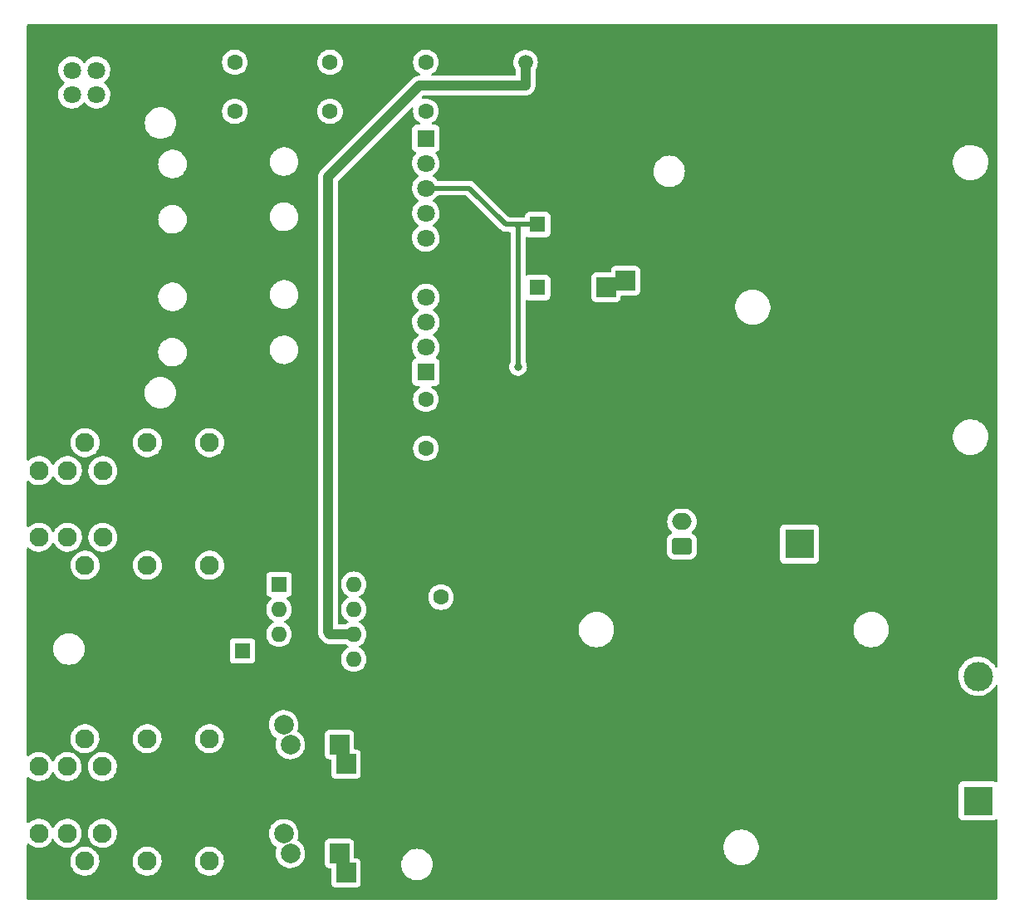
<source format=gbr>
%TF.GenerationSoftware,KiCad,Pcbnew,(6.0.0)*%
%TF.CreationDate,2022-08-03T23:17:49+01:00*%
%TF.ProjectId,Tube Headphone project V3,54756265-2048-4656-9164-70686f6e6520,rev?*%
%TF.SameCoordinates,Original*%
%TF.FileFunction,Copper,L2,Bot*%
%TF.FilePolarity,Positive*%
%FSLAX46Y46*%
G04 Gerber Fmt 4.6, Leading zero omitted, Abs format (unit mm)*
G04 Created by KiCad (PCBNEW (6.0.0)) date 2022-08-03 23:17:49*
%MOMM*%
%LPD*%
G01*
G04 APERTURE LIST*
G04 Aperture macros list*
%AMRoundRect*
0 Rectangle with rounded corners*
0 $1 Rounding radius*
0 $2 $3 $4 $5 $6 $7 $8 $9 X,Y pos of 4 corners*
0 Add a 4 corners polygon primitive as box body*
4,1,4,$2,$3,$4,$5,$6,$7,$8,$9,$2,$3,0*
0 Add four circle primitives for the rounded corners*
1,1,$1+$1,$2,$3*
1,1,$1+$1,$4,$5*
1,1,$1+$1,$6,$7*
1,1,$1+$1,$8,$9*
0 Add four rect primitives between the rounded corners*
20,1,$1+$1,$2,$3,$4,$5,0*
20,1,$1+$1,$4,$5,$6,$7,0*
20,1,$1+$1,$6,$7,$8,$9,0*
20,1,$1+$1,$8,$9,$2,$3,0*%
G04 Aperture macros list end*
%TA.AperFunction,ComponentPad*%
%ADD10R,3.000000X3.000000*%
%TD*%
%TA.AperFunction,ComponentPad*%
%ADD11C,3.000000*%
%TD*%
%TA.AperFunction,ComponentPad*%
%ADD12C,1.950000*%
%TD*%
%TA.AperFunction,ComponentPad*%
%ADD13R,1.600000X1.600000*%
%TD*%
%TA.AperFunction,ComponentPad*%
%ADD14C,1.600000*%
%TD*%
%TA.AperFunction,ComponentPad*%
%ADD15O,1.600000X1.600000*%
%TD*%
%TA.AperFunction,ComponentPad*%
%ADD16R,1.800000X1.800000*%
%TD*%
%TA.AperFunction,ComponentPad*%
%ADD17C,1.800000*%
%TD*%
%TA.AperFunction,ComponentPad*%
%ADD18R,2.000000X2.000000*%
%TD*%
%TA.AperFunction,ComponentPad*%
%ADD19C,2.000000*%
%TD*%
%TA.AperFunction,ComponentPad*%
%ADD20RoundRect,0.250000X0.750000X-0.600000X0.750000X0.600000X-0.750000X0.600000X-0.750000X-0.600000X0*%
%TD*%
%TA.AperFunction,ComponentPad*%
%ADD21O,2.000000X1.700000*%
%TD*%
%TA.AperFunction,ViaPad*%
%ADD22C,0.800000*%
%TD*%
%TA.AperFunction,ViaPad*%
%ADD23C,1.500000*%
%TD*%
%TA.AperFunction,Conductor*%
%ADD24C,1.000000*%
%TD*%
%TA.AperFunction,Conductor*%
%ADD25C,0.500000*%
%TD*%
G04 APERTURE END LIST*
D10*
%TO.P,BT1,1,+*%
%TO.N,Net-(BT1-Pad1)*%
X256067904Y-124572371D03*
D11*
%TO.P,BT1,2,-*%
%TO.N,Net-(BT1-Pad2)*%
X256067904Y-111872371D03*
%TD*%
D12*
%TO.P,J1,R*%
%TO.N,N/C*%
X171390000Y-100552670D03*
X171390000Y-88052670D03*
X163240000Y-97702670D03*
X163240000Y-90902670D03*
%TO.P,J1,S*%
%TO.N,/R_IN*%
X165040000Y-88052670D03*
X160340000Y-90902670D03*
X165040000Y-100552670D03*
X160340000Y-97702670D03*
%TO.P,J1,T*%
%TO.N,/L_IN*%
X166840000Y-90902670D03*
X166840000Y-97702670D03*
X177740000Y-100552670D03*
X177740000Y-88052670D03*
%TD*%
D13*
%TO.P,C13,1*%
%TO.N,+2.5V*%
X211161167Y-65810000D03*
D14*
%TO.P,C13,2*%
%TO.N,GND*%
X213661167Y-65810000D03*
%TD*%
D13*
%TO.P,U3,1*%
%TO.N,/R_OPOUT*%
X184805000Y-102505000D03*
D15*
%TO.P,U3,2,-*%
%TO.N,/R_OPIN*%
X184805000Y-105045000D03*
%TO.P,U3,3,+*%
%TO.N,/PWR-*%
X184805000Y-107585000D03*
%TO.P,U3,4,V-*%
%TO.N,GND*%
X184805000Y-110125000D03*
%TO.P,U3,5,+*%
%TO.N,/PWR-*%
X192425000Y-110125000D03*
%TO.P,U3,6,-*%
%TO.N,/L_OPIN*%
X192425000Y-107585000D03*
%TO.P,U3,7*%
%TO.N,/L_OPOUT*%
X192425000Y-105045000D03*
%TO.P,U3,8,V+*%
%TO.N,/PWR*%
X192425000Y-102505000D03*
%TD*%
D16*
%TO.P,U2,1,P*%
%TO.N,/R_TOUT*%
X199775112Y-80850000D03*
D17*
%TO.P,U2,2,G2*%
X199775112Y-78310000D03*
%TO.P,U2,3,F+\u002CG3*%
%TO.N,Net-(U1-Pad5)*%
X199775112Y-75770000D03*
%TO.P,U2,4,G1*%
%TO.N,/R_TIN*%
X199775112Y-73230000D03*
%TO.P,U2,5,F+\u002CG3*%
%TO.N,GND*%
X199775112Y-70690000D03*
%TD*%
D13*
%TO.P,C5,1*%
%TO.N,/T_PWR*%
X211161167Y-72240000D03*
D14*
%TO.P,C5,2*%
%TO.N,GND*%
X213661167Y-72240000D03*
%TD*%
D17*
%TO.P,RV1,1,1*%
%TO.N,/L_POT*%
X163700000Y-50070000D03*
%TO.P,RV1,2,2*%
%TO.N,/L_TIN*%
X163700000Y-52570000D03*
%TO.P,RV1,3,3*%
%TO.N,GND*%
X163700000Y-55070000D03*
%TO.P,RV1,4,4*%
%TO.N,/R_POT*%
X166200000Y-50070000D03*
%TO.P,RV1,5,5*%
%TO.N,/R_TIN*%
X166200000Y-52570000D03*
%TO.P,RV1,6,6*%
%TO.N,GND*%
X166200000Y-55070000D03*
%TD*%
D18*
%TO.P,C10,1*%
%TO.N,/PWR*%
X220137362Y-71530591D03*
X218137362Y-72202735D03*
D19*
%TO.P,C10,2*%
%TO.N,GND*%
X222137362Y-65858447D03*
X220137362Y-66530591D03*
%TD*%
D18*
%TO.P,C12,1*%
%TO.N,/L_OPOUT*%
X191627689Y-131938024D03*
X190955545Y-129938024D03*
D19*
%TO.P,C12,2*%
%TO.N,/L_OUT*%
X185283401Y-127938024D03*
X185955545Y-129938024D03*
%TD*%
D18*
%TO.P,C11,1*%
%TO.N,/R_OPOUT*%
X190955545Y-118841976D03*
X191627689Y-120841976D03*
D19*
%TO.P,C11,2*%
%TO.N,/R_OUT*%
X185955545Y-118841976D03*
X185283401Y-116841976D03*
%TD*%
D13*
%TO.P,C9,1*%
%TO.N,/PWR-*%
X181075113Y-109296335D03*
D14*
%TO.P,C9,2*%
%TO.N,GND*%
X178575113Y-109296335D03*
%TD*%
%TO.P,C17,1*%
%TO.N,GND*%
X201320000Y-108805000D03*
%TO.P,C17,2*%
%TO.N,/PWR*%
X201320000Y-103805000D03*
%TD*%
D16*
%TO.P,U1,1,P*%
%TO.N,/L_TOUT*%
X199775112Y-57017741D03*
D17*
%TO.P,U1,2,G2*%
X199775112Y-59557741D03*
%TO.P,U1,3,F+\u002CG3*%
%TO.N,+2.5V*%
X199775112Y-62097741D03*
%TO.P,U1,4,G1*%
%TO.N,/L_TIN*%
X199775112Y-64637741D03*
%TO.P,U1,5,F+\u002CG3*%
%TO.N,Net-(U1-Pad5)*%
X199775112Y-67177741D03*
%TD*%
D20*
%TO.P,Power SW,1,A*%
%TO.N,Net-(BT1-Pad1)*%
X225880000Y-98620000D03*
D21*
%TO.P,Power SW,2,B*%
%TO.N,+18V*%
X225880000Y-96120000D03*
%TD*%
D14*
%TO.P,C8,1*%
%TO.N,Net-(C8-Pad1)*%
X199775112Y-49259315D03*
%TO.P,C8,2*%
%TO.N,/L_TOUT*%
X199775112Y-54259315D03*
%TD*%
%TO.P,C7,1*%
%TO.N,Net-(C7-Pad1)*%
X199775112Y-88630454D03*
%TO.P,C7,2*%
%TO.N,/R_TOUT*%
X199775112Y-83630454D03*
%TD*%
D12*
%TO.P,J2,R*%
%TO.N,N/C*%
X163210000Y-127890000D03*
X163210000Y-121090000D03*
X171360000Y-130740000D03*
X171360000Y-118240000D03*
%TO.P,J2,S*%
%TO.N,/R_OUT*%
X165010000Y-130740000D03*
X160310000Y-127890000D03*
X160310000Y-121090000D03*
X165010000Y-118240000D03*
%TO.P,J2,T*%
%TO.N,/L_OUT*%
X166810000Y-121090000D03*
X177710000Y-118240000D03*
X166810000Y-127890000D03*
X177710000Y-130740000D03*
%TD*%
D14*
%TO.P,C6,1*%
%TO.N,/R_POT*%
X180300000Y-49259315D03*
%TO.P,C6,2*%
%TO.N,/R_IN*%
X180300000Y-54259315D03*
%TD*%
D10*
%TO.P,BT2,1,+*%
%TO.N,Net-(BT1-Pad2)*%
X237861456Y-98390000D03*
D11*
%TO.P,BT2,2,-*%
%TO.N,GND*%
X250561456Y-98390000D03*
%TD*%
D14*
%TO.P,C3,1*%
%TO.N,/L_POT*%
X190010000Y-49259315D03*
%TO.P,C3,2*%
%TO.N,/L_IN*%
X190010000Y-54259315D03*
%TD*%
D22*
%TO.N,GND*%
X219867000Y-96729129D03*
X213152150Y-96597850D03*
X218168175Y-96729129D03*
X214945000Y-48015000D03*
X213152150Y-97497850D03*
X219017587Y-96729129D03*
D23*
%TO.N,/L_OPIN*%
X209940000Y-49250000D03*
D22*
%TO.N,+2.5V*%
X209180000Y-80330000D03*
%TD*%
D24*
%TO.N,/L_OPIN*%
X192425000Y-107585000D02*
X189985000Y-107585000D01*
X209920000Y-51640000D02*
X209940000Y-51620000D01*
X189780000Y-107380000D02*
X189780000Y-60980000D01*
X189780000Y-60980000D02*
X199120000Y-51640000D01*
X189985000Y-107585000D02*
X189780000Y-107380000D01*
X209940000Y-51620000D02*
X209940000Y-49250000D01*
X199120000Y-51640000D02*
X209920000Y-51640000D01*
D25*
%TO.N,+2.5V*%
X209180000Y-80330000D02*
X209180000Y-74920000D01*
X209180000Y-66030000D02*
X208960000Y-65810000D01*
X208960000Y-65810000D02*
X207944518Y-65810000D01*
X209180000Y-74920000D02*
X209180000Y-66030000D01*
X211161167Y-65810000D02*
X208960000Y-65810000D01*
X204232259Y-62097741D02*
X199775112Y-62097741D01*
X207944518Y-65810000D02*
X204232259Y-62097741D01*
%TD*%
%TA.AperFunction,Conductor*%
%TO.N,GND*%
G36*
X258012121Y-45390002D02*
G01*
X258058614Y-45443658D01*
X258070000Y-45496000D01*
X258070000Y-110870976D01*
X258049998Y-110939097D01*
X257996342Y-110985590D01*
X257926068Y-110995694D01*
X257861488Y-110966200D01*
X257833112Y-110930808D01*
X257763410Y-110801627D01*
X257761297Y-110797711D01*
X257592982Y-110569831D01*
X257546458Y-110522570D01*
X257397369Y-110371122D01*
X257394238Y-110367941D01*
X257390698Y-110365240D01*
X257390692Y-110365234D01*
X257172571Y-110198769D01*
X257172567Y-110198766D01*
X257169030Y-110196067D01*
X257069438Y-110140293D01*
X256925741Y-110059819D01*
X256925736Y-110059816D01*
X256921851Y-110057641D01*
X256917693Y-110056033D01*
X256917688Y-110056030D01*
X256661789Y-109957030D01*
X256661783Y-109957028D01*
X256657634Y-109955423D01*
X256653302Y-109954419D01*
X256653299Y-109954418D01*
X256578045Y-109936975D01*
X256381651Y-109891453D01*
X256099407Y-109867008D01*
X256094972Y-109867252D01*
X256094968Y-109867252D01*
X255820977Y-109882331D01*
X255820970Y-109882332D01*
X255816534Y-109882576D01*
X255709894Y-109903788D01*
X255543050Y-109936975D01*
X255543045Y-109936976D01*
X255538678Y-109937845D01*
X255534475Y-109939321D01*
X255275588Y-110030235D01*
X255275585Y-110030236D01*
X255271380Y-110031713D01*
X255267427Y-110033766D01*
X255267421Y-110033769D01*
X255125039Y-110107731D01*
X255019976Y-110162307D01*
X255016361Y-110164890D01*
X255016355Y-110164894D01*
X254931932Y-110225224D01*
X254789480Y-110327022D01*
X254786253Y-110330100D01*
X254786251Y-110330102D01*
X254664025Y-110446700D01*
X254584492Y-110522570D01*
X254409103Y-110745051D01*
X254378516Y-110797711D01*
X254269045Y-110986178D01*
X254269042Y-110986184D01*
X254266811Y-110990025D01*
X254160456Y-111252603D01*
X254092159Y-111527548D01*
X254063284Y-111809373D01*
X254074406Y-112092455D01*
X254125304Y-112371146D01*
X254214962Y-112639885D01*
X254216954Y-112643872D01*
X254216955Y-112643874D01*
X254317800Y-112845696D01*
X254341591Y-112893310D01*
X254502665Y-113126364D01*
X254694969Y-113334398D01*
X254698423Y-113337210D01*
X254911211Y-113510446D01*
X254911215Y-113510449D01*
X254914668Y-113513260D01*
X255157376Y-113659383D01*
X255161471Y-113661117D01*
X255161473Y-113661118D01*
X255414151Y-113768113D01*
X255414158Y-113768115D01*
X255418252Y-113769849D01*
X255518396Y-113796402D01*
X255687793Y-113841317D01*
X255687797Y-113841318D01*
X255692090Y-113842456D01*
X255696499Y-113842978D01*
X255696505Y-113842979D01*
X255853858Y-113861603D01*
X255973427Y-113875755D01*
X256256649Y-113869080D01*
X256261047Y-113868348D01*
X256531714Y-113823297D01*
X256531718Y-113823296D01*
X256536104Y-113822566D01*
X256540345Y-113821225D01*
X256540348Y-113821224D01*
X256801972Y-113738483D01*
X256801974Y-113738482D01*
X256806218Y-113737140D01*
X256810229Y-113735214D01*
X256810234Y-113735212D01*
X257057582Y-113616437D01*
X257057583Y-113616436D01*
X257061601Y-113614507D01*
X257209685Y-113515561D01*
X257293449Y-113459592D01*
X257293453Y-113459589D01*
X257297157Y-113457114D01*
X257508185Y-113268101D01*
X257690477Y-113051239D01*
X257837089Y-112816154D01*
X257890107Y-112768938D01*
X257960238Y-112757882D01*
X258025213Y-112786496D01*
X258064403Y-112845696D01*
X258070000Y-112882831D01*
X258070000Y-122571268D01*
X258049998Y-122639389D01*
X257996342Y-122685882D01*
X257926068Y-122695986D01*
X257868435Y-122672094D01*
X257817910Y-122634227D01*
X257817907Y-122634225D01*
X257810728Y-122628845D01*
X257721343Y-122595337D01*
X257683879Y-122581292D01*
X257683877Y-122581292D01*
X257676484Y-122578520D01*
X257668634Y-122577667D01*
X257668633Y-122577667D01*
X257618678Y-122572240D01*
X257618677Y-122572240D01*
X257615281Y-122571871D01*
X256068131Y-122571871D01*
X254520528Y-122571872D01*
X254517134Y-122572241D01*
X254517128Y-122572241D01*
X254467182Y-122577666D01*
X254467178Y-122577667D01*
X254459324Y-122578520D01*
X254325080Y-122628845D01*
X254317901Y-122634225D01*
X254317898Y-122634227D01*
X254217539Y-122709443D01*
X254210358Y-122714825D01*
X254204976Y-122722006D01*
X254129760Y-122822365D01*
X254129758Y-122822368D01*
X254124378Y-122829547D01*
X254074053Y-122963791D01*
X254067404Y-123024994D01*
X254067405Y-126119747D01*
X254074053Y-126180951D01*
X254124378Y-126315195D01*
X254129758Y-126322374D01*
X254129760Y-126322377D01*
X254199891Y-126415951D01*
X254210358Y-126429917D01*
X254217539Y-126435299D01*
X254317898Y-126510515D01*
X254317901Y-126510517D01*
X254325080Y-126515897D01*
X254388186Y-126539554D01*
X254451929Y-126563450D01*
X254451931Y-126563450D01*
X254459324Y-126566222D01*
X254467174Y-126567075D01*
X254467175Y-126567075D01*
X254517121Y-126572501D01*
X254520527Y-126572871D01*
X256067677Y-126572871D01*
X257615280Y-126572870D01*
X257618674Y-126572501D01*
X257618680Y-126572501D01*
X257668626Y-126567076D01*
X257668630Y-126567075D01*
X257676484Y-126566222D01*
X257810728Y-126515897D01*
X257817907Y-126510517D01*
X257817910Y-126510515D01*
X257868435Y-126472648D01*
X257934941Y-126447800D01*
X258004324Y-126462853D01*
X258054554Y-126513027D01*
X258070000Y-126573474D01*
X258070000Y-134524000D01*
X258049998Y-134592121D01*
X257996342Y-134638614D01*
X257944000Y-134650000D01*
X159226000Y-134650000D01*
X159157879Y-134629998D01*
X159111386Y-134576342D01*
X159100000Y-134524000D01*
X159100000Y-130703827D01*
X163529885Y-130703827D01*
X163530182Y-130708979D01*
X163530182Y-130708983D01*
X163537581Y-130837302D01*
X163543852Y-130946054D01*
X163544989Y-130951100D01*
X163544990Y-130951106D01*
X163563810Y-131034616D01*
X163597193Y-131182747D01*
X163599135Y-131187529D01*
X163599136Y-131187533D01*
X163679285Y-131384915D01*
X163688476Y-131407550D01*
X163784670Y-131564524D01*
X163794573Y-131580684D01*
X163815249Y-131614425D01*
X163974109Y-131797818D01*
X164160787Y-131952801D01*
X164370272Y-132075214D01*
X164596938Y-132161770D01*
X164602004Y-132162801D01*
X164602005Y-132162801D01*
X164660326Y-132174666D01*
X164834696Y-132210142D01*
X164971350Y-132215153D01*
X165071998Y-132218844D01*
X165072002Y-132218844D01*
X165077162Y-132219033D01*
X165082282Y-132218377D01*
X165082284Y-132218377D01*
X165158754Y-132208581D01*
X165317825Y-132188203D01*
X165322774Y-132186718D01*
X165322780Y-132186717D01*
X165545278Y-132119964D01*
X165550221Y-132118481D01*
X165554855Y-132116211D01*
X165763474Y-132014010D01*
X165763477Y-132014008D01*
X165768109Y-132011739D01*
X165965637Y-131870844D01*
X166137501Y-131699578D01*
X166279085Y-131502543D01*
X166310908Y-131438155D01*
X166361415Y-131335961D01*
X166386587Y-131285029D01*
X166422122Y-131168070D01*
X166455616Y-131057830D01*
X166455617Y-131057824D01*
X166457120Y-131052878D01*
X166470518Y-130951106D01*
X166488352Y-130815647D01*
X166488352Y-130815641D01*
X166488789Y-130812325D01*
X166490557Y-130740000D01*
X166487583Y-130703827D01*
X169879885Y-130703827D01*
X169880182Y-130708979D01*
X169880182Y-130708983D01*
X169887581Y-130837302D01*
X169893852Y-130946054D01*
X169894989Y-130951100D01*
X169894990Y-130951106D01*
X169913810Y-131034616D01*
X169947193Y-131182747D01*
X169949135Y-131187529D01*
X169949136Y-131187533D01*
X170029285Y-131384915D01*
X170038476Y-131407550D01*
X170134670Y-131564524D01*
X170144573Y-131580684D01*
X170165249Y-131614425D01*
X170324109Y-131797818D01*
X170510787Y-131952801D01*
X170720272Y-132075214D01*
X170946938Y-132161770D01*
X170952004Y-132162801D01*
X170952005Y-132162801D01*
X171010326Y-132174666D01*
X171184696Y-132210142D01*
X171321350Y-132215153D01*
X171421998Y-132218844D01*
X171422002Y-132218844D01*
X171427162Y-132219033D01*
X171432282Y-132218377D01*
X171432284Y-132218377D01*
X171508754Y-132208581D01*
X171667825Y-132188203D01*
X171672774Y-132186718D01*
X171672780Y-132186717D01*
X171895278Y-132119964D01*
X171900221Y-132118481D01*
X171904855Y-132116211D01*
X172113474Y-132014010D01*
X172113477Y-132014008D01*
X172118109Y-132011739D01*
X172315637Y-131870844D01*
X172487501Y-131699578D01*
X172629085Y-131502543D01*
X172660908Y-131438155D01*
X172711415Y-131335961D01*
X172736587Y-131285029D01*
X172772122Y-131168070D01*
X172805616Y-131057830D01*
X172805617Y-131057824D01*
X172807120Y-131052878D01*
X172820518Y-130951106D01*
X172838352Y-130815647D01*
X172838352Y-130815641D01*
X172838789Y-130812325D01*
X172840557Y-130740000D01*
X172837583Y-130703827D01*
X176229885Y-130703827D01*
X176230182Y-130708979D01*
X176230182Y-130708983D01*
X176237581Y-130837302D01*
X176243852Y-130946054D01*
X176244989Y-130951100D01*
X176244990Y-130951106D01*
X176263810Y-131034616D01*
X176297193Y-131182747D01*
X176299135Y-131187529D01*
X176299136Y-131187533D01*
X176379285Y-131384915D01*
X176388476Y-131407550D01*
X176484670Y-131564524D01*
X176494573Y-131580684D01*
X176515249Y-131614425D01*
X176674109Y-131797818D01*
X176860787Y-131952801D01*
X177070272Y-132075214D01*
X177296938Y-132161770D01*
X177302004Y-132162801D01*
X177302005Y-132162801D01*
X177360326Y-132174666D01*
X177534696Y-132210142D01*
X177671350Y-132215153D01*
X177771998Y-132218844D01*
X177772002Y-132218844D01*
X177777162Y-132219033D01*
X177782282Y-132218377D01*
X177782284Y-132218377D01*
X177858754Y-132208581D01*
X178017825Y-132188203D01*
X178022774Y-132186718D01*
X178022780Y-132186717D01*
X178245278Y-132119964D01*
X178250221Y-132118481D01*
X178254855Y-132116211D01*
X178463474Y-132014010D01*
X178463477Y-132014008D01*
X178468109Y-132011739D01*
X178665637Y-131870844D01*
X178837501Y-131699578D01*
X178979085Y-131502543D01*
X179010908Y-131438155D01*
X179061415Y-131335961D01*
X179086587Y-131285029D01*
X179122122Y-131168070D01*
X179155616Y-131057830D01*
X179155617Y-131057824D01*
X179157120Y-131052878D01*
X179170518Y-130951106D01*
X179188352Y-130815647D01*
X179188352Y-130815641D01*
X179188789Y-130812325D01*
X179190557Y-130740000D01*
X179180788Y-130621174D01*
X179171100Y-130503338D01*
X179171099Y-130503332D01*
X179170676Y-130498187D01*
X179111568Y-130262867D01*
X179102752Y-130242591D01*
X179016880Y-130045099D01*
X179016878Y-130045096D01*
X179014820Y-130040362D01*
X178883030Y-129836645D01*
X178861086Y-129812528D01*
X178723215Y-129661011D01*
X178723213Y-129661010D01*
X178719737Y-129657189D01*
X178715686Y-129653990D01*
X178715682Y-129653986D01*
X178533386Y-129510018D01*
X178529328Y-129506813D01*
X178316914Y-129389554D01*
X178167707Y-129336717D01*
X178093077Y-129310289D01*
X178093073Y-129310288D01*
X178088202Y-129308563D01*
X178083109Y-129307656D01*
X178083106Y-129307655D01*
X177854422Y-129266920D01*
X177854416Y-129266919D01*
X177849333Y-129266014D01*
X177769558Y-129265039D01*
X177611892Y-129263113D01*
X177611890Y-129263113D01*
X177606722Y-129263050D01*
X177366884Y-129299750D01*
X177136261Y-129375129D01*
X176921046Y-129487163D01*
X176916913Y-129490266D01*
X176916910Y-129490268D01*
X176830667Y-129555021D01*
X176727019Y-129632842D01*
X176559391Y-129808255D01*
X176556477Y-129812527D01*
X176556476Y-129812528D01*
X176540025Y-129836645D01*
X176422663Y-130008691D01*
X176320508Y-130228766D01*
X176255668Y-130462571D01*
X176229885Y-130703827D01*
X172837583Y-130703827D01*
X172830788Y-130621174D01*
X172821100Y-130503338D01*
X172821099Y-130503332D01*
X172820676Y-130498187D01*
X172761568Y-130262867D01*
X172752752Y-130242591D01*
X172666880Y-130045099D01*
X172666878Y-130045096D01*
X172664820Y-130040362D01*
X172533030Y-129836645D01*
X172511086Y-129812528D01*
X172373215Y-129661011D01*
X172373213Y-129661010D01*
X172369737Y-129657189D01*
X172365686Y-129653990D01*
X172365682Y-129653986D01*
X172183386Y-129510018D01*
X172179328Y-129506813D01*
X171966914Y-129389554D01*
X171817707Y-129336717D01*
X171743077Y-129310289D01*
X171743073Y-129310288D01*
X171738202Y-129308563D01*
X171733109Y-129307656D01*
X171733106Y-129307655D01*
X171504422Y-129266920D01*
X171504416Y-129266919D01*
X171499333Y-129266014D01*
X171419558Y-129265039D01*
X171261892Y-129263113D01*
X171261890Y-129263113D01*
X171256722Y-129263050D01*
X171016884Y-129299750D01*
X170786261Y-129375129D01*
X170571046Y-129487163D01*
X170566913Y-129490266D01*
X170566910Y-129490268D01*
X170480667Y-129555021D01*
X170377019Y-129632842D01*
X170209391Y-129808255D01*
X170206477Y-129812527D01*
X170206476Y-129812528D01*
X170190025Y-129836645D01*
X170072663Y-130008691D01*
X169970508Y-130228766D01*
X169905668Y-130462571D01*
X169879885Y-130703827D01*
X166487583Y-130703827D01*
X166480788Y-130621174D01*
X166471100Y-130503338D01*
X166471099Y-130503332D01*
X166470676Y-130498187D01*
X166411568Y-130262867D01*
X166402752Y-130242591D01*
X166316880Y-130045099D01*
X166316878Y-130045096D01*
X166314820Y-130040362D01*
X166183030Y-129836645D01*
X166161086Y-129812528D01*
X166023215Y-129661011D01*
X166023213Y-129661010D01*
X166019737Y-129657189D01*
X166015686Y-129653990D01*
X166015682Y-129653986D01*
X165833386Y-129510018D01*
X165829328Y-129506813D01*
X165616914Y-129389554D01*
X165467707Y-129336717D01*
X165393077Y-129310289D01*
X165393073Y-129310288D01*
X165388202Y-129308563D01*
X165383109Y-129307656D01*
X165383106Y-129307655D01*
X165154422Y-129266920D01*
X165154416Y-129266919D01*
X165149333Y-129266014D01*
X165069558Y-129265039D01*
X164911892Y-129263113D01*
X164911890Y-129263113D01*
X164906722Y-129263050D01*
X164666884Y-129299750D01*
X164436261Y-129375129D01*
X164221046Y-129487163D01*
X164216913Y-129490266D01*
X164216910Y-129490268D01*
X164130667Y-129555021D01*
X164027019Y-129632842D01*
X163859391Y-129808255D01*
X163856477Y-129812527D01*
X163856476Y-129812528D01*
X163840025Y-129836645D01*
X163722663Y-130008691D01*
X163620508Y-130228766D01*
X163555668Y-130462571D01*
X163529885Y-130703827D01*
X159100000Y-130703827D01*
X159100000Y-129071641D01*
X159120002Y-129003520D01*
X159173658Y-128957027D01*
X159243932Y-128946923D01*
X159306485Y-128974697D01*
X159460787Y-129102801D01*
X159670272Y-129225214D01*
X159896938Y-129311770D01*
X159902004Y-129312801D01*
X159902005Y-129312801D01*
X159960326Y-129324666D01*
X160134696Y-129360142D01*
X160271350Y-129365153D01*
X160371998Y-129368844D01*
X160372002Y-129368844D01*
X160377162Y-129369033D01*
X160382282Y-129368377D01*
X160382284Y-129368377D01*
X160458754Y-129358581D01*
X160617825Y-129338203D01*
X160622774Y-129336718D01*
X160622780Y-129336717D01*
X160845278Y-129269964D01*
X160850221Y-129268481D01*
X160855257Y-129266014D01*
X161063474Y-129164010D01*
X161063477Y-129164008D01*
X161068109Y-129161739D01*
X161265637Y-129020844D01*
X161437501Y-128849578D01*
X161443889Y-128840689D01*
X161495885Y-128768328D01*
X161579085Y-128652543D01*
X161594526Y-128621301D01*
X161645886Y-128517382D01*
X161694000Y-128465175D01*
X161762701Y-128447268D01*
X161830177Y-128469347D01*
X161875586Y-128525806D01*
X161886530Y-128552760D01*
X161886532Y-128552763D01*
X161888476Y-128557550D01*
X162015249Y-128764425D01*
X162174109Y-128947818D01*
X162360787Y-129102801D01*
X162570272Y-129225214D01*
X162796938Y-129311770D01*
X162802004Y-129312801D01*
X162802005Y-129312801D01*
X162860326Y-129324666D01*
X163034696Y-129360142D01*
X163171350Y-129365153D01*
X163271998Y-129368844D01*
X163272002Y-129368844D01*
X163277162Y-129369033D01*
X163282282Y-129368377D01*
X163282284Y-129368377D01*
X163358754Y-129358581D01*
X163517825Y-129338203D01*
X163522774Y-129336718D01*
X163522780Y-129336717D01*
X163745278Y-129269964D01*
X163750221Y-129268481D01*
X163755257Y-129266014D01*
X163963474Y-129164010D01*
X163963477Y-129164008D01*
X163968109Y-129161739D01*
X164165637Y-129020844D01*
X164337501Y-128849578D01*
X164343889Y-128840689D01*
X164395885Y-128768328D01*
X164479085Y-128652543D01*
X164586587Y-128435029D01*
X164639414Y-128261156D01*
X164655616Y-128207830D01*
X164655617Y-128207824D01*
X164657120Y-128202878D01*
X164680267Y-128027060D01*
X164688352Y-127965647D01*
X164688352Y-127965641D01*
X164688789Y-127962325D01*
X164690557Y-127890000D01*
X164687583Y-127853827D01*
X165329885Y-127853827D01*
X165330182Y-127858979D01*
X165330182Y-127858983D01*
X165337638Y-127988290D01*
X165343852Y-128096054D01*
X165344989Y-128101100D01*
X165344990Y-128101106D01*
X165373392Y-128227135D01*
X165397193Y-128332747D01*
X165399135Y-128337529D01*
X165399136Y-128337533D01*
X165472165Y-128517382D01*
X165488476Y-128557550D01*
X165615249Y-128764425D01*
X165774109Y-128947818D01*
X165960787Y-129102801D01*
X166170272Y-129225214D01*
X166396938Y-129311770D01*
X166402004Y-129312801D01*
X166402005Y-129312801D01*
X166460326Y-129324666D01*
X166634696Y-129360142D01*
X166771350Y-129365153D01*
X166871998Y-129368844D01*
X166872002Y-129368844D01*
X166877162Y-129369033D01*
X166882282Y-129368377D01*
X166882284Y-129368377D01*
X166958754Y-129358581D01*
X167117825Y-129338203D01*
X167122774Y-129336718D01*
X167122780Y-129336717D01*
X167345278Y-129269964D01*
X167350221Y-129268481D01*
X167355257Y-129266014D01*
X167563474Y-129164010D01*
X167563477Y-129164008D01*
X167568109Y-129161739D01*
X167765637Y-129020844D01*
X167937501Y-128849578D01*
X167943889Y-128840689D01*
X167995885Y-128768328D01*
X168079085Y-128652543D01*
X168186587Y-128435029D01*
X168239414Y-128261156D01*
X168255616Y-128207830D01*
X168255617Y-128207824D01*
X168257120Y-128202878D01*
X168280267Y-128027060D01*
X168288352Y-127965647D01*
X168288352Y-127965641D01*
X168288789Y-127962325D01*
X168290282Y-127901238D01*
X183778207Y-127901238D01*
X183778504Y-127906390D01*
X183778504Y-127906394D01*
X183783393Y-127991181D01*
X183792411Y-128147569D01*
X183793548Y-128152615D01*
X183793549Y-128152621D01*
X183804875Y-128202878D01*
X183846656Y-128388273D01*
X183939485Y-128616885D01*
X184068407Y-128827265D01*
X184229958Y-129013765D01*
X184233933Y-129017065D01*
X184233936Y-129017068D01*
X184241933Y-129023707D01*
X184419800Y-129171375D01*
X184507439Y-129222587D01*
X184556161Y-129274225D01*
X184569232Y-129344008D01*
X184558155Y-129384423D01*
X184554612Y-129392057D01*
X184542510Y-129418128D01*
X184476571Y-129655895D01*
X184450351Y-129901238D01*
X184450648Y-129906390D01*
X184450648Y-129906394D01*
X184453433Y-129954688D01*
X184464555Y-130147569D01*
X184465692Y-130152615D01*
X184465693Y-130152621D01*
X184491668Y-130267878D01*
X184518800Y-130388273D01*
X184611629Y-130616885D01*
X184740551Y-130827265D01*
X184902102Y-131013765D01*
X184906077Y-131017065D01*
X184906080Y-131017068D01*
X184969825Y-131069990D01*
X185091944Y-131171375D01*
X185304978Y-131295862D01*
X185309798Y-131297702D01*
X185309803Y-131297705D01*
X185424092Y-131341347D01*
X185535484Y-131383883D01*
X185540552Y-131384914D01*
X185540555Y-131384915D01*
X185651809Y-131407550D01*
X185777271Y-131433076D01*
X185782444Y-131433266D01*
X185782447Y-131433266D01*
X186018681Y-131441928D01*
X186018685Y-131441928D01*
X186023845Y-131442117D01*
X186028965Y-131441461D01*
X186028967Y-131441461D01*
X186125435Y-131429103D01*
X186268586Y-131410765D01*
X186273535Y-131409280D01*
X186273541Y-131409279D01*
X186499969Y-131341347D01*
X186499968Y-131341347D01*
X186504919Y-131339862D01*
X186616847Y-131285029D01*
X186721848Y-131233590D01*
X186721853Y-131233587D01*
X186726499Y-131231311D01*
X186730709Y-131228308D01*
X186730714Y-131228305D01*
X186923162Y-131091033D01*
X186923167Y-131091029D01*
X186927374Y-131088028D01*
X187102150Y-130913861D01*
X187246133Y-130713487D01*
X187250908Y-130703827D01*
X187351704Y-130499880D01*
X187355456Y-130492288D01*
X187399622Y-130346921D01*
X187425680Y-130261156D01*
X187425681Y-130261150D01*
X187427184Y-130256204D01*
X187443460Y-130132576D01*
X187458953Y-130014896D01*
X187458954Y-130014890D01*
X187459390Y-130011574D01*
X187461023Y-129944776D01*
X187461106Y-129941388D01*
X187461106Y-129941384D01*
X187461188Y-129938024D01*
X187448556Y-129784379D01*
X187441394Y-129697264D01*
X187441393Y-129697258D01*
X187440970Y-129692113D01*
X187380861Y-129452807D01*
X187313970Y-129298968D01*
X187284538Y-129231280D01*
X187284538Y-129231279D01*
X187282473Y-129226531D01*
X187148450Y-129019363D01*
X187143357Y-129013765D01*
X187078499Y-128942488D01*
X187031328Y-128890647D01*
X189455045Y-128890647D01*
X189455046Y-130985400D01*
X189455415Y-130988794D01*
X189455415Y-130988800D01*
X189460392Y-131034616D01*
X189461694Y-131046604D01*
X189512019Y-131180848D01*
X189517399Y-131188027D01*
X189517401Y-131188030D01*
X189547586Y-131228305D01*
X189597999Y-131295570D01*
X189605180Y-131300952D01*
X189705539Y-131376168D01*
X189705542Y-131376170D01*
X189712721Y-131381550D01*
X189769308Y-131402763D01*
X189839570Y-131429103D01*
X189839572Y-131429103D01*
X189846965Y-131431875D01*
X189854815Y-131432728D01*
X189854816Y-131432728D01*
X189904771Y-131438155D01*
X189908168Y-131438524D01*
X190001189Y-131438524D01*
X190069310Y-131458526D01*
X190115803Y-131512182D01*
X190127189Y-131564524D01*
X190127190Y-132375621D01*
X190127190Y-132985400D01*
X190133838Y-133046604D01*
X190184163Y-133180848D01*
X190189543Y-133188027D01*
X190189545Y-133188030D01*
X190264761Y-133288389D01*
X190270143Y-133295570D01*
X190277324Y-133300952D01*
X190377683Y-133376168D01*
X190377686Y-133376170D01*
X190384865Y-133381550D01*
X190474250Y-133415058D01*
X190511714Y-133429103D01*
X190511716Y-133429103D01*
X190519109Y-133431875D01*
X190526959Y-133432728D01*
X190526960Y-133432728D01*
X190576906Y-133438154D01*
X190580312Y-133438524D01*
X191627535Y-133438524D01*
X192675065Y-133438523D01*
X192678459Y-133438154D01*
X192678465Y-133438154D01*
X192728411Y-133432729D01*
X192728415Y-133432728D01*
X192736269Y-133431875D01*
X192870513Y-133381550D01*
X192877692Y-133376170D01*
X192877695Y-133376168D01*
X192978054Y-133300952D01*
X192985235Y-133295570D01*
X192990617Y-133288389D01*
X193065833Y-133188030D01*
X193065835Y-133188027D01*
X193071215Y-133180848D01*
X193121540Y-133046604D01*
X193128189Y-132985401D01*
X193128188Y-131080000D01*
X197274551Y-131080000D01*
X197294317Y-131331148D01*
X197295471Y-131335955D01*
X197295472Y-131335961D01*
X197332865Y-131491711D01*
X197353127Y-131576111D01*
X197355020Y-131580682D01*
X197355021Y-131580684D01*
X197444961Y-131797818D01*
X197449534Y-131808859D01*
X197581164Y-132023659D01*
X197584376Y-132027419D01*
X197584379Y-132027424D01*
X197720429Y-132186717D01*
X197744776Y-132215224D01*
X197749236Y-132219033D01*
X197932576Y-132375621D01*
X197932581Y-132375624D01*
X197936341Y-132378836D01*
X198151141Y-132510466D01*
X198155711Y-132512359D01*
X198155715Y-132512361D01*
X198379316Y-132604979D01*
X198383889Y-132606873D01*
X198468289Y-132627135D01*
X198624039Y-132664528D01*
X198624045Y-132664529D01*
X198628852Y-132665683D01*
X198717149Y-132672632D01*
X198814661Y-132680307D01*
X198814670Y-132680307D01*
X198817118Y-132680500D01*
X198942882Y-132680500D01*
X198945330Y-132680307D01*
X198945339Y-132680307D01*
X199042851Y-132672632D01*
X199131148Y-132665683D01*
X199135955Y-132664529D01*
X199135961Y-132664528D01*
X199291711Y-132627135D01*
X199376111Y-132606873D01*
X199380684Y-132604979D01*
X199604285Y-132512361D01*
X199604289Y-132512359D01*
X199608859Y-132510466D01*
X199823659Y-132378836D01*
X199827419Y-132375624D01*
X199827424Y-132375621D01*
X200010764Y-132219033D01*
X200015224Y-132215224D01*
X200039571Y-132186717D01*
X200175621Y-132027424D01*
X200175624Y-132027419D01*
X200178836Y-132023659D01*
X200310466Y-131808859D01*
X200315040Y-131797818D01*
X200404979Y-131580684D01*
X200404980Y-131580682D01*
X200406873Y-131576111D01*
X200427135Y-131491711D01*
X200464528Y-131335961D01*
X200464529Y-131335955D01*
X200465683Y-131331148D01*
X200485449Y-131080000D01*
X200465683Y-130828852D01*
X200464049Y-130822043D01*
X200414986Y-130617682D01*
X200406873Y-130583889D01*
X200373508Y-130503338D01*
X200312361Y-130355715D01*
X200312359Y-130355711D01*
X200310466Y-130351141D01*
X200178836Y-130136341D01*
X200175624Y-130132581D01*
X200175621Y-130132576D01*
X200018437Y-129948538D01*
X200015224Y-129944776D01*
X199997052Y-129929256D01*
X199827424Y-129784379D01*
X199827419Y-129784376D01*
X199823659Y-129781164D01*
X199608859Y-129649534D01*
X199604289Y-129647641D01*
X199604285Y-129647639D01*
X199380684Y-129555021D01*
X199380682Y-129555020D01*
X199376111Y-129553127D01*
X199291711Y-129532865D01*
X199135961Y-129495472D01*
X199135955Y-129495471D01*
X199131148Y-129494317D01*
X199040249Y-129487163D01*
X198945339Y-129479693D01*
X198945330Y-129479693D01*
X198942882Y-129479500D01*
X198817118Y-129479500D01*
X198814670Y-129479693D01*
X198814661Y-129479693D01*
X198719751Y-129487163D01*
X198628852Y-129494317D01*
X198624045Y-129495471D01*
X198624039Y-129495472D01*
X198468289Y-129532865D01*
X198383889Y-129553127D01*
X198379318Y-129555020D01*
X198379316Y-129555021D01*
X198155715Y-129647639D01*
X198155711Y-129647641D01*
X198151141Y-129649534D01*
X197936341Y-129781164D01*
X197932581Y-129784376D01*
X197932576Y-129784379D01*
X197762948Y-129929256D01*
X197744776Y-129944776D01*
X197741563Y-129948538D01*
X197584379Y-130132576D01*
X197584376Y-130132581D01*
X197581164Y-130136341D01*
X197449534Y-130351141D01*
X197447641Y-130355711D01*
X197447639Y-130355715D01*
X197386492Y-130503338D01*
X197353127Y-130583889D01*
X197345014Y-130617682D01*
X197295952Y-130822043D01*
X197294317Y-130828852D01*
X197274551Y-131080000D01*
X193128188Y-131080000D01*
X193128188Y-130890648D01*
X193121540Y-130829444D01*
X193071215Y-130695200D01*
X193065835Y-130688021D01*
X193065833Y-130688018D01*
X192990617Y-130587659D01*
X192985235Y-130580478D01*
X192978054Y-130575096D01*
X192877695Y-130499880D01*
X192877692Y-130499878D01*
X192870513Y-130494498D01*
X192764636Y-130454807D01*
X192743664Y-130446945D01*
X192743662Y-130446945D01*
X192736269Y-130444173D01*
X192728419Y-130443320D01*
X192728418Y-130443320D01*
X192678463Y-130437893D01*
X192678462Y-130437893D01*
X192675066Y-130437524D01*
X192582045Y-130437524D01*
X192513924Y-130417522D01*
X192467431Y-130363866D01*
X192456045Y-130311524D01*
X192456044Y-129432597D01*
X230115723Y-129432597D01*
X230151811Y-129697766D01*
X230226696Y-129954688D01*
X230338735Y-130197719D01*
X230370976Y-130246895D01*
X230482900Y-130417607D01*
X230482904Y-130417612D01*
X230485466Y-130421520D01*
X230663664Y-130621174D01*
X230869416Y-130792296D01*
X230873409Y-130794719D01*
X231094210Y-130928705D01*
X231094214Y-130928707D01*
X231098202Y-130931127D01*
X231102510Y-130932934D01*
X231102511Y-130932934D01*
X231340680Y-131032807D01*
X231340685Y-131032809D01*
X231344995Y-131034616D01*
X231349527Y-131035767D01*
X231349530Y-131035768D01*
X231599837Y-131099338D01*
X231599840Y-131099339D01*
X231604374Y-131100490D01*
X231609030Y-131100959D01*
X231609031Y-131100959D01*
X231823506Y-131122555D01*
X231823507Y-131122555D01*
X231826645Y-131122871D01*
X231985848Y-131122871D01*
X231988171Y-131122698D01*
X231988181Y-131122698D01*
X232180116Y-131108435D01*
X232180120Y-131108434D01*
X232184781Y-131108088D01*
X232189345Y-131107055D01*
X232189347Y-131107055D01*
X232423791Y-131054005D01*
X232445795Y-131049026D01*
X232450149Y-131047333D01*
X232690860Y-130953726D01*
X232690862Y-130953725D01*
X232695213Y-130952033D01*
X232736029Y-130928705D01*
X232906679Y-130831170D01*
X232927554Y-130819239D01*
X233137715Y-130653561D01*
X233321079Y-130458640D01*
X233473618Y-130238756D01*
X233524124Y-130136341D01*
X233589915Y-130002930D01*
X233589916Y-130002927D01*
X233591980Y-129998742D01*
X233608051Y-129948538D01*
X233651588Y-129812528D01*
X233673566Y-129743868D01*
X233716582Y-129479735D01*
X233719381Y-129265951D01*
X233720024Y-129216822D01*
X233720024Y-129216819D01*
X233720085Y-129212145D01*
X233683997Y-128946976D01*
X233609112Y-128690054D01*
X233497073Y-128447023D01*
X233464832Y-128397847D01*
X233352908Y-128227135D01*
X233352904Y-128227130D01*
X233350342Y-128223222D01*
X233172144Y-128023568D01*
X232966392Y-127852446D01*
X232918170Y-127823184D01*
X232741598Y-127716037D01*
X232741594Y-127716035D01*
X232737606Y-127713615D01*
X232733297Y-127711808D01*
X232495128Y-127611935D01*
X232495123Y-127611933D01*
X232490813Y-127610126D01*
X232486281Y-127608975D01*
X232486278Y-127608974D01*
X232235971Y-127545404D01*
X232235968Y-127545403D01*
X232231434Y-127544252D01*
X232226778Y-127543783D01*
X232226777Y-127543783D01*
X232012302Y-127522187D01*
X232012301Y-127522187D01*
X232009163Y-127521871D01*
X231849960Y-127521871D01*
X231847637Y-127522044D01*
X231847627Y-127522044D01*
X231655692Y-127536307D01*
X231655688Y-127536308D01*
X231651027Y-127536654D01*
X231646463Y-127537687D01*
X231646461Y-127537687D01*
X231507139Y-127569213D01*
X231390013Y-127595716D01*
X231385661Y-127597408D01*
X231385659Y-127597409D01*
X231144948Y-127691016D01*
X231144946Y-127691017D01*
X231140595Y-127692709D01*
X231136541Y-127695026D01*
X231136539Y-127695027D01*
X231054174Y-127742103D01*
X230908254Y-127825503D01*
X230698093Y-127991181D01*
X230514729Y-128186102D01*
X230362190Y-128405986D01*
X230360124Y-128410175D01*
X230360123Y-128410177D01*
X230260551Y-128612090D01*
X230243828Y-128646000D01*
X230242406Y-128650443D01*
X230242405Y-128650445D01*
X230240888Y-128655184D01*
X230162242Y-128900874D01*
X230119226Y-129165007D01*
X230117943Y-129263050D01*
X230116354Y-129384423D01*
X230115723Y-129432597D01*
X192456044Y-129432597D01*
X192456044Y-128894066D01*
X192456044Y-128890648D01*
X192455675Y-128887248D01*
X192450250Y-128837302D01*
X192450249Y-128837298D01*
X192449396Y-128829444D01*
X192399071Y-128695200D01*
X192393691Y-128688021D01*
X192393689Y-128688018D01*
X192318473Y-128587659D01*
X192313091Y-128580478D01*
X192288375Y-128561954D01*
X192205551Y-128499880D01*
X192205548Y-128499878D01*
X192198369Y-128494498D01*
X192083054Y-128451269D01*
X192071520Y-128446945D01*
X192071518Y-128446945D01*
X192064125Y-128444173D01*
X192056275Y-128443320D01*
X192056274Y-128443320D01*
X192006319Y-128437893D01*
X192006318Y-128437893D01*
X192002922Y-128437524D01*
X190955699Y-128437524D01*
X189908169Y-128437525D01*
X189904775Y-128437894D01*
X189904769Y-128437894D01*
X189854823Y-128443319D01*
X189854819Y-128443320D01*
X189846965Y-128444173D01*
X189712721Y-128494498D01*
X189705542Y-128499878D01*
X189705539Y-128499880D01*
X189622715Y-128561954D01*
X189597999Y-128580478D01*
X189592617Y-128587659D01*
X189517401Y-128688018D01*
X189517399Y-128688021D01*
X189512019Y-128695200D01*
X189461694Y-128829444D01*
X189455045Y-128890647D01*
X187031328Y-128890647D01*
X186982391Y-128836866D01*
X186978340Y-128833667D01*
X186978336Y-128833663D01*
X186792813Y-128687147D01*
X186788755Y-128683942D01*
X186736658Y-128655183D01*
X186686688Y-128604751D01*
X186671916Y-128535308D01*
X186680400Y-128498493D01*
X186681023Y-128496920D01*
X186683312Y-128492288D01*
X186716446Y-128383231D01*
X186753536Y-128261156D01*
X186753537Y-128261150D01*
X186755040Y-128256204D01*
X186776805Y-128090885D01*
X186786809Y-128014896D01*
X186786810Y-128014890D01*
X186787246Y-128011574D01*
X186789044Y-127938024D01*
X186770594Y-127713615D01*
X186769250Y-127697264D01*
X186769249Y-127697258D01*
X186768826Y-127692113D01*
X186708717Y-127452807D01*
X186610329Y-127226531D01*
X186476306Y-127019363D01*
X186450036Y-126990492D01*
X186417302Y-126954518D01*
X186310247Y-126836866D01*
X186306196Y-126833667D01*
X186306192Y-126833663D01*
X186120665Y-126687143D01*
X186120660Y-126687140D01*
X186116611Y-126683942D01*
X186112095Y-126681449D01*
X186112092Y-126681447D01*
X185905123Y-126567194D01*
X185905119Y-126567192D01*
X185900599Y-126564697D01*
X185895730Y-126562973D01*
X185895726Y-126562971D01*
X185672886Y-126484059D01*
X185672882Y-126484058D01*
X185668011Y-126482333D01*
X185662918Y-126481426D01*
X185662915Y-126481425D01*
X185430184Y-126439969D01*
X185430178Y-126439968D01*
X185425095Y-126439063D01*
X185345725Y-126438093D01*
X185183543Y-126436112D01*
X185183541Y-126436112D01*
X185178373Y-126436049D01*
X184934471Y-126473371D01*
X184699941Y-126550027D01*
X184674156Y-126563450D01*
X184488651Y-126660018D01*
X184481080Y-126663959D01*
X184476947Y-126667062D01*
X184476944Y-126667064D01*
X184294581Y-126803986D01*
X184283765Y-126812107D01*
X184113297Y-126990492D01*
X184110383Y-126994764D01*
X184110382Y-126994765D01*
X184090639Y-127023707D01*
X183974252Y-127194324D01*
X183922309Y-127306226D01*
X183890817Y-127374071D01*
X183870366Y-127418128D01*
X183804427Y-127655895D01*
X183778207Y-127901238D01*
X168290282Y-127901238D01*
X168290557Y-127890000D01*
X168282707Y-127794525D01*
X168271100Y-127653338D01*
X168271099Y-127653332D01*
X168270676Y-127648187D01*
X168238948Y-127521871D01*
X168212827Y-127417878D01*
X168212826Y-127417874D01*
X168211568Y-127412867D01*
X168198911Y-127383758D01*
X168116880Y-127195099D01*
X168116878Y-127195096D01*
X168114820Y-127190362D01*
X167983030Y-126986645D01*
X167961086Y-126962528D01*
X167823215Y-126811011D01*
X167823213Y-126811010D01*
X167819737Y-126807189D01*
X167815686Y-126803990D01*
X167815682Y-126803986D01*
X167633386Y-126660018D01*
X167629328Y-126656813D01*
X167416914Y-126539554D01*
X167255327Y-126482333D01*
X167193077Y-126460289D01*
X167193073Y-126460288D01*
X167188202Y-126458563D01*
X167183109Y-126457656D01*
X167183106Y-126457655D01*
X166954422Y-126416920D01*
X166954416Y-126416919D01*
X166949333Y-126416014D01*
X166869558Y-126415039D01*
X166711892Y-126413113D01*
X166711890Y-126413113D01*
X166706722Y-126413050D01*
X166466884Y-126449750D01*
X166236261Y-126525129D01*
X166021046Y-126637163D01*
X166016913Y-126640266D01*
X166016910Y-126640268D01*
X165831154Y-126779737D01*
X165827019Y-126782842D01*
X165659391Y-126958255D01*
X165656477Y-126962527D01*
X165656476Y-126962528D01*
X165620317Y-127015536D01*
X165522663Y-127158691D01*
X165420508Y-127378766D01*
X165355668Y-127612571D01*
X165329885Y-127853827D01*
X164687583Y-127853827D01*
X164682707Y-127794525D01*
X164671100Y-127653338D01*
X164671099Y-127653332D01*
X164670676Y-127648187D01*
X164638948Y-127521871D01*
X164612827Y-127417878D01*
X164612826Y-127417874D01*
X164611568Y-127412867D01*
X164598911Y-127383758D01*
X164516880Y-127195099D01*
X164516878Y-127195096D01*
X164514820Y-127190362D01*
X164383030Y-126986645D01*
X164361086Y-126962528D01*
X164223215Y-126811011D01*
X164223213Y-126811010D01*
X164219737Y-126807189D01*
X164215686Y-126803990D01*
X164215682Y-126803986D01*
X164033386Y-126660018D01*
X164029328Y-126656813D01*
X163816914Y-126539554D01*
X163655327Y-126482333D01*
X163593077Y-126460289D01*
X163593073Y-126460288D01*
X163588202Y-126458563D01*
X163583109Y-126457656D01*
X163583106Y-126457655D01*
X163354422Y-126416920D01*
X163354416Y-126416919D01*
X163349333Y-126416014D01*
X163269558Y-126415039D01*
X163111892Y-126413113D01*
X163111890Y-126413113D01*
X163106722Y-126413050D01*
X162866884Y-126449750D01*
X162636261Y-126525129D01*
X162421046Y-126637163D01*
X162416913Y-126640266D01*
X162416910Y-126640268D01*
X162231154Y-126779737D01*
X162227019Y-126782842D01*
X162059391Y-126958255D01*
X162056477Y-126962527D01*
X162056476Y-126962528D01*
X162020317Y-127015536D01*
X161922663Y-127158691D01*
X161920485Y-127163384D01*
X161920480Y-127163392D01*
X161874644Y-127262137D01*
X161827820Y-127315504D01*
X161759577Y-127335084D01*
X161691581Y-127314660D01*
X161644807Y-127259328D01*
X161616880Y-127195099D01*
X161616878Y-127195096D01*
X161614820Y-127190362D01*
X161483030Y-126986645D01*
X161461086Y-126962528D01*
X161323215Y-126811011D01*
X161323213Y-126811010D01*
X161319737Y-126807189D01*
X161315686Y-126803990D01*
X161315682Y-126803986D01*
X161133386Y-126660018D01*
X161129328Y-126656813D01*
X160916914Y-126539554D01*
X160755327Y-126482333D01*
X160693077Y-126460289D01*
X160693073Y-126460288D01*
X160688202Y-126458563D01*
X160683109Y-126457656D01*
X160683106Y-126457655D01*
X160454422Y-126416920D01*
X160454416Y-126416919D01*
X160449333Y-126416014D01*
X160369558Y-126415039D01*
X160211892Y-126413113D01*
X160211890Y-126413113D01*
X160206722Y-126413050D01*
X159966884Y-126449750D01*
X159736261Y-126525129D01*
X159521046Y-126637163D01*
X159516913Y-126640266D01*
X159516910Y-126640268D01*
X159331154Y-126779737D01*
X159327019Y-126782842D01*
X159323447Y-126786580D01*
X159317094Y-126793228D01*
X159255570Y-126828658D01*
X159184658Y-126825201D01*
X159126871Y-126783955D01*
X159100557Y-126718015D01*
X159100000Y-126706177D01*
X159100000Y-122271641D01*
X159120002Y-122203520D01*
X159173658Y-122157027D01*
X159243932Y-122146923D01*
X159306485Y-122174697D01*
X159460787Y-122302801D01*
X159670272Y-122425214D01*
X159896938Y-122511770D01*
X159902004Y-122512801D01*
X159902005Y-122512801D01*
X159960326Y-122524666D01*
X160134696Y-122560142D01*
X160271350Y-122565153D01*
X160371998Y-122568844D01*
X160372002Y-122568844D01*
X160377162Y-122569033D01*
X160382282Y-122568377D01*
X160382284Y-122568377D01*
X160458754Y-122558581D01*
X160617825Y-122538203D01*
X160622774Y-122536718D01*
X160622780Y-122536717D01*
X160845278Y-122469964D01*
X160850221Y-122468481D01*
X160854855Y-122466211D01*
X161063474Y-122364010D01*
X161063477Y-122364008D01*
X161068109Y-122361739D01*
X161155371Y-122299496D01*
X161261433Y-122223843D01*
X161261435Y-122223841D01*
X161265637Y-122220844D01*
X161437501Y-122049578D01*
X161579085Y-121852543D01*
X161623857Y-121761954D01*
X161645886Y-121717382D01*
X161694000Y-121665175D01*
X161762701Y-121647268D01*
X161830177Y-121669347D01*
X161875586Y-121725806D01*
X161886530Y-121752760D01*
X161886532Y-121752763D01*
X161888476Y-121757550D01*
X162015249Y-121964425D01*
X162174109Y-122147818D01*
X162360787Y-122302801D01*
X162570272Y-122425214D01*
X162796938Y-122511770D01*
X162802004Y-122512801D01*
X162802005Y-122512801D01*
X162860326Y-122524666D01*
X163034696Y-122560142D01*
X163171350Y-122565153D01*
X163271998Y-122568844D01*
X163272002Y-122568844D01*
X163277162Y-122569033D01*
X163282282Y-122568377D01*
X163282284Y-122568377D01*
X163358754Y-122558581D01*
X163517825Y-122538203D01*
X163522774Y-122536718D01*
X163522780Y-122536717D01*
X163745278Y-122469964D01*
X163750221Y-122468481D01*
X163754855Y-122466211D01*
X163963474Y-122364010D01*
X163963477Y-122364008D01*
X163968109Y-122361739D01*
X164055371Y-122299496D01*
X164161433Y-122223843D01*
X164161435Y-122223841D01*
X164165637Y-122220844D01*
X164337501Y-122049578D01*
X164479085Y-121852543D01*
X164586587Y-121635029D01*
X164619195Y-121527705D01*
X164655616Y-121407830D01*
X164655617Y-121407824D01*
X164657120Y-121402878D01*
X164688789Y-121162325D01*
X164690557Y-121090000D01*
X164687583Y-121053827D01*
X165329885Y-121053827D01*
X165330182Y-121058979D01*
X165330182Y-121058983D01*
X165341684Y-121258453D01*
X165343852Y-121296054D01*
X165344989Y-121301100D01*
X165344990Y-121301106D01*
X165361105Y-121372611D01*
X165397193Y-121532747D01*
X165399135Y-121537529D01*
X165399136Y-121537533D01*
X165438725Y-121635029D01*
X165488476Y-121757550D01*
X165615249Y-121964425D01*
X165774109Y-122147818D01*
X165960787Y-122302801D01*
X166170272Y-122425214D01*
X166396938Y-122511770D01*
X166402004Y-122512801D01*
X166402005Y-122512801D01*
X166460326Y-122524666D01*
X166634696Y-122560142D01*
X166771350Y-122565153D01*
X166871998Y-122568844D01*
X166872002Y-122568844D01*
X166877162Y-122569033D01*
X166882282Y-122568377D01*
X166882284Y-122568377D01*
X166958754Y-122558581D01*
X167117825Y-122538203D01*
X167122774Y-122536718D01*
X167122780Y-122536717D01*
X167345278Y-122469964D01*
X167350221Y-122468481D01*
X167354855Y-122466211D01*
X167563474Y-122364010D01*
X167563477Y-122364008D01*
X167568109Y-122361739D01*
X167655371Y-122299496D01*
X167761433Y-122223843D01*
X167761435Y-122223841D01*
X167765637Y-122220844D01*
X167937501Y-122049578D01*
X168079085Y-121852543D01*
X168186587Y-121635029D01*
X168219195Y-121527705D01*
X168255616Y-121407830D01*
X168255617Y-121407824D01*
X168257120Y-121402878D01*
X168288789Y-121162325D01*
X168290557Y-121090000D01*
X168282707Y-120994525D01*
X168271100Y-120853338D01*
X168271099Y-120853332D01*
X168270676Y-120848187D01*
X168211568Y-120612867D01*
X168198911Y-120583758D01*
X168116880Y-120395099D01*
X168116878Y-120395096D01*
X168114820Y-120390362D01*
X167983030Y-120186645D01*
X167961086Y-120162528D01*
X167823215Y-120011011D01*
X167823213Y-120011010D01*
X167819737Y-120007189D01*
X167815686Y-120003990D01*
X167815682Y-120003986D01*
X167674835Y-119892752D01*
X167629328Y-119856813D01*
X167416914Y-119739554D01*
X167267707Y-119686717D01*
X167193077Y-119660289D01*
X167193073Y-119660288D01*
X167188202Y-119658563D01*
X167183109Y-119657656D01*
X167183106Y-119657655D01*
X166954422Y-119616920D01*
X166954416Y-119616919D01*
X166949333Y-119616014D01*
X166869558Y-119615039D01*
X166711892Y-119613113D01*
X166711890Y-119613113D01*
X166706722Y-119613050D01*
X166466884Y-119649750D01*
X166236261Y-119725129D01*
X166021046Y-119837163D01*
X166016913Y-119840266D01*
X166016910Y-119840268D01*
X165831154Y-119979737D01*
X165827019Y-119982842D01*
X165823447Y-119986580D01*
X165681363Y-120135263D01*
X165659391Y-120158255D01*
X165656477Y-120162527D01*
X165656476Y-120162528D01*
X165631041Y-120199814D01*
X165522663Y-120358691D01*
X165420508Y-120578766D01*
X165355668Y-120812571D01*
X165329885Y-121053827D01*
X164687583Y-121053827D01*
X164682707Y-120994525D01*
X164671100Y-120853338D01*
X164671099Y-120853332D01*
X164670676Y-120848187D01*
X164611568Y-120612867D01*
X164598911Y-120583758D01*
X164516880Y-120395099D01*
X164516878Y-120395096D01*
X164514820Y-120390362D01*
X164383030Y-120186645D01*
X164361086Y-120162528D01*
X164223215Y-120011011D01*
X164223213Y-120011010D01*
X164219737Y-120007189D01*
X164215686Y-120003990D01*
X164215682Y-120003986D01*
X164074835Y-119892752D01*
X164029328Y-119856813D01*
X163816914Y-119739554D01*
X163667707Y-119686717D01*
X163593077Y-119660289D01*
X163593073Y-119660288D01*
X163588202Y-119658563D01*
X163583109Y-119657656D01*
X163583106Y-119657655D01*
X163354422Y-119616920D01*
X163354416Y-119616919D01*
X163349333Y-119616014D01*
X163269558Y-119615039D01*
X163111892Y-119613113D01*
X163111890Y-119613113D01*
X163106722Y-119613050D01*
X162866884Y-119649750D01*
X162636261Y-119725129D01*
X162421046Y-119837163D01*
X162416913Y-119840266D01*
X162416910Y-119840268D01*
X162231154Y-119979737D01*
X162227019Y-119982842D01*
X162223447Y-119986580D01*
X162081363Y-120135263D01*
X162059391Y-120158255D01*
X162056477Y-120162527D01*
X162056476Y-120162528D01*
X162031041Y-120199814D01*
X161922663Y-120358691D01*
X161920485Y-120363384D01*
X161920480Y-120363392D01*
X161874644Y-120462137D01*
X161827820Y-120515504D01*
X161759577Y-120535084D01*
X161691581Y-120514660D01*
X161644807Y-120459328D01*
X161616880Y-120395099D01*
X161616878Y-120395096D01*
X161614820Y-120390362D01*
X161483030Y-120186645D01*
X161461086Y-120162528D01*
X161323215Y-120011011D01*
X161323213Y-120011010D01*
X161319737Y-120007189D01*
X161315686Y-120003990D01*
X161315682Y-120003986D01*
X161174835Y-119892752D01*
X161129328Y-119856813D01*
X160916914Y-119739554D01*
X160767707Y-119686717D01*
X160693077Y-119660289D01*
X160693073Y-119660288D01*
X160688202Y-119658563D01*
X160683109Y-119657656D01*
X160683106Y-119657655D01*
X160454422Y-119616920D01*
X160454416Y-119616919D01*
X160449333Y-119616014D01*
X160369558Y-119615039D01*
X160211892Y-119613113D01*
X160211890Y-119613113D01*
X160206722Y-119613050D01*
X159966884Y-119649750D01*
X159736261Y-119725129D01*
X159521046Y-119837163D01*
X159516913Y-119840266D01*
X159516910Y-119840268D01*
X159331154Y-119979737D01*
X159327019Y-119982842D01*
X159323447Y-119986580D01*
X159317094Y-119993228D01*
X159255570Y-120028658D01*
X159184658Y-120025201D01*
X159126871Y-119983955D01*
X159100557Y-119918015D01*
X159100000Y-119906177D01*
X159100000Y-118203827D01*
X163529885Y-118203827D01*
X163530182Y-118208979D01*
X163530182Y-118208983D01*
X163536991Y-118327064D01*
X163543852Y-118446054D01*
X163544989Y-118451100D01*
X163544990Y-118451106D01*
X163566770Y-118547749D01*
X163597193Y-118682747D01*
X163599135Y-118687529D01*
X163599136Y-118687533D01*
X163661849Y-118841976D01*
X163688476Y-118907550D01*
X163815249Y-119114425D01*
X163974109Y-119297818D01*
X164160787Y-119452801D01*
X164370272Y-119575214D01*
X164596938Y-119661770D01*
X164602004Y-119662801D01*
X164602005Y-119662801D01*
X164660326Y-119674666D01*
X164834696Y-119710142D01*
X164971350Y-119715153D01*
X165071998Y-119718844D01*
X165072002Y-119718844D01*
X165077162Y-119719033D01*
X165082282Y-119718377D01*
X165082284Y-119718377D01*
X165158754Y-119708581D01*
X165317825Y-119688203D01*
X165322774Y-119686718D01*
X165322780Y-119686717D01*
X165545278Y-119619964D01*
X165550221Y-119618481D01*
X165555257Y-119616014D01*
X165763474Y-119514010D01*
X165763477Y-119514008D01*
X165768109Y-119511739D01*
X165855371Y-119449496D01*
X165961433Y-119373843D01*
X165961435Y-119373841D01*
X165965637Y-119370844D01*
X166137501Y-119199578D01*
X166279085Y-119002543D01*
X166386587Y-118785029D01*
X166443999Y-118596065D01*
X166455616Y-118557830D01*
X166455617Y-118557824D01*
X166457120Y-118552878D01*
X166487505Y-118322080D01*
X166488352Y-118315647D01*
X166488352Y-118315641D01*
X166488789Y-118312325D01*
X166488871Y-118308972D01*
X166490475Y-118243364D01*
X166490475Y-118243360D01*
X166490557Y-118240000D01*
X166487583Y-118203827D01*
X169879885Y-118203827D01*
X169880182Y-118208979D01*
X169880182Y-118208983D01*
X169886991Y-118327064D01*
X169893852Y-118446054D01*
X169894989Y-118451100D01*
X169894990Y-118451106D01*
X169916770Y-118547749D01*
X169947193Y-118682747D01*
X169949135Y-118687529D01*
X169949136Y-118687533D01*
X170011849Y-118841976D01*
X170038476Y-118907550D01*
X170165249Y-119114425D01*
X170324109Y-119297818D01*
X170510787Y-119452801D01*
X170720272Y-119575214D01*
X170946938Y-119661770D01*
X170952004Y-119662801D01*
X170952005Y-119662801D01*
X171010326Y-119674666D01*
X171184696Y-119710142D01*
X171321350Y-119715153D01*
X171421998Y-119718844D01*
X171422002Y-119718844D01*
X171427162Y-119719033D01*
X171432282Y-119718377D01*
X171432284Y-119718377D01*
X171508754Y-119708581D01*
X171667825Y-119688203D01*
X171672774Y-119686718D01*
X171672780Y-119686717D01*
X171895278Y-119619964D01*
X171900221Y-119618481D01*
X171905257Y-119616014D01*
X172113474Y-119514010D01*
X172113477Y-119514008D01*
X172118109Y-119511739D01*
X172205371Y-119449496D01*
X172311433Y-119373843D01*
X172311435Y-119373841D01*
X172315637Y-119370844D01*
X172487501Y-119199578D01*
X172629085Y-119002543D01*
X172736587Y-118785029D01*
X172793999Y-118596065D01*
X172805616Y-118557830D01*
X172805617Y-118557824D01*
X172807120Y-118552878D01*
X172837505Y-118322080D01*
X172838352Y-118315647D01*
X172838352Y-118315641D01*
X172838789Y-118312325D01*
X172838871Y-118308972D01*
X172840475Y-118243364D01*
X172840475Y-118243360D01*
X172840557Y-118240000D01*
X172837583Y-118203827D01*
X176229885Y-118203827D01*
X176230182Y-118208979D01*
X176230182Y-118208983D01*
X176236991Y-118327064D01*
X176243852Y-118446054D01*
X176244989Y-118451100D01*
X176244990Y-118451106D01*
X176266770Y-118547749D01*
X176297193Y-118682747D01*
X176299135Y-118687529D01*
X176299136Y-118687533D01*
X176361849Y-118841976D01*
X176388476Y-118907550D01*
X176515249Y-119114425D01*
X176674109Y-119297818D01*
X176860787Y-119452801D01*
X177070272Y-119575214D01*
X177296938Y-119661770D01*
X177302004Y-119662801D01*
X177302005Y-119662801D01*
X177360326Y-119674666D01*
X177534696Y-119710142D01*
X177671350Y-119715153D01*
X177771998Y-119718844D01*
X177772002Y-119718844D01*
X177777162Y-119719033D01*
X177782282Y-119718377D01*
X177782284Y-119718377D01*
X177858754Y-119708581D01*
X178017825Y-119688203D01*
X178022774Y-119686718D01*
X178022780Y-119686717D01*
X178245278Y-119619964D01*
X178250221Y-119618481D01*
X178255257Y-119616014D01*
X178463474Y-119514010D01*
X178463477Y-119514008D01*
X178468109Y-119511739D01*
X178555371Y-119449496D01*
X178661433Y-119373843D01*
X178661435Y-119373841D01*
X178665637Y-119370844D01*
X178837501Y-119199578D01*
X178979085Y-119002543D01*
X179086587Y-118785029D01*
X179143999Y-118596065D01*
X179155616Y-118557830D01*
X179155617Y-118557824D01*
X179157120Y-118552878D01*
X179187505Y-118322080D01*
X179188352Y-118315647D01*
X179188352Y-118315641D01*
X179188789Y-118312325D01*
X179188871Y-118308972D01*
X179190475Y-118243364D01*
X179190475Y-118243360D01*
X179190557Y-118240000D01*
X179177018Y-118075327D01*
X179171100Y-118003338D01*
X179171099Y-118003332D01*
X179170676Y-117998187D01*
X179141122Y-117880527D01*
X179112827Y-117767878D01*
X179112826Y-117767874D01*
X179111568Y-117762867D01*
X179103643Y-117744641D01*
X179016880Y-117545099D01*
X179016878Y-117545096D01*
X179014820Y-117540362D01*
X178883030Y-117336645D01*
X178861086Y-117312528D01*
X178723215Y-117161011D01*
X178723213Y-117161010D01*
X178719737Y-117157189D01*
X178715686Y-117153990D01*
X178715682Y-117153986D01*
X178533386Y-117010018D01*
X178529328Y-117006813D01*
X178316914Y-116889554D01*
X178173089Y-116838623D01*
X178093077Y-116810289D01*
X178093073Y-116810288D01*
X178088202Y-116808563D01*
X178083109Y-116807656D01*
X178083106Y-116807655D01*
X178069268Y-116805190D01*
X183778207Y-116805190D01*
X183778504Y-116810342D01*
X183778504Y-116810346D01*
X183783216Y-116892057D01*
X183792411Y-117051521D01*
X183793548Y-117056567D01*
X183793549Y-117056573D01*
X183818009Y-117165108D01*
X183846656Y-117292225D01*
X183939485Y-117520837D01*
X184068407Y-117731217D01*
X184229958Y-117917717D01*
X184233933Y-117921017D01*
X184233936Y-117921020D01*
X184241933Y-117927659D01*
X184419800Y-118075327D01*
X184507439Y-118126539D01*
X184556161Y-118178177D01*
X184569232Y-118247960D01*
X184558155Y-118288375D01*
X184548595Y-118308972D01*
X184542510Y-118322080D01*
X184476571Y-118559847D01*
X184450351Y-118805190D01*
X184464555Y-119051521D01*
X184465692Y-119056567D01*
X184465693Y-119056573D01*
X184487881Y-119155027D01*
X184518800Y-119292225D01*
X184611629Y-119520837D01*
X184614334Y-119525252D01*
X184614335Y-119525253D01*
X184646081Y-119577057D01*
X184740551Y-119731217D01*
X184902102Y-119917717D01*
X184906077Y-119921017D01*
X184906080Y-119921020D01*
X184941657Y-119950556D01*
X185091944Y-120075327D01*
X185304978Y-120199814D01*
X185309798Y-120201654D01*
X185309803Y-120201657D01*
X185462492Y-120259962D01*
X185535484Y-120287835D01*
X185540552Y-120288866D01*
X185540555Y-120288867D01*
X185660132Y-120313195D01*
X185777271Y-120337028D01*
X185782444Y-120337218D01*
X185782447Y-120337218D01*
X186018681Y-120345880D01*
X186018685Y-120345880D01*
X186023845Y-120346069D01*
X186028965Y-120345413D01*
X186028967Y-120345413D01*
X186125435Y-120333055D01*
X186268586Y-120314717D01*
X186273535Y-120313232D01*
X186273541Y-120313231D01*
X186476630Y-120252301D01*
X186504919Y-120243814D01*
X186629425Y-120182819D01*
X186721848Y-120137542D01*
X186721853Y-120137539D01*
X186726499Y-120135263D01*
X186730709Y-120132260D01*
X186730714Y-120132257D01*
X186923162Y-119994985D01*
X186923167Y-119994981D01*
X186927374Y-119991980D01*
X187102150Y-119817813D01*
X187173131Y-119719033D01*
X187243115Y-119621639D01*
X187246133Y-119617439D01*
X187251018Y-119607556D01*
X187353162Y-119400881D01*
X187355456Y-119396240D01*
X187394474Y-119267818D01*
X187425680Y-119165108D01*
X187425681Y-119165102D01*
X187427184Y-119160156D01*
X187459390Y-118915526D01*
X187461188Y-118841976D01*
X187447682Y-118677705D01*
X187441394Y-118601216D01*
X187441393Y-118601210D01*
X187440970Y-118596065D01*
X187380861Y-118356759D01*
X187312132Y-118198694D01*
X187284538Y-118135232D01*
X187284538Y-118135231D01*
X187282473Y-118130483D01*
X187148450Y-117923315D01*
X187143357Y-117917717D01*
X187095788Y-117865440D01*
X187031328Y-117794599D01*
X189455045Y-117794599D01*
X189455046Y-119889352D01*
X189455415Y-119892746D01*
X189455415Y-119892752D01*
X189458486Y-119921020D01*
X189461694Y-119950556D01*
X189512019Y-120084800D01*
X189517399Y-120091979D01*
X189517401Y-120091982D01*
X189547586Y-120132257D01*
X189597999Y-120199522D01*
X189605180Y-120204904D01*
X189705539Y-120280120D01*
X189705542Y-120280122D01*
X189712721Y-120285502D01*
X189786689Y-120313231D01*
X189839570Y-120333055D01*
X189839572Y-120333055D01*
X189846965Y-120335827D01*
X189854815Y-120336680D01*
X189854816Y-120336680D01*
X189904771Y-120342107D01*
X189908168Y-120342476D01*
X190001189Y-120342476D01*
X190069310Y-120362478D01*
X190115803Y-120416134D01*
X190127189Y-120468476D01*
X190127190Y-121290885D01*
X190127190Y-121889352D01*
X190127559Y-121892746D01*
X190127559Y-121892752D01*
X190132642Y-121939541D01*
X190133838Y-121950556D01*
X190184163Y-122084800D01*
X190189543Y-122091979D01*
X190189545Y-122091982D01*
X190264761Y-122192341D01*
X190270143Y-122199522D01*
X190277324Y-122204904D01*
X190377683Y-122280120D01*
X190377686Y-122280122D01*
X190384865Y-122285502D01*
X190474250Y-122319010D01*
X190511714Y-122333055D01*
X190511716Y-122333055D01*
X190519109Y-122335827D01*
X190526959Y-122336680D01*
X190526960Y-122336680D01*
X190576906Y-122342106D01*
X190580312Y-122342476D01*
X191627535Y-122342476D01*
X192675065Y-122342475D01*
X192678459Y-122342106D01*
X192678465Y-122342106D01*
X192728411Y-122336681D01*
X192728415Y-122336680D01*
X192736269Y-122335827D01*
X192870513Y-122285502D01*
X192877692Y-122280122D01*
X192877695Y-122280120D01*
X192978054Y-122204904D01*
X192985235Y-122199522D01*
X192990617Y-122192341D01*
X193065833Y-122091982D01*
X193065835Y-122091979D01*
X193071215Y-122084800D01*
X193121540Y-121950556D01*
X193128189Y-121889353D01*
X193128188Y-119794600D01*
X193121540Y-119733396D01*
X193071215Y-119599152D01*
X193065835Y-119591973D01*
X193065833Y-119591970D01*
X192990617Y-119491611D01*
X192985235Y-119484430D01*
X192978054Y-119479048D01*
X192877695Y-119403832D01*
X192877692Y-119403830D01*
X192870513Y-119398450D01*
X192781128Y-119364942D01*
X192743664Y-119350897D01*
X192743662Y-119350897D01*
X192736269Y-119348125D01*
X192728419Y-119347272D01*
X192728418Y-119347272D01*
X192678463Y-119341845D01*
X192678462Y-119341845D01*
X192675066Y-119341476D01*
X192582045Y-119341476D01*
X192513924Y-119321474D01*
X192467431Y-119267818D01*
X192456045Y-119215476D01*
X192456044Y-117798018D01*
X192456044Y-117794600D01*
X192455675Y-117791200D01*
X192450250Y-117741254D01*
X192450249Y-117741250D01*
X192449396Y-117733396D01*
X192399071Y-117599152D01*
X192393691Y-117591973D01*
X192393689Y-117591970D01*
X192318473Y-117491611D01*
X192313091Y-117484430D01*
X192305910Y-117479048D01*
X192205551Y-117403832D01*
X192205548Y-117403830D01*
X192198369Y-117398450D01*
X192108984Y-117364942D01*
X192071520Y-117350897D01*
X192071518Y-117350897D01*
X192064125Y-117348125D01*
X192056275Y-117347272D01*
X192056274Y-117347272D01*
X192006319Y-117341845D01*
X192006318Y-117341845D01*
X192002922Y-117341476D01*
X190955699Y-117341476D01*
X189908169Y-117341477D01*
X189904775Y-117341846D01*
X189904769Y-117341846D01*
X189854823Y-117347271D01*
X189854819Y-117347272D01*
X189846965Y-117348125D01*
X189712721Y-117398450D01*
X189705542Y-117403830D01*
X189705539Y-117403832D01*
X189605180Y-117479048D01*
X189597999Y-117484430D01*
X189592617Y-117491611D01*
X189517401Y-117591970D01*
X189517399Y-117591973D01*
X189512019Y-117599152D01*
X189461694Y-117733396D01*
X189455045Y-117794599D01*
X187031328Y-117794599D01*
X186982391Y-117740818D01*
X186978340Y-117737619D01*
X186978336Y-117737615D01*
X186792813Y-117591099D01*
X186788755Y-117587894D01*
X186736658Y-117559135D01*
X186686688Y-117508703D01*
X186671916Y-117439260D01*
X186680400Y-117402445D01*
X186681023Y-117400872D01*
X186683312Y-117396240D01*
X186716446Y-117287183D01*
X186753536Y-117165108D01*
X186753537Y-117165102D01*
X186755040Y-117160156D01*
X186777815Y-116987163D01*
X186786809Y-116918848D01*
X186786810Y-116918842D01*
X186787246Y-116915526D01*
X186789044Y-116841976D01*
X186781061Y-116744882D01*
X186769250Y-116601216D01*
X186769249Y-116601210D01*
X186768826Y-116596065D01*
X186708717Y-116356759D01*
X186610329Y-116130483D01*
X186476306Y-115923315D01*
X186450036Y-115894444D01*
X186423644Y-115865440D01*
X186310247Y-115740818D01*
X186306196Y-115737619D01*
X186306192Y-115737615D01*
X186120665Y-115591095D01*
X186120660Y-115591092D01*
X186116611Y-115587894D01*
X186112095Y-115585401D01*
X186112092Y-115585399D01*
X185905123Y-115471146D01*
X185905119Y-115471144D01*
X185900599Y-115468649D01*
X185895730Y-115466925D01*
X185895726Y-115466923D01*
X185672886Y-115388011D01*
X185672882Y-115388010D01*
X185668011Y-115386285D01*
X185662918Y-115385378D01*
X185662915Y-115385377D01*
X185430184Y-115343921D01*
X185430178Y-115343920D01*
X185425095Y-115343015D01*
X185345725Y-115342045D01*
X185183543Y-115340064D01*
X185183541Y-115340064D01*
X185178373Y-115340001D01*
X184934471Y-115377323D01*
X184699941Y-115453979D01*
X184481080Y-115567911D01*
X184476947Y-115571014D01*
X184476944Y-115571016D01*
X184287900Y-115712954D01*
X184283765Y-115716059D01*
X184113297Y-115894444D01*
X184110383Y-115898716D01*
X184110382Y-115898717D01*
X184090639Y-115927659D01*
X183974252Y-116098276D01*
X183870366Y-116322080D01*
X183804427Y-116559847D01*
X183778207Y-116805190D01*
X178069268Y-116805190D01*
X177854422Y-116766920D01*
X177854416Y-116766919D01*
X177849333Y-116766014D01*
X177769558Y-116765039D01*
X177611892Y-116763113D01*
X177611890Y-116763113D01*
X177606722Y-116763050D01*
X177366884Y-116799750D01*
X177136261Y-116875129D01*
X176921046Y-116987163D01*
X176916913Y-116990266D01*
X176916910Y-116990268D01*
X176828600Y-117056573D01*
X176727019Y-117132842D01*
X176723447Y-117136580D01*
X176574710Y-117292225D01*
X176559391Y-117308255D01*
X176556477Y-117312527D01*
X176556476Y-117312528D01*
X176502745Y-117391295D01*
X176422663Y-117508691D01*
X176320508Y-117728766D01*
X176255668Y-117962571D01*
X176229885Y-118203827D01*
X172837583Y-118203827D01*
X172827018Y-118075327D01*
X172821100Y-118003338D01*
X172821099Y-118003332D01*
X172820676Y-117998187D01*
X172791122Y-117880527D01*
X172762827Y-117767878D01*
X172762826Y-117767874D01*
X172761568Y-117762867D01*
X172753643Y-117744641D01*
X172666880Y-117545099D01*
X172666878Y-117545096D01*
X172664820Y-117540362D01*
X172533030Y-117336645D01*
X172511086Y-117312528D01*
X172373215Y-117161011D01*
X172373213Y-117161010D01*
X172369737Y-117157189D01*
X172365686Y-117153990D01*
X172365682Y-117153986D01*
X172183386Y-117010018D01*
X172179328Y-117006813D01*
X171966914Y-116889554D01*
X171823089Y-116838623D01*
X171743077Y-116810289D01*
X171743073Y-116810288D01*
X171738202Y-116808563D01*
X171733109Y-116807656D01*
X171733106Y-116807655D01*
X171504422Y-116766920D01*
X171504416Y-116766919D01*
X171499333Y-116766014D01*
X171419558Y-116765039D01*
X171261892Y-116763113D01*
X171261890Y-116763113D01*
X171256722Y-116763050D01*
X171016884Y-116799750D01*
X170786261Y-116875129D01*
X170571046Y-116987163D01*
X170566913Y-116990266D01*
X170566910Y-116990268D01*
X170478600Y-117056573D01*
X170377019Y-117132842D01*
X170373447Y-117136580D01*
X170224710Y-117292225D01*
X170209391Y-117308255D01*
X170206477Y-117312527D01*
X170206476Y-117312528D01*
X170152745Y-117391295D01*
X170072663Y-117508691D01*
X169970508Y-117728766D01*
X169905668Y-117962571D01*
X169879885Y-118203827D01*
X166487583Y-118203827D01*
X166477018Y-118075327D01*
X166471100Y-118003338D01*
X166471099Y-118003332D01*
X166470676Y-117998187D01*
X166441122Y-117880527D01*
X166412827Y-117767878D01*
X166412826Y-117767874D01*
X166411568Y-117762867D01*
X166403643Y-117744641D01*
X166316880Y-117545099D01*
X166316878Y-117545096D01*
X166314820Y-117540362D01*
X166183030Y-117336645D01*
X166161086Y-117312528D01*
X166023215Y-117161011D01*
X166023213Y-117161010D01*
X166019737Y-117157189D01*
X166015686Y-117153990D01*
X166015682Y-117153986D01*
X165833386Y-117010018D01*
X165829328Y-117006813D01*
X165616914Y-116889554D01*
X165473089Y-116838623D01*
X165393077Y-116810289D01*
X165393073Y-116810288D01*
X165388202Y-116808563D01*
X165383109Y-116807656D01*
X165383106Y-116807655D01*
X165154422Y-116766920D01*
X165154416Y-116766919D01*
X165149333Y-116766014D01*
X165069558Y-116765039D01*
X164911892Y-116763113D01*
X164911890Y-116763113D01*
X164906722Y-116763050D01*
X164666884Y-116799750D01*
X164436261Y-116875129D01*
X164221046Y-116987163D01*
X164216913Y-116990266D01*
X164216910Y-116990268D01*
X164128600Y-117056573D01*
X164027019Y-117132842D01*
X164023447Y-117136580D01*
X163874710Y-117292225D01*
X163859391Y-117308255D01*
X163856477Y-117312527D01*
X163856476Y-117312528D01*
X163802745Y-117391295D01*
X163722663Y-117508691D01*
X163620508Y-117728766D01*
X163555668Y-117962571D01*
X163529885Y-118203827D01*
X159100000Y-118203827D01*
X159100000Y-109090000D01*
X161784551Y-109090000D01*
X161804317Y-109341148D01*
X161863127Y-109586111D01*
X161865020Y-109590682D01*
X161865021Y-109590684D01*
X161903597Y-109683814D01*
X161959534Y-109818859D01*
X162091164Y-110033659D01*
X162094376Y-110037419D01*
X162094379Y-110037424D01*
X162182238Y-110140293D01*
X162254776Y-110225224D01*
X162258538Y-110228437D01*
X162442576Y-110385621D01*
X162442581Y-110385624D01*
X162446341Y-110388836D01*
X162661141Y-110520466D01*
X162665711Y-110522359D01*
X162665715Y-110522361D01*
X162889316Y-110614979D01*
X162893889Y-110616873D01*
X162978289Y-110637135D01*
X163134039Y-110674528D01*
X163134045Y-110674529D01*
X163138852Y-110675683D01*
X163227149Y-110682632D01*
X163324661Y-110690307D01*
X163324670Y-110690307D01*
X163327118Y-110690500D01*
X163452882Y-110690500D01*
X163455330Y-110690307D01*
X163455339Y-110690307D01*
X163552851Y-110682632D01*
X163641148Y-110675683D01*
X163645955Y-110674529D01*
X163645961Y-110674528D01*
X163801711Y-110637135D01*
X163886111Y-110616873D01*
X163890684Y-110614979D01*
X164114285Y-110522361D01*
X164114289Y-110522359D01*
X164118859Y-110520466D01*
X164333659Y-110388836D01*
X164337419Y-110385624D01*
X164337424Y-110385621D01*
X164521462Y-110228437D01*
X164525224Y-110225224D01*
X164597762Y-110140293D01*
X164685621Y-110037424D01*
X164685624Y-110037419D01*
X164688836Y-110033659D01*
X164820466Y-109818859D01*
X164876404Y-109683814D01*
X164914979Y-109590684D01*
X164914980Y-109590682D01*
X164916873Y-109586111D01*
X164975683Y-109341148D01*
X164995449Y-109090000D01*
X164975683Y-108838852D01*
X164969516Y-108813162D01*
X164922959Y-108619239D01*
X164916873Y-108593889D01*
X164911597Y-108581152D01*
X164856841Y-108448958D01*
X179774613Y-108448958D01*
X179774614Y-110143711D01*
X179774983Y-110147105D01*
X179774983Y-110147111D01*
X179780301Y-110196067D01*
X179781262Y-110204915D01*
X179831587Y-110339159D01*
X179836967Y-110346338D01*
X179836969Y-110346341D01*
X179912185Y-110446700D01*
X179917567Y-110453881D01*
X179924748Y-110459263D01*
X180025107Y-110534479D01*
X180025110Y-110534481D01*
X180032289Y-110539861D01*
X180102512Y-110566186D01*
X180159138Y-110587414D01*
X180159140Y-110587414D01*
X180166533Y-110590186D01*
X180174383Y-110591039D01*
X180174384Y-110591039D01*
X180224330Y-110596465D01*
X180227736Y-110596835D01*
X181074989Y-110596835D01*
X181922489Y-110596834D01*
X181925883Y-110596465D01*
X181925889Y-110596465D01*
X181975835Y-110591040D01*
X181975839Y-110591039D01*
X181983693Y-110590186D01*
X182117937Y-110539861D01*
X182125116Y-110534481D01*
X182125119Y-110534479D01*
X182225478Y-110459263D01*
X182232659Y-110453881D01*
X182238041Y-110446700D01*
X182313257Y-110346341D01*
X182313259Y-110346338D01*
X182318639Y-110339159D01*
X182368964Y-110204915D01*
X182375613Y-110143712D01*
X182375612Y-108448959D01*
X182373339Y-108428034D01*
X182369818Y-108395613D01*
X182369817Y-108395609D01*
X182368964Y-108387755D01*
X182318639Y-108253511D01*
X182313259Y-108246332D01*
X182313257Y-108246329D01*
X182238041Y-108145970D01*
X182232659Y-108138789D01*
X182197155Y-108112180D01*
X182125119Y-108058191D01*
X182125116Y-108058189D01*
X182117937Y-108052809D01*
X182000635Y-108008835D01*
X181991088Y-108005256D01*
X181991086Y-108005256D01*
X181983693Y-108002484D01*
X181975843Y-108001631D01*
X181975842Y-108001631D01*
X181925887Y-107996204D01*
X181925886Y-107996204D01*
X181922490Y-107995835D01*
X181075237Y-107995835D01*
X180227737Y-107995836D01*
X180224343Y-107996205D01*
X180224337Y-107996205D01*
X180174391Y-108001630D01*
X180174387Y-108001631D01*
X180166533Y-108002484D01*
X180032289Y-108052809D01*
X180025110Y-108058189D01*
X180025107Y-108058191D01*
X179953071Y-108112180D01*
X179917567Y-108138789D01*
X179912185Y-108145970D01*
X179836969Y-108246329D01*
X179836967Y-108246332D01*
X179831587Y-108253511D01*
X179781262Y-108387755D01*
X179774613Y-108448958D01*
X164856841Y-108448958D01*
X164822361Y-108365715D01*
X164822359Y-108365711D01*
X164820466Y-108361141D01*
X164688836Y-108146341D01*
X164685624Y-108142581D01*
X164685621Y-108142576D01*
X164528437Y-107958538D01*
X164525224Y-107954776D01*
X164507052Y-107939256D01*
X164337424Y-107794379D01*
X164337419Y-107794376D01*
X164333659Y-107791164D01*
X164118859Y-107659534D01*
X164114289Y-107657641D01*
X164114285Y-107657639D01*
X163938918Y-107585000D01*
X183499532Y-107585000D01*
X183519365Y-107811692D01*
X183520789Y-107817005D01*
X183520789Y-107817007D01*
X183574918Y-108019018D01*
X183578261Y-108031496D01*
X183580583Y-108036476D01*
X183580584Y-108036478D01*
X183668500Y-108225012D01*
X183674432Y-108237734D01*
X183804953Y-108424139D01*
X183965861Y-108585047D01*
X184152266Y-108715568D01*
X184157244Y-108717889D01*
X184157247Y-108717891D01*
X184353522Y-108809416D01*
X184358504Y-108811739D01*
X184363812Y-108813161D01*
X184363814Y-108813162D01*
X184572993Y-108869211D01*
X184572995Y-108869211D01*
X184578308Y-108870635D01*
X184805000Y-108890468D01*
X185031692Y-108870635D01*
X185037005Y-108869211D01*
X185037007Y-108869211D01*
X185246186Y-108813162D01*
X185246188Y-108813161D01*
X185251496Y-108811739D01*
X185256478Y-108809416D01*
X185452753Y-108717891D01*
X185452756Y-108717889D01*
X185457734Y-108715568D01*
X185644139Y-108585047D01*
X185805047Y-108424139D01*
X185935568Y-108237734D01*
X185941501Y-108225012D01*
X186029416Y-108036478D01*
X186029417Y-108036476D01*
X186031739Y-108031496D01*
X186035083Y-108019018D01*
X186089211Y-107817007D01*
X186089211Y-107817005D01*
X186090635Y-107811692D01*
X186110468Y-107585000D01*
X186090635Y-107358308D01*
X186069582Y-107279735D01*
X186033162Y-107143814D01*
X186033161Y-107143812D01*
X186031739Y-107138504D01*
X186029416Y-107133522D01*
X185937891Y-106937247D01*
X185937889Y-106937244D01*
X185935568Y-106932266D01*
X185805047Y-106745861D01*
X185644139Y-106584953D01*
X185457734Y-106454432D01*
X185452756Y-106452111D01*
X185452753Y-106452109D01*
X185403613Y-106429195D01*
X185350328Y-106382278D01*
X185330867Y-106314000D01*
X185351409Y-106246041D01*
X185403613Y-106200805D01*
X185452753Y-106177891D01*
X185452756Y-106177889D01*
X185457734Y-106175568D01*
X185644139Y-106045047D01*
X185805047Y-105884139D01*
X185935568Y-105697734D01*
X185955293Y-105655435D01*
X186029416Y-105496478D01*
X186029417Y-105496476D01*
X186031739Y-105491496D01*
X186056950Y-105397409D01*
X186089211Y-105277007D01*
X186089211Y-105277005D01*
X186090635Y-105271692D01*
X186110468Y-105045000D01*
X186090635Y-104818308D01*
X186086038Y-104801152D01*
X186033162Y-104603814D01*
X186033161Y-104603812D01*
X186031739Y-104598504D01*
X185968197Y-104462239D01*
X185937891Y-104397247D01*
X185937889Y-104397244D01*
X185935568Y-104392266D01*
X185805047Y-104205861D01*
X185644139Y-104044953D01*
X185623792Y-104030706D01*
X185579464Y-103975249D01*
X185572156Y-103904629D01*
X185604187Y-103841269D01*
X185665389Y-103805285D01*
X185682456Y-103802232D01*
X185692447Y-103801146D01*
X185705721Y-103799705D01*
X185705724Y-103799704D01*
X185713580Y-103798851D01*
X185847824Y-103748526D01*
X185855003Y-103743146D01*
X185855006Y-103743144D01*
X185955365Y-103667928D01*
X185962546Y-103662546D01*
X185985130Y-103632413D01*
X186043144Y-103555006D01*
X186043146Y-103555003D01*
X186048526Y-103547824D01*
X186098851Y-103413580D01*
X186105500Y-103352377D01*
X186105499Y-101657624D01*
X186100738Y-101613790D01*
X186099705Y-101604278D01*
X186099704Y-101604274D01*
X186098851Y-101596420D01*
X186048526Y-101462176D01*
X186043146Y-101454997D01*
X186043144Y-101454994D01*
X185967928Y-101354635D01*
X185962546Y-101347454D01*
X185925130Y-101319412D01*
X185855006Y-101266856D01*
X185855003Y-101266854D01*
X185847824Y-101261474D01*
X185739295Y-101220789D01*
X185720975Y-101213921D01*
X185720973Y-101213921D01*
X185713580Y-101211149D01*
X185705730Y-101210296D01*
X185705729Y-101210296D01*
X185655774Y-101204869D01*
X185655773Y-101204869D01*
X185652377Y-101204500D01*
X184805124Y-101204500D01*
X183957624Y-101204501D01*
X183954230Y-101204870D01*
X183954224Y-101204870D01*
X183904278Y-101210295D01*
X183904274Y-101210296D01*
X183896420Y-101211149D01*
X183762176Y-101261474D01*
X183754997Y-101266854D01*
X183754994Y-101266856D01*
X183684870Y-101319412D01*
X183647454Y-101347454D01*
X183642072Y-101354635D01*
X183566856Y-101454994D01*
X183566854Y-101454997D01*
X183561474Y-101462176D01*
X183511149Y-101596420D01*
X183504500Y-101657623D01*
X183504501Y-103352376D01*
X183504870Y-103355770D01*
X183504870Y-103355776D01*
X183505167Y-103358504D01*
X183511149Y-103413580D01*
X183561474Y-103547824D01*
X183566854Y-103555003D01*
X183566856Y-103555006D01*
X183624870Y-103632413D01*
X183647454Y-103662546D01*
X183654635Y-103667928D01*
X183754994Y-103743144D01*
X183754997Y-103743146D01*
X183762176Y-103748526D01*
X183835464Y-103776000D01*
X183889025Y-103796079D01*
X183889027Y-103796079D01*
X183896420Y-103798851D01*
X183904269Y-103799704D01*
X183904270Y-103799704D01*
X183917029Y-103801090D01*
X183927544Y-103802232D01*
X183993105Y-103829474D01*
X184033531Y-103887837D01*
X184035986Y-103958791D01*
X183999691Y-104019809D01*
X183986211Y-104030704D01*
X183965861Y-104044953D01*
X183804953Y-104205861D01*
X183674432Y-104392266D01*
X183672111Y-104397244D01*
X183672109Y-104397247D01*
X183641803Y-104462239D01*
X183578261Y-104598504D01*
X183576839Y-104603812D01*
X183576838Y-104603814D01*
X183523962Y-104801152D01*
X183519365Y-104818308D01*
X183499532Y-105045000D01*
X183519365Y-105271692D01*
X183520789Y-105277005D01*
X183520789Y-105277007D01*
X183553051Y-105397409D01*
X183578261Y-105491496D01*
X183580583Y-105496476D01*
X183580584Y-105496478D01*
X183654708Y-105655435D01*
X183674432Y-105697734D01*
X183804953Y-105884139D01*
X183965861Y-106045047D01*
X184152266Y-106175568D01*
X184157244Y-106177889D01*
X184157247Y-106177891D01*
X184206387Y-106200805D01*
X184259672Y-106247722D01*
X184279133Y-106316000D01*
X184258591Y-106383959D01*
X184206387Y-106429195D01*
X184157247Y-106452109D01*
X184157244Y-106452111D01*
X184152266Y-106454432D01*
X183965861Y-106584953D01*
X183804953Y-106745861D01*
X183674432Y-106932266D01*
X183672111Y-106937244D01*
X183672109Y-106937247D01*
X183580584Y-107133522D01*
X183578261Y-107138504D01*
X183576839Y-107143812D01*
X183576838Y-107143814D01*
X183540418Y-107279735D01*
X183519365Y-107358308D01*
X183499532Y-107585000D01*
X163938918Y-107585000D01*
X163890684Y-107565021D01*
X163890682Y-107565020D01*
X163886111Y-107563127D01*
X163801711Y-107542865D01*
X163645961Y-107505472D01*
X163645955Y-107505471D01*
X163641148Y-107504317D01*
X163552851Y-107497368D01*
X163455339Y-107489693D01*
X163455330Y-107489693D01*
X163452882Y-107489500D01*
X163327118Y-107489500D01*
X163324670Y-107489693D01*
X163324661Y-107489693D01*
X163227149Y-107497368D01*
X163138852Y-107504317D01*
X163134045Y-107505471D01*
X163134039Y-107505472D01*
X162978289Y-107542865D01*
X162893889Y-107563127D01*
X162889318Y-107565020D01*
X162889316Y-107565021D01*
X162665715Y-107657639D01*
X162665711Y-107657641D01*
X162661141Y-107659534D01*
X162446341Y-107791164D01*
X162442581Y-107794376D01*
X162442576Y-107794379D01*
X162272948Y-107939256D01*
X162254776Y-107954776D01*
X162251563Y-107958538D01*
X162094379Y-108142576D01*
X162094376Y-108142581D01*
X162091164Y-108146341D01*
X161959534Y-108361141D01*
X161957641Y-108365711D01*
X161957639Y-108365715D01*
X161868403Y-108581152D01*
X161863127Y-108593889D01*
X161857041Y-108619239D01*
X161810485Y-108813162D01*
X161804317Y-108838852D01*
X161784551Y-109090000D01*
X159100000Y-109090000D01*
X159100000Y-100516497D01*
X163559885Y-100516497D01*
X163560182Y-100521649D01*
X163560182Y-100521653D01*
X163571684Y-100721123D01*
X163573852Y-100758724D01*
X163574989Y-100763770D01*
X163574990Y-100763776D01*
X163596770Y-100860419D01*
X163627193Y-100995417D01*
X163629135Y-101000199D01*
X163629136Y-101000203D01*
X163715918Y-101213921D01*
X163718476Y-101220220D01*
X163845249Y-101427095D01*
X164004109Y-101610488D01*
X164190787Y-101765471D01*
X164400272Y-101887884D01*
X164626938Y-101974440D01*
X164632004Y-101975471D01*
X164632005Y-101975471D01*
X164690326Y-101987336D01*
X164864696Y-102022812D01*
X165001350Y-102027823D01*
X165101998Y-102031514D01*
X165102002Y-102031514D01*
X165107162Y-102031703D01*
X165112282Y-102031047D01*
X165112284Y-102031047D01*
X165188754Y-102021251D01*
X165347825Y-102000873D01*
X165352774Y-101999388D01*
X165352780Y-101999387D01*
X165575278Y-101932634D01*
X165580221Y-101931151D01*
X165584855Y-101928881D01*
X165793474Y-101826680D01*
X165793477Y-101826678D01*
X165798109Y-101824409D01*
X165995637Y-101683514D01*
X166167501Y-101512248D01*
X166309085Y-101315213D01*
X166332985Y-101266856D01*
X166414293Y-101102340D01*
X166416587Y-101097699D01*
X166449195Y-100990375D01*
X166485616Y-100870500D01*
X166485617Y-100870494D01*
X166487120Y-100865548D01*
X166518789Y-100624995D01*
X166520557Y-100552670D01*
X166517583Y-100516497D01*
X169909885Y-100516497D01*
X169910182Y-100521649D01*
X169910182Y-100521653D01*
X169921684Y-100721123D01*
X169923852Y-100758724D01*
X169924989Y-100763770D01*
X169924990Y-100763776D01*
X169946770Y-100860419D01*
X169977193Y-100995417D01*
X169979135Y-101000199D01*
X169979136Y-101000203D01*
X170065918Y-101213921D01*
X170068476Y-101220220D01*
X170195249Y-101427095D01*
X170354109Y-101610488D01*
X170540787Y-101765471D01*
X170750272Y-101887884D01*
X170976938Y-101974440D01*
X170982004Y-101975471D01*
X170982005Y-101975471D01*
X171040326Y-101987336D01*
X171214696Y-102022812D01*
X171351350Y-102027823D01*
X171451998Y-102031514D01*
X171452002Y-102031514D01*
X171457162Y-102031703D01*
X171462282Y-102031047D01*
X171462284Y-102031047D01*
X171538754Y-102021251D01*
X171697825Y-102000873D01*
X171702774Y-101999388D01*
X171702780Y-101999387D01*
X171925278Y-101932634D01*
X171930221Y-101931151D01*
X171934855Y-101928881D01*
X172143474Y-101826680D01*
X172143477Y-101826678D01*
X172148109Y-101824409D01*
X172345637Y-101683514D01*
X172517501Y-101512248D01*
X172659085Y-101315213D01*
X172682985Y-101266856D01*
X172764293Y-101102340D01*
X172766587Y-101097699D01*
X172799195Y-100990375D01*
X172835616Y-100870500D01*
X172835617Y-100870494D01*
X172837120Y-100865548D01*
X172868789Y-100624995D01*
X172870557Y-100552670D01*
X172867583Y-100516497D01*
X176259885Y-100516497D01*
X176260182Y-100521649D01*
X176260182Y-100521653D01*
X176271684Y-100721123D01*
X176273852Y-100758724D01*
X176274989Y-100763770D01*
X176274990Y-100763776D01*
X176296770Y-100860419D01*
X176327193Y-100995417D01*
X176329135Y-101000199D01*
X176329136Y-101000203D01*
X176415918Y-101213921D01*
X176418476Y-101220220D01*
X176545249Y-101427095D01*
X176704109Y-101610488D01*
X176890787Y-101765471D01*
X177100272Y-101887884D01*
X177326938Y-101974440D01*
X177332004Y-101975471D01*
X177332005Y-101975471D01*
X177390326Y-101987336D01*
X177564696Y-102022812D01*
X177701350Y-102027823D01*
X177801998Y-102031514D01*
X177802002Y-102031514D01*
X177807162Y-102031703D01*
X177812282Y-102031047D01*
X177812284Y-102031047D01*
X177888754Y-102021251D01*
X178047825Y-102000873D01*
X178052774Y-101999388D01*
X178052780Y-101999387D01*
X178275278Y-101932634D01*
X178280221Y-101931151D01*
X178284855Y-101928881D01*
X178493474Y-101826680D01*
X178493477Y-101826678D01*
X178498109Y-101824409D01*
X178695637Y-101683514D01*
X178867501Y-101512248D01*
X179009085Y-101315213D01*
X179032985Y-101266856D01*
X179114293Y-101102340D01*
X179116587Y-101097699D01*
X179149195Y-100990375D01*
X179185616Y-100870500D01*
X179185617Y-100870494D01*
X179187120Y-100865548D01*
X179218789Y-100624995D01*
X179220557Y-100552670D01*
X179206748Y-100384705D01*
X179201100Y-100316008D01*
X179201099Y-100316002D01*
X179200676Y-100310857D01*
X179171122Y-100193197D01*
X179142827Y-100080548D01*
X179142826Y-100080544D01*
X179141568Y-100075537D01*
X179128911Y-100046428D01*
X179046880Y-99857769D01*
X179046878Y-99857766D01*
X179044820Y-99853032D01*
X178913030Y-99649315D01*
X178891086Y-99625198D01*
X178753215Y-99473681D01*
X178753213Y-99473680D01*
X178749737Y-99469859D01*
X178745686Y-99466660D01*
X178745682Y-99466656D01*
X178563386Y-99322688D01*
X178559328Y-99319483D01*
X178346914Y-99202224D01*
X178197707Y-99149387D01*
X178123077Y-99122959D01*
X178123073Y-99122958D01*
X178118202Y-99121233D01*
X178113109Y-99120326D01*
X178113106Y-99120325D01*
X177884422Y-99079590D01*
X177884416Y-99079589D01*
X177879333Y-99078684D01*
X177799558Y-99077709D01*
X177641892Y-99075783D01*
X177641890Y-99075783D01*
X177636722Y-99075720D01*
X177396884Y-99112420D01*
X177166261Y-99187799D01*
X176951046Y-99299833D01*
X176946913Y-99302936D01*
X176946910Y-99302938D01*
X176851573Y-99374519D01*
X176757019Y-99445512D01*
X176753447Y-99449250D01*
X176674002Y-99532385D01*
X176589391Y-99620925D01*
X176586477Y-99625197D01*
X176586476Y-99625198D01*
X176543423Y-99688311D01*
X176452663Y-99821361D01*
X176415709Y-99900972D01*
X176366966Y-100005981D01*
X176350508Y-100041436D01*
X176285668Y-100275241D01*
X176259885Y-100516497D01*
X172867583Y-100516497D01*
X172856748Y-100384705D01*
X172851100Y-100316008D01*
X172851099Y-100316002D01*
X172850676Y-100310857D01*
X172821122Y-100193197D01*
X172792827Y-100080548D01*
X172792826Y-100080544D01*
X172791568Y-100075537D01*
X172778911Y-100046428D01*
X172696880Y-99857769D01*
X172696878Y-99857766D01*
X172694820Y-99853032D01*
X172563030Y-99649315D01*
X172541086Y-99625198D01*
X172403215Y-99473681D01*
X172403213Y-99473680D01*
X172399737Y-99469859D01*
X172395686Y-99466660D01*
X172395682Y-99466656D01*
X172213386Y-99322688D01*
X172209328Y-99319483D01*
X171996914Y-99202224D01*
X171847707Y-99149387D01*
X171773077Y-99122959D01*
X171773073Y-99122958D01*
X171768202Y-99121233D01*
X171763109Y-99120326D01*
X171763106Y-99120325D01*
X171534422Y-99079590D01*
X171534416Y-99079589D01*
X171529333Y-99078684D01*
X171449558Y-99077709D01*
X171291892Y-99075783D01*
X171291890Y-99075783D01*
X171286722Y-99075720D01*
X171046884Y-99112420D01*
X170816261Y-99187799D01*
X170601046Y-99299833D01*
X170596913Y-99302936D01*
X170596910Y-99302938D01*
X170501573Y-99374519D01*
X170407019Y-99445512D01*
X170403447Y-99449250D01*
X170324002Y-99532385D01*
X170239391Y-99620925D01*
X170236477Y-99625197D01*
X170236476Y-99625198D01*
X170193423Y-99688311D01*
X170102663Y-99821361D01*
X170065709Y-99900972D01*
X170016966Y-100005981D01*
X170000508Y-100041436D01*
X169935668Y-100275241D01*
X169909885Y-100516497D01*
X166517583Y-100516497D01*
X166506748Y-100384705D01*
X166501100Y-100316008D01*
X166501099Y-100316002D01*
X166500676Y-100310857D01*
X166471122Y-100193197D01*
X166442827Y-100080548D01*
X166442826Y-100080544D01*
X166441568Y-100075537D01*
X166428911Y-100046428D01*
X166346880Y-99857769D01*
X166346878Y-99857766D01*
X166344820Y-99853032D01*
X166213030Y-99649315D01*
X166191086Y-99625198D01*
X166053215Y-99473681D01*
X166053213Y-99473680D01*
X166049737Y-99469859D01*
X166045686Y-99466660D01*
X166045682Y-99466656D01*
X165863386Y-99322688D01*
X165859328Y-99319483D01*
X165646914Y-99202224D01*
X165497707Y-99149387D01*
X165423077Y-99122959D01*
X165423073Y-99122958D01*
X165418202Y-99121233D01*
X165413109Y-99120326D01*
X165413106Y-99120325D01*
X165184422Y-99079590D01*
X165184416Y-99079589D01*
X165179333Y-99078684D01*
X165099558Y-99077709D01*
X164941892Y-99075783D01*
X164941890Y-99075783D01*
X164936722Y-99075720D01*
X164696884Y-99112420D01*
X164466261Y-99187799D01*
X164251046Y-99299833D01*
X164246913Y-99302936D01*
X164246910Y-99302938D01*
X164151573Y-99374519D01*
X164057019Y-99445512D01*
X164053447Y-99449250D01*
X163974002Y-99532385D01*
X163889391Y-99620925D01*
X163886477Y-99625197D01*
X163886476Y-99625198D01*
X163843423Y-99688311D01*
X163752663Y-99821361D01*
X163715709Y-99900972D01*
X163666966Y-100005981D01*
X163650508Y-100041436D01*
X163585668Y-100275241D01*
X163559885Y-100516497D01*
X159100000Y-100516497D01*
X159100000Y-98859405D01*
X159120002Y-98791284D01*
X159173658Y-98744791D01*
X159243932Y-98734687D01*
X159306485Y-98762461D01*
X159423255Y-98859405D01*
X159490787Y-98915471D01*
X159700272Y-99037884D01*
X159926938Y-99124440D01*
X159932004Y-99125471D01*
X159932005Y-99125471D01*
X159990326Y-99137336D01*
X160164696Y-99172812D01*
X160301350Y-99177823D01*
X160401998Y-99181514D01*
X160402002Y-99181514D01*
X160407162Y-99181703D01*
X160412282Y-99181047D01*
X160412284Y-99181047D01*
X160488754Y-99171251D01*
X160647825Y-99150873D01*
X160652774Y-99149388D01*
X160652780Y-99149387D01*
X160875278Y-99082634D01*
X160880221Y-99081151D01*
X160885257Y-99078684D01*
X161093474Y-98976680D01*
X161093477Y-98976678D01*
X161098109Y-98974409D01*
X161295637Y-98833514D01*
X161467501Y-98662248D01*
X161609085Y-98465213D01*
X161653857Y-98374624D01*
X161675886Y-98330052D01*
X161724000Y-98277845D01*
X161792701Y-98259938D01*
X161860177Y-98282017D01*
X161905586Y-98338476D01*
X161916530Y-98365430D01*
X161916532Y-98365433D01*
X161918476Y-98370220D01*
X162045249Y-98577095D01*
X162204109Y-98760488D01*
X162390787Y-98915471D01*
X162600272Y-99037884D01*
X162826938Y-99124440D01*
X162832004Y-99125471D01*
X162832005Y-99125471D01*
X162890326Y-99137336D01*
X163064696Y-99172812D01*
X163201350Y-99177823D01*
X163301998Y-99181514D01*
X163302002Y-99181514D01*
X163307162Y-99181703D01*
X163312282Y-99181047D01*
X163312284Y-99181047D01*
X163388754Y-99171251D01*
X163547825Y-99150873D01*
X163552774Y-99149388D01*
X163552780Y-99149387D01*
X163775278Y-99082634D01*
X163780221Y-99081151D01*
X163785257Y-99078684D01*
X163993474Y-98976680D01*
X163993477Y-98976678D01*
X163998109Y-98974409D01*
X164195637Y-98833514D01*
X164367501Y-98662248D01*
X164509085Y-98465213D01*
X164616587Y-98247699D01*
X164649195Y-98140375D01*
X164685616Y-98020500D01*
X164685617Y-98020494D01*
X164687120Y-98015548D01*
X164705974Y-97872339D01*
X164718352Y-97778317D01*
X164718352Y-97778311D01*
X164718789Y-97774995D01*
X164720436Y-97707615D01*
X164720475Y-97706034D01*
X164720475Y-97706030D01*
X164720557Y-97702670D01*
X164717583Y-97666497D01*
X165359885Y-97666497D01*
X165360182Y-97671649D01*
X165360182Y-97671653D01*
X165370982Y-97858943D01*
X165373852Y-97908724D01*
X165374989Y-97913770D01*
X165374990Y-97913776D01*
X165388427Y-97973400D01*
X165427193Y-98145417D01*
X165429135Y-98150199D01*
X165429136Y-98150203D01*
X165468725Y-98247699D01*
X165518476Y-98370220D01*
X165645249Y-98577095D01*
X165804109Y-98760488D01*
X165990787Y-98915471D01*
X166200272Y-99037884D01*
X166426938Y-99124440D01*
X166432004Y-99125471D01*
X166432005Y-99125471D01*
X166490326Y-99137336D01*
X166664696Y-99172812D01*
X166801350Y-99177823D01*
X166901998Y-99181514D01*
X166902002Y-99181514D01*
X166907162Y-99181703D01*
X166912282Y-99181047D01*
X166912284Y-99181047D01*
X166988754Y-99171251D01*
X167147825Y-99150873D01*
X167152774Y-99149388D01*
X167152780Y-99149387D01*
X167375278Y-99082634D01*
X167380221Y-99081151D01*
X167385257Y-99078684D01*
X167593474Y-98976680D01*
X167593477Y-98976678D01*
X167598109Y-98974409D01*
X167795637Y-98833514D01*
X167967501Y-98662248D01*
X168109085Y-98465213D01*
X168216587Y-98247699D01*
X168249195Y-98140375D01*
X168285616Y-98020500D01*
X168285617Y-98020494D01*
X168287120Y-98015548D01*
X168305974Y-97872339D01*
X168318352Y-97778317D01*
X168318352Y-97778311D01*
X168318789Y-97774995D01*
X168320436Y-97707615D01*
X168320475Y-97706034D01*
X168320475Y-97706030D01*
X168320557Y-97702670D01*
X168307634Y-97545482D01*
X168301100Y-97466008D01*
X168301099Y-97466002D01*
X168300676Y-97460857D01*
X168241568Y-97225537D01*
X168239509Y-97220801D01*
X168146880Y-97007769D01*
X168146878Y-97007766D01*
X168144820Y-97003032D01*
X168013030Y-96799315D01*
X168007146Y-96792848D01*
X167853215Y-96623681D01*
X167853213Y-96623680D01*
X167849737Y-96619859D01*
X167845686Y-96616660D01*
X167845682Y-96616656D01*
X167663386Y-96472688D01*
X167659328Y-96469483D01*
X167446914Y-96352224D01*
X167322960Y-96308330D01*
X167223077Y-96272959D01*
X167223073Y-96272958D01*
X167218202Y-96271233D01*
X167213109Y-96270326D01*
X167213106Y-96270325D01*
X166984422Y-96229590D01*
X166984416Y-96229589D01*
X166979333Y-96228684D01*
X166899558Y-96227709D01*
X166741892Y-96225783D01*
X166741890Y-96225783D01*
X166736722Y-96225720D01*
X166496884Y-96262420D01*
X166266261Y-96337799D01*
X166181247Y-96382055D01*
X166057499Y-96446474D01*
X166051046Y-96449833D01*
X166046913Y-96452936D01*
X166046910Y-96452938D01*
X165872800Y-96583663D01*
X165857019Y-96595512D01*
X165689391Y-96770925D01*
X165686477Y-96775197D01*
X165686476Y-96775198D01*
X165671038Y-96797829D01*
X165552663Y-96971361D01*
X165537962Y-97003032D01*
X165465799Y-97158495D01*
X165450508Y-97191436D01*
X165385668Y-97425241D01*
X165359885Y-97666497D01*
X164717583Y-97666497D01*
X164707634Y-97545482D01*
X164701100Y-97466008D01*
X164701099Y-97466002D01*
X164700676Y-97460857D01*
X164641568Y-97225537D01*
X164639509Y-97220801D01*
X164546880Y-97007769D01*
X164546878Y-97007766D01*
X164544820Y-97003032D01*
X164413030Y-96799315D01*
X164407146Y-96792848D01*
X164253215Y-96623681D01*
X164253213Y-96623680D01*
X164249737Y-96619859D01*
X164245686Y-96616660D01*
X164245682Y-96616656D01*
X164063386Y-96472688D01*
X164059328Y-96469483D01*
X163846914Y-96352224D01*
X163722960Y-96308330D01*
X163623077Y-96272959D01*
X163623073Y-96272958D01*
X163618202Y-96271233D01*
X163613109Y-96270326D01*
X163613106Y-96270325D01*
X163384422Y-96229590D01*
X163384416Y-96229589D01*
X163379333Y-96228684D01*
X163299558Y-96227709D01*
X163141892Y-96225783D01*
X163141890Y-96225783D01*
X163136722Y-96225720D01*
X162896884Y-96262420D01*
X162666261Y-96337799D01*
X162581247Y-96382055D01*
X162457499Y-96446474D01*
X162451046Y-96449833D01*
X162446913Y-96452936D01*
X162446910Y-96452938D01*
X162272800Y-96583663D01*
X162257019Y-96595512D01*
X162089391Y-96770925D01*
X162086477Y-96775197D01*
X162086476Y-96775198D01*
X162071038Y-96797829D01*
X161952663Y-96971361D01*
X161950485Y-96976054D01*
X161950480Y-96976062D01*
X161904644Y-97074807D01*
X161857820Y-97128174D01*
X161789577Y-97147754D01*
X161721581Y-97127330D01*
X161674807Y-97071998D01*
X161646880Y-97007769D01*
X161646878Y-97007766D01*
X161644820Y-97003032D01*
X161513030Y-96799315D01*
X161507146Y-96792848D01*
X161353215Y-96623681D01*
X161353213Y-96623680D01*
X161349737Y-96619859D01*
X161345686Y-96616660D01*
X161345682Y-96616656D01*
X161163386Y-96472688D01*
X161159328Y-96469483D01*
X160946914Y-96352224D01*
X160822960Y-96308330D01*
X160723077Y-96272959D01*
X160723073Y-96272958D01*
X160718202Y-96271233D01*
X160713109Y-96270326D01*
X160713106Y-96270325D01*
X160484422Y-96229590D01*
X160484416Y-96229589D01*
X160479333Y-96228684D01*
X160399558Y-96227709D01*
X160241892Y-96225783D01*
X160241890Y-96225783D01*
X160236722Y-96225720D01*
X159996884Y-96262420D01*
X159766261Y-96337799D01*
X159681247Y-96382055D01*
X159557499Y-96446474D01*
X159551046Y-96449833D01*
X159546913Y-96452936D01*
X159546910Y-96452938D01*
X159372800Y-96583663D01*
X159357019Y-96595512D01*
X159353447Y-96599250D01*
X159317094Y-96637291D01*
X159255569Y-96672721D01*
X159184657Y-96669264D01*
X159126871Y-96628018D01*
X159100557Y-96562078D01*
X159100000Y-96550240D01*
X159100000Y-92059405D01*
X159120002Y-91991284D01*
X159173658Y-91944791D01*
X159243932Y-91934687D01*
X159306485Y-91962461D01*
X159423255Y-92059405D01*
X159490787Y-92115471D01*
X159700272Y-92237884D01*
X159926938Y-92324440D01*
X159932004Y-92325471D01*
X159932005Y-92325471D01*
X159990326Y-92337336D01*
X160164696Y-92372812D01*
X160301350Y-92377823D01*
X160401998Y-92381514D01*
X160402002Y-92381514D01*
X160407162Y-92381703D01*
X160412282Y-92381047D01*
X160412284Y-92381047D01*
X160488754Y-92371251D01*
X160647825Y-92350873D01*
X160652774Y-92349388D01*
X160652780Y-92349387D01*
X160875278Y-92282634D01*
X160880221Y-92281151D01*
X160884855Y-92278881D01*
X161093474Y-92176680D01*
X161093477Y-92176678D01*
X161098109Y-92174409D01*
X161295637Y-92033514D01*
X161467501Y-91862248D01*
X161609085Y-91665213D01*
X161653857Y-91574624D01*
X161675886Y-91530052D01*
X161724000Y-91477845D01*
X161792701Y-91459938D01*
X161860177Y-91482017D01*
X161905586Y-91538476D01*
X161916530Y-91565430D01*
X161916532Y-91565433D01*
X161918476Y-91570220D01*
X162045249Y-91777095D01*
X162204109Y-91960488D01*
X162390787Y-92115471D01*
X162600272Y-92237884D01*
X162826938Y-92324440D01*
X162832004Y-92325471D01*
X162832005Y-92325471D01*
X162890326Y-92337336D01*
X163064696Y-92372812D01*
X163201350Y-92377823D01*
X163301998Y-92381514D01*
X163302002Y-92381514D01*
X163307162Y-92381703D01*
X163312282Y-92381047D01*
X163312284Y-92381047D01*
X163388754Y-92371251D01*
X163547825Y-92350873D01*
X163552774Y-92349388D01*
X163552780Y-92349387D01*
X163775278Y-92282634D01*
X163780221Y-92281151D01*
X163784855Y-92278881D01*
X163993474Y-92176680D01*
X163993477Y-92176678D01*
X163998109Y-92174409D01*
X164195637Y-92033514D01*
X164367501Y-91862248D01*
X164509085Y-91665213D01*
X164616587Y-91447699D01*
X164649195Y-91340375D01*
X164685616Y-91220500D01*
X164685617Y-91220494D01*
X164687120Y-91215548D01*
X164718789Y-90974995D01*
X164720557Y-90902670D01*
X164717583Y-90866497D01*
X165359885Y-90866497D01*
X165360182Y-90871649D01*
X165360182Y-90871653D01*
X165371684Y-91071123D01*
X165373852Y-91108724D01*
X165374989Y-91113770D01*
X165374990Y-91113776D01*
X165391105Y-91185281D01*
X165427193Y-91345417D01*
X165429135Y-91350199D01*
X165429136Y-91350203D01*
X165468725Y-91447699D01*
X165518476Y-91570220D01*
X165645249Y-91777095D01*
X165804109Y-91960488D01*
X165990787Y-92115471D01*
X166200272Y-92237884D01*
X166426938Y-92324440D01*
X166432004Y-92325471D01*
X166432005Y-92325471D01*
X166490326Y-92337336D01*
X166664696Y-92372812D01*
X166801350Y-92377823D01*
X166901998Y-92381514D01*
X166902002Y-92381514D01*
X166907162Y-92381703D01*
X166912282Y-92381047D01*
X166912284Y-92381047D01*
X166988754Y-92371251D01*
X167147825Y-92350873D01*
X167152774Y-92349388D01*
X167152780Y-92349387D01*
X167375278Y-92282634D01*
X167380221Y-92281151D01*
X167384855Y-92278881D01*
X167593474Y-92176680D01*
X167593477Y-92176678D01*
X167598109Y-92174409D01*
X167795637Y-92033514D01*
X167967501Y-91862248D01*
X168109085Y-91665213D01*
X168216587Y-91447699D01*
X168249195Y-91340375D01*
X168285616Y-91220500D01*
X168285617Y-91220494D01*
X168287120Y-91215548D01*
X168318789Y-90974995D01*
X168320557Y-90902670D01*
X168312707Y-90807195D01*
X168301100Y-90666008D01*
X168301099Y-90666002D01*
X168300676Y-90660857D01*
X168241568Y-90425537D01*
X168228911Y-90396428D01*
X168146880Y-90207769D01*
X168146878Y-90207766D01*
X168144820Y-90203032D01*
X168013030Y-89999315D01*
X167991086Y-89975198D01*
X167853215Y-89823681D01*
X167853213Y-89823680D01*
X167849737Y-89819859D01*
X167845686Y-89816660D01*
X167845682Y-89816656D01*
X167663386Y-89672688D01*
X167659328Y-89669483D01*
X167446914Y-89552224D01*
X167297707Y-89499387D01*
X167223077Y-89472959D01*
X167223073Y-89472958D01*
X167218202Y-89471233D01*
X167213109Y-89470326D01*
X167213106Y-89470325D01*
X166984422Y-89429590D01*
X166984416Y-89429589D01*
X166979333Y-89428684D01*
X166899558Y-89427709D01*
X166741892Y-89425783D01*
X166741890Y-89425783D01*
X166736722Y-89425720D01*
X166496884Y-89462420D01*
X166266261Y-89537799D01*
X166238551Y-89552224D01*
X166095665Y-89626606D01*
X166051046Y-89649833D01*
X166046913Y-89652936D01*
X166046910Y-89652938D01*
X165861154Y-89792407D01*
X165857019Y-89795512D01*
X165853447Y-89799250D01*
X165722841Y-89935922D01*
X165689391Y-89970925D01*
X165686477Y-89975197D01*
X165686476Y-89975198D01*
X165670025Y-89999315D01*
X165552663Y-90171361D01*
X165450508Y-90391436D01*
X165385668Y-90625241D01*
X165359885Y-90866497D01*
X164717583Y-90866497D01*
X164712707Y-90807195D01*
X164701100Y-90666008D01*
X164701099Y-90666002D01*
X164700676Y-90660857D01*
X164641568Y-90425537D01*
X164628911Y-90396428D01*
X164546880Y-90207769D01*
X164546878Y-90207766D01*
X164544820Y-90203032D01*
X164413030Y-89999315D01*
X164391086Y-89975198D01*
X164253215Y-89823681D01*
X164253213Y-89823680D01*
X164249737Y-89819859D01*
X164245686Y-89816660D01*
X164245682Y-89816656D01*
X164063386Y-89672688D01*
X164059328Y-89669483D01*
X163846914Y-89552224D01*
X163697707Y-89499387D01*
X163623077Y-89472959D01*
X163623073Y-89472958D01*
X163618202Y-89471233D01*
X163613109Y-89470326D01*
X163613106Y-89470325D01*
X163384422Y-89429590D01*
X163384416Y-89429589D01*
X163379333Y-89428684D01*
X163299558Y-89427709D01*
X163141892Y-89425783D01*
X163141890Y-89425783D01*
X163136722Y-89425720D01*
X162896884Y-89462420D01*
X162666261Y-89537799D01*
X162638551Y-89552224D01*
X162495665Y-89626606D01*
X162451046Y-89649833D01*
X162446913Y-89652936D01*
X162446910Y-89652938D01*
X162261154Y-89792407D01*
X162257019Y-89795512D01*
X162253447Y-89799250D01*
X162122841Y-89935922D01*
X162089391Y-89970925D01*
X162086477Y-89975197D01*
X162086476Y-89975198D01*
X162070025Y-89999315D01*
X161952663Y-90171361D01*
X161950485Y-90176054D01*
X161950480Y-90176062D01*
X161904644Y-90274807D01*
X161857820Y-90328174D01*
X161789577Y-90347754D01*
X161721581Y-90327330D01*
X161674807Y-90271998D01*
X161646880Y-90207769D01*
X161646878Y-90207766D01*
X161644820Y-90203032D01*
X161513030Y-89999315D01*
X161491086Y-89975198D01*
X161353215Y-89823681D01*
X161353213Y-89823680D01*
X161349737Y-89819859D01*
X161345686Y-89816660D01*
X161345682Y-89816656D01*
X161163386Y-89672688D01*
X161159328Y-89669483D01*
X160946914Y-89552224D01*
X160797707Y-89499387D01*
X160723077Y-89472959D01*
X160723073Y-89472958D01*
X160718202Y-89471233D01*
X160713109Y-89470326D01*
X160713106Y-89470325D01*
X160484422Y-89429590D01*
X160484416Y-89429589D01*
X160479333Y-89428684D01*
X160399558Y-89427709D01*
X160241892Y-89425783D01*
X160241890Y-89425783D01*
X160236722Y-89425720D01*
X159996884Y-89462420D01*
X159766261Y-89537799D01*
X159738551Y-89552224D01*
X159595665Y-89626606D01*
X159551046Y-89649833D01*
X159546913Y-89652936D01*
X159546910Y-89652938D01*
X159361154Y-89792407D01*
X159357019Y-89795512D01*
X159353447Y-89799250D01*
X159317094Y-89837291D01*
X159255569Y-89872721D01*
X159184657Y-89869264D01*
X159126871Y-89828018D01*
X159100557Y-89762078D01*
X159100000Y-89750240D01*
X159100000Y-88016497D01*
X163559885Y-88016497D01*
X163560182Y-88021649D01*
X163560182Y-88021653D01*
X163568527Y-88166371D01*
X163573852Y-88258724D01*
X163574989Y-88263770D01*
X163574990Y-88263776D01*
X163596770Y-88360419D01*
X163627193Y-88495417D01*
X163629135Y-88500199D01*
X163629136Y-88500203D01*
X163680326Y-88626269D01*
X163718476Y-88720220D01*
X163845249Y-88927095D01*
X164004109Y-89110488D01*
X164190787Y-89265471D01*
X164400272Y-89387884D01*
X164626938Y-89474440D01*
X164632004Y-89475471D01*
X164632005Y-89475471D01*
X164690326Y-89487336D01*
X164864696Y-89522812D01*
X165001350Y-89527823D01*
X165101998Y-89531514D01*
X165102002Y-89531514D01*
X165107162Y-89531703D01*
X165112282Y-89531047D01*
X165112284Y-89531047D01*
X165188754Y-89521251D01*
X165347825Y-89500873D01*
X165352774Y-89499388D01*
X165352780Y-89499387D01*
X165575278Y-89432634D01*
X165580221Y-89431151D01*
X165585257Y-89428684D01*
X165793474Y-89326680D01*
X165793477Y-89326678D01*
X165798109Y-89324409D01*
X165949175Y-89216655D01*
X165991433Y-89186513D01*
X165991435Y-89186511D01*
X165995637Y-89183514D01*
X166167501Y-89012248D01*
X166187817Y-88983976D01*
X166225885Y-88930998D01*
X166309085Y-88815213D01*
X166320659Y-88791796D01*
X166361742Y-88708669D01*
X166416587Y-88597699D01*
X166475510Y-88403762D01*
X166485616Y-88370500D01*
X166485617Y-88370494D01*
X166487120Y-88365548D01*
X166501864Y-88253555D01*
X166518352Y-88128317D01*
X166518352Y-88128311D01*
X166518789Y-88124995D01*
X166520557Y-88052670D01*
X166517583Y-88016497D01*
X169909885Y-88016497D01*
X169910182Y-88021649D01*
X169910182Y-88021653D01*
X169918527Y-88166371D01*
X169923852Y-88258724D01*
X169924989Y-88263770D01*
X169924990Y-88263776D01*
X169946770Y-88360419D01*
X169977193Y-88495417D01*
X169979135Y-88500199D01*
X169979136Y-88500203D01*
X170030326Y-88626269D01*
X170068476Y-88720220D01*
X170195249Y-88927095D01*
X170354109Y-89110488D01*
X170540787Y-89265471D01*
X170750272Y-89387884D01*
X170976938Y-89474440D01*
X170982004Y-89475471D01*
X170982005Y-89475471D01*
X171040326Y-89487336D01*
X171214696Y-89522812D01*
X171351350Y-89527823D01*
X171451998Y-89531514D01*
X171452002Y-89531514D01*
X171457162Y-89531703D01*
X171462282Y-89531047D01*
X171462284Y-89531047D01*
X171538754Y-89521251D01*
X171697825Y-89500873D01*
X171702774Y-89499388D01*
X171702780Y-89499387D01*
X171925278Y-89432634D01*
X171930221Y-89431151D01*
X171935257Y-89428684D01*
X172143474Y-89326680D01*
X172143477Y-89326678D01*
X172148109Y-89324409D01*
X172299175Y-89216655D01*
X172341433Y-89186513D01*
X172341435Y-89186511D01*
X172345637Y-89183514D01*
X172517501Y-89012248D01*
X172537817Y-88983976D01*
X172575885Y-88930998D01*
X172659085Y-88815213D01*
X172670659Y-88791796D01*
X172711742Y-88708669D01*
X172766587Y-88597699D01*
X172825510Y-88403762D01*
X172835616Y-88370500D01*
X172835617Y-88370494D01*
X172837120Y-88365548D01*
X172851864Y-88253555D01*
X172868352Y-88128317D01*
X172868352Y-88128311D01*
X172868789Y-88124995D01*
X172870557Y-88052670D01*
X172867583Y-88016497D01*
X176259885Y-88016497D01*
X176260182Y-88021649D01*
X176260182Y-88021653D01*
X176268527Y-88166371D01*
X176273852Y-88258724D01*
X176274989Y-88263770D01*
X176274990Y-88263776D01*
X176296770Y-88360419D01*
X176327193Y-88495417D01*
X176329135Y-88500199D01*
X176329136Y-88500203D01*
X176380326Y-88626269D01*
X176418476Y-88720220D01*
X176545249Y-88927095D01*
X176704109Y-89110488D01*
X176890787Y-89265471D01*
X177100272Y-89387884D01*
X177326938Y-89474440D01*
X177332004Y-89475471D01*
X177332005Y-89475471D01*
X177390326Y-89487336D01*
X177564696Y-89522812D01*
X177701350Y-89527823D01*
X177801998Y-89531514D01*
X177802002Y-89531514D01*
X177807162Y-89531703D01*
X177812282Y-89531047D01*
X177812284Y-89531047D01*
X177888754Y-89521251D01*
X178047825Y-89500873D01*
X178052774Y-89499388D01*
X178052780Y-89499387D01*
X178275278Y-89432634D01*
X178280221Y-89431151D01*
X178285257Y-89428684D01*
X178493474Y-89326680D01*
X178493477Y-89326678D01*
X178498109Y-89324409D01*
X178649175Y-89216655D01*
X178691433Y-89186513D01*
X178691435Y-89186511D01*
X178695637Y-89183514D01*
X178867501Y-89012248D01*
X178887817Y-88983976D01*
X178925885Y-88930998D01*
X179009085Y-88815213D01*
X179020659Y-88791796D01*
X179061742Y-88708669D01*
X179116587Y-88597699D01*
X179175510Y-88403762D01*
X179185616Y-88370500D01*
X179185617Y-88370494D01*
X179187120Y-88365548D01*
X179201864Y-88253555D01*
X179218352Y-88128317D01*
X179218352Y-88128311D01*
X179218789Y-88124995D01*
X179220557Y-88052670D01*
X179205160Y-87865395D01*
X179201100Y-87816008D01*
X179201099Y-87816002D01*
X179200676Y-87810857D01*
X179156329Y-87634302D01*
X179142827Y-87580548D01*
X179142826Y-87580544D01*
X179141568Y-87575537D01*
X179128911Y-87546428D01*
X179046880Y-87357769D01*
X179046878Y-87357766D01*
X179044820Y-87353032D01*
X178913030Y-87149315D01*
X178891086Y-87125198D01*
X178753215Y-86973681D01*
X178753213Y-86973680D01*
X178749737Y-86969859D01*
X178745686Y-86966660D01*
X178745682Y-86966656D01*
X178563386Y-86822688D01*
X178559328Y-86819483D01*
X178346914Y-86702224D01*
X178222960Y-86658330D01*
X178123077Y-86622959D01*
X178123073Y-86622958D01*
X178118202Y-86621233D01*
X178113109Y-86620326D01*
X178113106Y-86620325D01*
X177884422Y-86579590D01*
X177884416Y-86579589D01*
X177879333Y-86578684D01*
X177799558Y-86577709D01*
X177641892Y-86575783D01*
X177641890Y-86575783D01*
X177636722Y-86575720D01*
X177396884Y-86612420D01*
X177166261Y-86687799D01*
X176951046Y-86799833D01*
X176946913Y-86802936D01*
X176946910Y-86802938D01*
X176761154Y-86942407D01*
X176757019Y-86945512D01*
X176753447Y-86949250D01*
X176595431Y-87114605D01*
X176589391Y-87120925D01*
X176586477Y-87125197D01*
X176586476Y-87125198D01*
X176570025Y-87149315D01*
X176452663Y-87321361D01*
X176350508Y-87541436D01*
X176285668Y-87775241D01*
X176259885Y-88016497D01*
X172867583Y-88016497D01*
X172855160Y-87865395D01*
X172851100Y-87816008D01*
X172851099Y-87816002D01*
X172850676Y-87810857D01*
X172806329Y-87634302D01*
X172792827Y-87580548D01*
X172792826Y-87580544D01*
X172791568Y-87575537D01*
X172778911Y-87546428D01*
X172696880Y-87357769D01*
X172696878Y-87357766D01*
X172694820Y-87353032D01*
X172563030Y-87149315D01*
X172541086Y-87125198D01*
X172403215Y-86973681D01*
X172403213Y-86973680D01*
X172399737Y-86969859D01*
X172395686Y-86966660D01*
X172395682Y-86966656D01*
X172213386Y-86822688D01*
X172209328Y-86819483D01*
X171996914Y-86702224D01*
X171872960Y-86658330D01*
X171773077Y-86622959D01*
X171773073Y-86622958D01*
X171768202Y-86621233D01*
X171763109Y-86620326D01*
X171763106Y-86620325D01*
X171534422Y-86579590D01*
X171534416Y-86579589D01*
X171529333Y-86578684D01*
X171449558Y-86577709D01*
X171291892Y-86575783D01*
X171291890Y-86575783D01*
X171286722Y-86575720D01*
X171046884Y-86612420D01*
X170816261Y-86687799D01*
X170601046Y-86799833D01*
X170596913Y-86802936D01*
X170596910Y-86802938D01*
X170411154Y-86942407D01*
X170407019Y-86945512D01*
X170403447Y-86949250D01*
X170245431Y-87114605D01*
X170239391Y-87120925D01*
X170236477Y-87125197D01*
X170236476Y-87125198D01*
X170220025Y-87149315D01*
X170102663Y-87321361D01*
X170000508Y-87541436D01*
X169935668Y-87775241D01*
X169909885Y-88016497D01*
X166517583Y-88016497D01*
X166505160Y-87865395D01*
X166501100Y-87816008D01*
X166501099Y-87816002D01*
X166500676Y-87810857D01*
X166456329Y-87634302D01*
X166442827Y-87580548D01*
X166442826Y-87580544D01*
X166441568Y-87575537D01*
X166428911Y-87546428D01*
X166346880Y-87357769D01*
X166346878Y-87357766D01*
X166344820Y-87353032D01*
X166213030Y-87149315D01*
X166191086Y-87125198D01*
X166053215Y-86973681D01*
X166053213Y-86973680D01*
X166049737Y-86969859D01*
X166045686Y-86966660D01*
X166045682Y-86966656D01*
X165863386Y-86822688D01*
X165859328Y-86819483D01*
X165646914Y-86702224D01*
X165522960Y-86658330D01*
X165423077Y-86622959D01*
X165423073Y-86622958D01*
X165418202Y-86621233D01*
X165413109Y-86620326D01*
X165413106Y-86620325D01*
X165184422Y-86579590D01*
X165184416Y-86579589D01*
X165179333Y-86578684D01*
X165099558Y-86577709D01*
X164941892Y-86575783D01*
X164941890Y-86575783D01*
X164936722Y-86575720D01*
X164696884Y-86612420D01*
X164466261Y-86687799D01*
X164251046Y-86799833D01*
X164246913Y-86802936D01*
X164246910Y-86802938D01*
X164061154Y-86942407D01*
X164057019Y-86945512D01*
X164053447Y-86949250D01*
X163895431Y-87114605D01*
X163889391Y-87120925D01*
X163886477Y-87125197D01*
X163886476Y-87125198D01*
X163870025Y-87149315D01*
X163752663Y-87321361D01*
X163650508Y-87541436D01*
X163585668Y-87775241D01*
X163559885Y-88016497D01*
X159100000Y-88016497D01*
X159100000Y-82950000D01*
X171104551Y-82950000D01*
X171124317Y-83201148D01*
X171183127Y-83446111D01*
X171279534Y-83678859D01*
X171411164Y-83893659D01*
X171414376Y-83897419D01*
X171414379Y-83897424D01*
X171559256Y-84067052D01*
X171574776Y-84085224D01*
X171578538Y-84088437D01*
X171762576Y-84245621D01*
X171762581Y-84245624D01*
X171766341Y-84248836D01*
X171981141Y-84380466D01*
X171985711Y-84382359D01*
X171985715Y-84382361D01*
X172209316Y-84474979D01*
X172213889Y-84476873D01*
X172298289Y-84497135D01*
X172454039Y-84534528D01*
X172454045Y-84534529D01*
X172458852Y-84535683D01*
X172547149Y-84542632D01*
X172644661Y-84550307D01*
X172644670Y-84550307D01*
X172647118Y-84550500D01*
X172772882Y-84550500D01*
X172775330Y-84550307D01*
X172775339Y-84550307D01*
X172872851Y-84542632D01*
X172961148Y-84535683D01*
X172965955Y-84534529D01*
X172965961Y-84534528D01*
X173121711Y-84497135D01*
X173206111Y-84476873D01*
X173210684Y-84474979D01*
X173434285Y-84382361D01*
X173434289Y-84382359D01*
X173438859Y-84380466D01*
X173653659Y-84248836D01*
X173657419Y-84245624D01*
X173657424Y-84245621D01*
X173841462Y-84088437D01*
X173845224Y-84085224D01*
X173860744Y-84067052D01*
X174005621Y-83897424D01*
X174005624Y-83897419D01*
X174008836Y-83893659D01*
X174140466Y-83678859D01*
X174236873Y-83446111D01*
X174295683Y-83201148D01*
X174315449Y-82950000D01*
X174295683Y-82698852D01*
X174236873Y-82453889D01*
X174232684Y-82443776D01*
X174142361Y-82225715D01*
X174142359Y-82225711D01*
X174140466Y-82221141D01*
X174008836Y-82006341D01*
X174005624Y-82002581D01*
X174005621Y-82002576D01*
X173848437Y-81818538D01*
X173845224Y-81814776D01*
X173820849Y-81793958D01*
X173657424Y-81654379D01*
X173657419Y-81654376D01*
X173653659Y-81651164D01*
X173438859Y-81519534D01*
X173434289Y-81517641D01*
X173434285Y-81517639D01*
X173210684Y-81425021D01*
X173210682Y-81425020D01*
X173206111Y-81423127D01*
X173121711Y-81402865D01*
X172965961Y-81365472D01*
X172965955Y-81365471D01*
X172961148Y-81364317D01*
X172872851Y-81357368D01*
X172775339Y-81349693D01*
X172775330Y-81349693D01*
X172772882Y-81349500D01*
X172647118Y-81349500D01*
X172644670Y-81349693D01*
X172644661Y-81349693D01*
X172547149Y-81357368D01*
X172458852Y-81364317D01*
X172454045Y-81365471D01*
X172454039Y-81365472D01*
X172298289Y-81402865D01*
X172213889Y-81423127D01*
X172209318Y-81425020D01*
X172209316Y-81425021D01*
X171985715Y-81517639D01*
X171985711Y-81517641D01*
X171981141Y-81519534D01*
X171766341Y-81651164D01*
X171762581Y-81654376D01*
X171762576Y-81654379D01*
X171599151Y-81793958D01*
X171574776Y-81814776D01*
X171571563Y-81818538D01*
X171414379Y-82002576D01*
X171414376Y-82002581D01*
X171411164Y-82006341D01*
X171279534Y-82221141D01*
X171277641Y-82225711D01*
X171277639Y-82225715D01*
X171187316Y-82443776D01*
X171183127Y-82453889D01*
X171124317Y-82698852D01*
X171104551Y-82950000D01*
X159100000Y-82950000D01*
X159100000Y-78794308D01*
X172483692Y-78794308D01*
X172485429Y-78824431D01*
X172497473Y-79033313D01*
X172550105Y-79266859D01*
X172552047Y-79271641D01*
X172552048Y-79271645D01*
X172638230Y-79483885D01*
X172640174Y-79488672D01*
X172765261Y-79692796D01*
X172922008Y-79873750D01*
X173106204Y-80026672D01*
X173312903Y-80147457D01*
X173536554Y-80232861D01*
X173541622Y-80233892D01*
X173541625Y-80233893D01*
X173657446Y-80257457D01*
X173771151Y-80280591D01*
X173776324Y-80280781D01*
X173776327Y-80280781D01*
X174005228Y-80289174D01*
X174005232Y-80289174D01*
X174010392Y-80289363D01*
X174015512Y-80288707D01*
X174015514Y-80288707D01*
X174242727Y-80259601D01*
X174242730Y-80259600D01*
X174247854Y-80258944D01*
X174252804Y-80257459D01*
X174472204Y-80191636D01*
X174472209Y-80191634D01*
X174477159Y-80190149D01*
X174485380Y-80186122D01*
X174687499Y-80087105D01*
X174687504Y-80087102D01*
X174692150Y-80084826D01*
X174696360Y-80081823D01*
X174696365Y-80081820D01*
X174882839Y-79948809D01*
X174882844Y-79948805D01*
X174887051Y-79945804D01*
X175056629Y-79776817D01*
X175114200Y-79696699D01*
X175193312Y-79586602D01*
X175196330Y-79582402D01*
X175225877Y-79522620D01*
X175300109Y-79372423D01*
X175300110Y-79372421D01*
X175302403Y-79367781D01*
X175371998Y-79138717D01*
X175386309Y-79030013D01*
X175402809Y-78904684D01*
X175402809Y-78904680D01*
X175403246Y-78901363D01*
X175404990Y-78830000D01*
X175385374Y-78591402D01*
X175373545Y-78544308D01*
X183853692Y-78544308D01*
X183855429Y-78574431D01*
X183867473Y-78783313D01*
X183920105Y-79016859D01*
X183922047Y-79021641D01*
X183922048Y-79021645D01*
X183928833Y-79038354D01*
X184010174Y-79238672D01*
X184098841Y-79383363D01*
X184116451Y-79412100D01*
X184135261Y-79442796D01*
X184292008Y-79623750D01*
X184476204Y-79776672D01*
X184682903Y-79897457D01*
X184687728Y-79899299D01*
X184687729Y-79899300D01*
X184705385Y-79906042D01*
X184906554Y-79982861D01*
X184911622Y-79983892D01*
X184911625Y-79983893D01*
X185027446Y-80007457D01*
X185141151Y-80030591D01*
X185146324Y-80030781D01*
X185146327Y-80030781D01*
X185375228Y-80039174D01*
X185375232Y-80039174D01*
X185380392Y-80039363D01*
X185385512Y-80038707D01*
X185385514Y-80038707D01*
X185612727Y-80009601D01*
X185612730Y-80009600D01*
X185617854Y-80008944D01*
X185622804Y-80007459D01*
X185842204Y-79941636D01*
X185842209Y-79941634D01*
X185847159Y-79940149D01*
X185923759Y-79902623D01*
X186057499Y-79837105D01*
X186057504Y-79837102D01*
X186062150Y-79834826D01*
X186066360Y-79831823D01*
X186066365Y-79831820D01*
X186252839Y-79698809D01*
X186252844Y-79698805D01*
X186257051Y-79695804D01*
X186426629Y-79526817D01*
X186443511Y-79503324D01*
X186563312Y-79336602D01*
X186566330Y-79332402D01*
X186592223Y-79280013D01*
X186670109Y-79122423D01*
X186670110Y-79122421D01*
X186672403Y-79117781D01*
X186741998Y-78888717D01*
X186749285Y-78833365D01*
X186772809Y-78654684D01*
X186772809Y-78654680D01*
X186773246Y-78651363D01*
X186774585Y-78596563D01*
X186774908Y-78583365D01*
X186774908Y-78583361D01*
X186774990Y-78580000D01*
X186755374Y-78341402D01*
X186697052Y-78109213D01*
X186601590Y-77889666D01*
X186471553Y-77688659D01*
X186449949Y-77664916D01*
X186313910Y-77515412D01*
X186313908Y-77515411D01*
X186310432Y-77511590D01*
X186306381Y-77508391D01*
X186306377Y-77508387D01*
X186134636Y-77372755D01*
X186122554Y-77363213D01*
X185912966Y-77247514D01*
X185765373Y-77195249D01*
X185692164Y-77169324D01*
X185692162Y-77169323D01*
X185687295Y-77167600D01*
X185539157Y-77141212D01*
X185456691Y-77126522D01*
X185456687Y-77126522D01*
X185451603Y-77125616D01*
X185377714Y-77124713D01*
X185217388Y-77122755D01*
X185217386Y-77122755D01*
X185212218Y-77122692D01*
X184975570Y-77158904D01*
X184748014Y-77233281D01*
X184743426Y-77235669D01*
X184743422Y-77235671D01*
X184660138Y-77279026D01*
X184535662Y-77343824D01*
X184531529Y-77346927D01*
X184531526Y-77346929D01*
X184385050Y-77456906D01*
X184344215Y-77487566D01*
X184340643Y-77491304D01*
X184192886Y-77645924D01*
X184178816Y-77660647D01*
X184043907Y-77858417D01*
X184041733Y-77863101D01*
X184041731Y-77863104D01*
X183954137Y-78051810D01*
X183943110Y-78075565D01*
X183879132Y-78306261D01*
X183878583Y-78311398D01*
X183857831Y-78505580D01*
X183853692Y-78544308D01*
X175373545Y-78544308D01*
X175327052Y-78359213D01*
X175231590Y-78139666D01*
X175101553Y-77938659D01*
X175079949Y-77914916D01*
X174943910Y-77765412D01*
X174943908Y-77765411D01*
X174940432Y-77761590D01*
X174936381Y-77758391D01*
X174936377Y-77758387D01*
X174756612Y-77616418D01*
X174752554Y-77613213D01*
X174542966Y-77497514D01*
X174395373Y-77445249D01*
X174322164Y-77419324D01*
X174322162Y-77419323D01*
X174317295Y-77417600D01*
X174199449Y-77396608D01*
X174086691Y-77376522D01*
X174086687Y-77376522D01*
X174081603Y-77375616D01*
X174007714Y-77374713D01*
X173847388Y-77372755D01*
X173847386Y-77372755D01*
X173842218Y-77372692D01*
X173605570Y-77408904D01*
X173378014Y-77483281D01*
X173373426Y-77485669D01*
X173373422Y-77485671D01*
X173170251Y-77591435D01*
X173165662Y-77593824D01*
X173161529Y-77596927D01*
X173161526Y-77596929D01*
X172978350Y-77734461D01*
X172974215Y-77737566D01*
X172970643Y-77741304D01*
X172862804Y-77854152D01*
X172808816Y-77910647D01*
X172673907Y-78108417D01*
X172671733Y-78113101D01*
X172671731Y-78113104D01*
X172578774Y-78313364D01*
X172573110Y-78325565D01*
X172509132Y-78556261D01*
X172508583Y-78561398D01*
X172490539Y-78730242D01*
X172483692Y-78794308D01*
X159100000Y-78794308D01*
X159100000Y-73154308D01*
X172483692Y-73154308D01*
X172485429Y-73184431D01*
X172497473Y-73393313D01*
X172550105Y-73626859D01*
X172552047Y-73631641D01*
X172552048Y-73631645D01*
X172629794Y-73823109D01*
X172640174Y-73848672D01*
X172765261Y-74052796D01*
X172922008Y-74233750D01*
X173067886Y-74354860D01*
X173099558Y-74381154D01*
X173106204Y-74386672D01*
X173312903Y-74507457D01*
X173536554Y-74592861D01*
X173541622Y-74593892D01*
X173541625Y-74593893D01*
X173657446Y-74617457D01*
X173771151Y-74640591D01*
X173776324Y-74640781D01*
X173776327Y-74640781D01*
X174005228Y-74649174D01*
X174005232Y-74649174D01*
X174010392Y-74649363D01*
X174015512Y-74648707D01*
X174015514Y-74648707D01*
X174242727Y-74619601D01*
X174242730Y-74619600D01*
X174247854Y-74618944D01*
X174252804Y-74617459D01*
X174472204Y-74551636D01*
X174472209Y-74551634D01*
X174477159Y-74550149D01*
X174552810Y-74513088D01*
X174687499Y-74447105D01*
X174687504Y-74447102D01*
X174692150Y-74444826D01*
X174696360Y-74441823D01*
X174696365Y-74441820D01*
X174882839Y-74308809D01*
X174882844Y-74308805D01*
X174887051Y-74305804D01*
X175056629Y-74136817D01*
X175114200Y-74056699D01*
X175193312Y-73946602D01*
X175196330Y-73942402D01*
X175225877Y-73882620D01*
X175300109Y-73732423D01*
X175300110Y-73732421D01*
X175302403Y-73727781D01*
X175359304Y-73540499D01*
X175370496Y-73503661D01*
X175370496Y-73503660D01*
X175371998Y-73498717D01*
X175374285Y-73481344D01*
X175402809Y-73264684D01*
X175402809Y-73264680D01*
X175403246Y-73261363D01*
X175403555Y-73248717D01*
X175404908Y-73193365D01*
X175404908Y-73193361D01*
X175404990Y-73190000D01*
X175385374Y-72951402D01*
X175373545Y-72904308D01*
X183853692Y-72904308D01*
X183853989Y-72909460D01*
X183853989Y-72909464D01*
X183854381Y-72916261D01*
X183855429Y-72934431D01*
X183867473Y-73143313D01*
X183868609Y-73148354D01*
X183870578Y-73157091D01*
X183920105Y-73376859D01*
X183922047Y-73381641D01*
X183922048Y-73381645D01*
X183996770Y-73565663D01*
X184010174Y-73598672D01*
X184135261Y-73802796D01*
X184292008Y-73983750D01*
X184476204Y-74136672D01*
X184682903Y-74257457D01*
X184906554Y-74342861D01*
X184911622Y-74343892D01*
X184911625Y-74343893D01*
X185027446Y-74367457D01*
X185141151Y-74390591D01*
X185146324Y-74390781D01*
X185146327Y-74390781D01*
X185375228Y-74399174D01*
X185375232Y-74399174D01*
X185380392Y-74399363D01*
X185385512Y-74398707D01*
X185385514Y-74398707D01*
X185612727Y-74369601D01*
X185612730Y-74369600D01*
X185617854Y-74368944D01*
X185622804Y-74367459D01*
X185842204Y-74301636D01*
X185842209Y-74301634D01*
X185847159Y-74300149D01*
X185855380Y-74296122D01*
X186057499Y-74197105D01*
X186057504Y-74197102D01*
X186062150Y-74194826D01*
X186066360Y-74191823D01*
X186066365Y-74191820D01*
X186252839Y-74058809D01*
X186252844Y-74058805D01*
X186257051Y-74055804D01*
X186426629Y-73886817D01*
X186475718Y-73818503D01*
X186563312Y-73696602D01*
X186566330Y-73692402D01*
X186589135Y-73646261D01*
X186670109Y-73482423D01*
X186670110Y-73482421D01*
X186672403Y-73477781D01*
X186725818Y-73301971D01*
X186740496Y-73253661D01*
X186740496Y-73253660D01*
X186741998Y-73248717D01*
X186748304Y-73200821D01*
X186772809Y-73014684D01*
X186772809Y-73014680D01*
X186773246Y-73011363D01*
X186774585Y-72956563D01*
X186774908Y-72943365D01*
X186774908Y-72943361D01*
X186774990Y-72940000D01*
X186755374Y-72701402D01*
X186697052Y-72469213D01*
X186601590Y-72249666D01*
X186471553Y-72048659D01*
X186467268Y-72043949D01*
X186313910Y-71875412D01*
X186313908Y-71875411D01*
X186310432Y-71871590D01*
X186306381Y-71868391D01*
X186306377Y-71868387D01*
X186134636Y-71732755D01*
X186122554Y-71723213D01*
X185912966Y-71607514D01*
X185765373Y-71555249D01*
X185692164Y-71529324D01*
X185692162Y-71529323D01*
X185687295Y-71527600D01*
X185569449Y-71506608D01*
X185456691Y-71486522D01*
X185456687Y-71486522D01*
X185451603Y-71485616D01*
X185377714Y-71484713D01*
X185217388Y-71482755D01*
X185217386Y-71482755D01*
X185212218Y-71482692D01*
X184975570Y-71518904D01*
X184748014Y-71593281D01*
X184743426Y-71595669D01*
X184743422Y-71595671D01*
X184715864Y-71610017D01*
X184535662Y-71703824D01*
X184531529Y-71706927D01*
X184531526Y-71706929D01*
X184352062Y-71841674D01*
X184344215Y-71847566D01*
X184178816Y-72020647D01*
X184043907Y-72218417D01*
X184041733Y-72223101D01*
X184041731Y-72223104D01*
X183970339Y-72376906D01*
X183943110Y-72435565D01*
X183879132Y-72666261D01*
X183878583Y-72671398D01*
X183856188Y-72880956D01*
X183853692Y-72904308D01*
X175373545Y-72904308D01*
X175334721Y-72749744D01*
X175328311Y-72724225D01*
X175328311Y-72724224D01*
X175327052Y-72719213D01*
X175258514Y-72561586D01*
X175233650Y-72504403D01*
X175233648Y-72504400D01*
X175231590Y-72499666D01*
X175101553Y-72298659D01*
X175079949Y-72274916D01*
X174943910Y-72125412D01*
X174943908Y-72125411D01*
X174940432Y-72121590D01*
X174936381Y-72118391D01*
X174936377Y-72118387D01*
X174756612Y-71976418D01*
X174752554Y-71973213D01*
X174542966Y-71857514D01*
X174395373Y-71805249D01*
X174322164Y-71779324D01*
X174322162Y-71779323D01*
X174317295Y-71777600D01*
X174199449Y-71756608D01*
X174086691Y-71736522D01*
X174086687Y-71736522D01*
X174081603Y-71735616D01*
X174007714Y-71734713D01*
X173847388Y-71732755D01*
X173847386Y-71732755D01*
X173842218Y-71732692D01*
X173605570Y-71768904D01*
X173378014Y-71843281D01*
X173373426Y-71845669D01*
X173373422Y-71845671D01*
X173179785Y-71946472D01*
X173165662Y-71953824D01*
X173161529Y-71956927D01*
X173161526Y-71956929D01*
X173020656Y-72062697D01*
X172974215Y-72097566D01*
X172970643Y-72101304D01*
X172862804Y-72214152D01*
X172808816Y-72270647D01*
X172673907Y-72468417D01*
X172671733Y-72473101D01*
X172671731Y-72473104D01*
X172582071Y-72666261D01*
X172573110Y-72685565D01*
X172509132Y-72916261D01*
X172508583Y-72921398D01*
X172488688Y-73107564D01*
X172483692Y-73154308D01*
X159100000Y-73154308D01*
X159100000Y-65234308D01*
X172483692Y-65234308D01*
X172485429Y-65264431D01*
X172497473Y-65473313D01*
X172550105Y-65706859D01*
X172552047Y-65711641D01*
X172552048Y-65711645D01*
X172631014Y-65906113D01*
X172640174Y-65928672D01*
X172765261Y-66132796D01*
X172922008Y-66313750D01*
X173106204Y-66466672D01*
X173312903Y-66587457D01*
X173536554Y-66672861D01*
X173541622Y-66673892D01*
X173541625Y-66673893D01*
X173633047Y-66692493D01*
X173771151Y-66720591D01*
X173776324Y-66720781D01*
X173776327Y-66720781D01*
X174005228Y-66729174D01*
X174005232Y-66729174D01*
X174010392Y-66729363D01*
X174015512Y-66728707D01*
X174015514Y-66728707D01*
X174242727Y-66699601D01*
X174242730Y-66699600D01*
X174247854Y-66698944D01*
X174252804Y-66697459D01*
X174472204Y-66631636D01*
X174472209Y-66631634D01*
X174477159Y-66630149D01*
X174485380Y-66626122D01*
X174687499Y-66527105D01*
X174687504Y-66527102D01*
X174692150Y-66524826D01*
X174696360Y-66521823D01*
X174696365Y-66521820D01*
X174882839Y-66388809D01*
X174882844Y-66388805D01*
X174887051Y-66385804D01*
X175056629Y-66216817D01*
X175114200Y-66136699D01*
X175193312Y-66026602D01*
X175196330Y-66022402D01*
X175225877Y-65962620D01*
X175300109Y-65812423D01*
X175300110Y-65812421D01*
X175302403Y-65807781D01*
X175371998Y-65578717D01*
X175386611Y-65467719D01*
X175402809Y-65344684D01*
X175402809Y-65344680D01*
X175403246Y-65341363D01*
X175404990Y-65270000D01*
X175385374Y-65031402D01*
X175373545Y-64984308D01*
X183853692Y-64984308D01*
X183855429Y-65014431D01*
X183867473Y-65223313D01*
X183920105Y-65456859D01*
X183922047Y-65461641D01*
X183922048Y-65461645D01*
X183959075Y-65552830D01*
X184010174Y-65678672D01*
X184135261Y-65882796D01*
X184292008Y-66063750D01*
X184476204Y-66216672D01*
X184682903Y-66337457D01*
X184906554Y-66422861D01*
X184911622Y-66423892D01*
X184911625Y-66423893D01*
X185013683Y-66444657D01*
X185141151Y-66470591D01*
X185146324Y-66470781D01*
X185146327Y-66470781D01*
X185375228Y-66479174D01*
X185375232Y-66479174D01*
X185380392Y-66479363D01*
X185385512Y-66478707D01*
X185385514Y-66478707D01*
X185612727Y-66449601D01*
X185612730Y-66449600D01*
X185617854Y-66448944D01*
X185630217Y-66445235D01*
X185842204Y-66381636D01*
X185842209Y-66381634D01*
X185847159Y-66380149D01*
X185890042Y-66359141D01*
X186057499Y-66277105D01*
X186057504Y-66277102D01*
X186062150Y-66274826D01*
X186066360Y-66271823D01*
X186066365Y-66271820D01*
X186252839Y-66138809D01*
X186252844Y-66138805D01*
X186257051Y-66135804D01*
X186426629Y-65966817D01*
X186484200Y-65886699D01*
X186563312Y-65776602D01*
X186566330Y-65772402D01*
X186592223Y-65720013D01*
X186670109Y-65562423D01*
X186670110Y-65562421D01*
X186672403Y-65557781D01*
X186730754Y-65365724D01*
X186740496Y-65333661D01*
X186740496Y-65333660D01*
X186741998Y-65328717D01*
X186748262Y-65281138D01*
X186772809Y-65094684D01*
X186772809Y-65094680D01*
X186773246Y-65091363D01*
X186774072Y-65057580D01*
X186774908Y-65023365D01*
X186774908Y-65023361D01*
X186774990Y-65020000D01*
X186755374Y-64781402D01*
X186701388Y-64566474D01*
X186698311Y-64554225D01*
X186698311Y-64554224D01*
X186697052Y-64549213D01*
X186601590Y-64329666D01*
X186471553Y-64128659D01*
X186449949Y-64104916D01*
X186313910Y-63955412D01*
X186313908Y-63955411D01*
X186310432Y-63951590D01*
X186306381Y-63948391D01*
X186306377Y-63948387D01*
X186134636Y-63812755D01*
X186122554Y-63803213D01*
X185912966Y-63687514D01*
X185693988Y-63609970D01*
X185692164Y-63609324D01*
X185692162Y-63609323D01*
X185687295Y-63607600D01*
X185553405Y-63583750D01*
X185456691Y-63566522D01*
X185456687Y-63566522D01*
X185451603Y-63565616D01*
X185377714Y-63564713D01*
X185217388Y-63562755D01*
X185217386Y-63562755D01*
X185212218Y-63562692D01*
X184975570Y-63598904D01*
X184748014Y-63673281D01*
X184743426Y-63675669D01*
X184743422Y-63675671D01*
X184542424Y-63780304D01*
X184535662Y-63783824D01*
X184531529Y-63786927D01*
X184531526Y-63786929D01*
X184437401Y-63857600D01*
X184344215Y-63927566D01*
X184178816Y-64100647D01*
X184043907Y-64298417D01*
X184041733Y-64303101D01*
X184041731Y-64303104D01*
X183945754Y-64509870D01*
X183943110Y-64515565D01*
X183879132Y-64746261D01*
X183878583Y-64751398D01*
X183856373Y-64959224D01*
X183853692Y-64984308D01*
X175373545Y-64984308D01*
X175327052Y-64799213D01*
X175256842Y-64637741D01*
X175233650Y-64584403D01*
X175233648Y-64584400D01*
X175231590Y-64579666D01*
X175101553Y-64378659D01*
X175097691Y-64374414D01*
X174943910Y-64205412D01*
X174943908Y-64205411D01*
X174940432Y-64201590D01*
X174936381Y-64198391D01*
X174936377Y-64198387D01*
X174756612Y-64056418D01*
X174752554Y-64053213D01*
X174542966Y-63937514D01*
X174395373Y-63885249D01*
X174322164Y-63859324D01*
X174322162Y-63859323D01*
X174317295Y-63857600D01*
X174199449Y-63836608D01*
X174086691Y-63816522D01*
X174086687Y-63816522D01*
X174081603Y-63815616D01*
X174007714Y-63814713D01*
X173847388Y-63812755D01*
X173847386Y-63812755D01*
X173842218Y-63812692D01*
X173605570Y-63848904D01*
X173378014Y-63923281D01*
X173373426Y-63925669D01*
X173373422Y-63925671D01*
X173272127Y-63978402D01*
X173165662Y-64033824D01*
X173161529Y-64036927D01*
X173161526Y-64036929D01*
X173013862Y-64147798D01*
X172974215Y-64177566D01*
X172970643Y-64181304D01*
X172862804Y-64294152D01*
X172808816Y-64350647D01*
X172673907Y-64548417D01*
X172671733Y-64553101D01*
X172671731Y-64553104D01*
X172575696Y-64759994D01*
X172573110Y-64765565D01*
X172509132Y-64996261D01*
X172508583Y-65001398D01*
X172491665Y-65159707D01*
X172483692Y-65234308D01*
X159100000Y-65234308D01*
X159100000Y-59594308D01*
X172483692Y-59594308D01*
X172485429Y-59624431D01*
X172497473Y-59833313D01*
X172498609Y-59838354D01*
X172502296Y-59854716D01*
X172550105Y-60066859D01*
X172552047Y-60071641D01*
X172552048Y-60071645D01*
X172629971Y-60263546D01*
X172640174Y-60288672D01*
X172721546Y-60421459D01*
X172744631Y-60459130D01*
X172765261Y-60492796D01*
X172922008Y-60673750D01*
X173106204Y-60826672D01*
X173312903Y-60947457D01*
X173317728Y-60949299D01*
X173317729Y-60949300D01*
X173397067Y-60979596D01*
X173536554Y-61032861D01*
X173541622Y-61033892D01*
X173541625Y-61033893D01*
X173657446Y-61057457D01*
X173771151Y-61080591D01*
X173776324Y-61080781D01*
X173776327Y-61080781D01*
X174005228Y-61089174D01*
X174005232Y-61089174D01*
X174010392Y-61089363D01*
X174015512Y-61088707D01*
X174015514Y-61088707D01*
X174242727Y-61059601D01*
X174242730Y-61059600D01*
X174247854Y-61058944D01*
X174252804Y-61057459D01*
X174429089Y-61004571D01*
X188774640Y-61004571D01*
X188775440Y-61010903D01*
X188778506Y-61035173D01*
X188779500Y-61050965D01*
X188779500Y-107363830D01*
X188779451Y-107367349D01*
X188777040Y-107453653D01*
X188778148Y-107459938D01*
X188778149Y-107459948D01*
X188787516Y-107513066D01*
X188788785Y-107522208D01*
X188794880Y-107582216D01*
X188803491Y-107609693D01*
X188807339Y-107625481D01*
X188811227Y-107647535D01*
X188811229Y-107647541D01*
X188812336Y-107653821D01*
X188814686Y-107659756D01*
X188834538Y-107709898D01*
X188837620Y-107718601D01*
X188855662Y-107776172D01*
X188858755Y-107781751D01*
X188869615Y-107801343D01*
X188876567Y-107816049D01*
X188887160Y-107842805D01*
X188890657Y-107848149D01*
X188920186Y-107893274D01*
X188924954Y-107901178D01*
X188954203Y-107953944D01*
X188958355Y-107958788D01*
X188972933Y-107975797D01*
X188982696Y-107988800D01*
X188998455Y-108012882D01*
X189002917Y-108017838D01*
X189041829Y-108056750D01*
X189048402Y-108063848D01*
X189086477Y-108108271D01*
X189091514Y-108112178D01*
X189091516Y-108112180D01*
X189110857Y-108127182D01*
X189122726Y-108137647D01*
X189266111Y-108281032D01*
X189268563Y-108283553D01*
X189327881Y-108346280D01*
X189377304Y-108380886D01*
X189384650Y-108386442D01*
X189425339Y-108419627D01*
X189431403Y-108424573D01*
X189437055Y-108427528D01*
X189437060Y-108427531D01*
X189456910Y-108437908D01*
X189470807Y-108446357D01*
X189494379Y-108462863D01*
X189500230Y-108465395D01*
X189500241Y-108465401D01*
X189549736Y-108486819D01*
X189558072Y-108490795D01*
X189605870Y-108515783D01*
X189611530Y-108518742D01*
X189617664Y-108520501D01*
X189617667Y-108520502D01*
X189639197Y-108526675D01*
X189654510Y-108532158D01*
X189675055Y-108541049D01*
X189675060Y-108541051D01*
X189680919Y-108543586D01*
X189739958Y-108555920D01*
X189748901Y-108558132D01*
X189806913Y-108574767D01*
X189813278Y-108575257D01*
X189813280Y-108575257D01*
X189835613Y-108576975D01*
X189851715Y-108579267D01*
X189875135Y-108584160D01*
X189875139Y-108584161D01*
X189879880Y-108585151D01*
X189884716Y-108585404D01*
X189884720Y-108585405D01*
X189884871Y-108585413D01*
X189884887Y-108585413D01*
X189886539Y-108585500D01*
X189941563Y-108585500D01*
X189951229Y-108585871D01*
X190003211Y-108589871D01*
X190003214Y-108589871D01*
X190009571Y-108590360D01*
X190040173Y-108586494D01*
X190055965Y-108585500D01*
X191546781Y-108585500D01*
X191619049Y-108608285D01*
X191772266Y-108715568D01*
X191777244Y-108717889D01*
X191777247Y-108717891D01*
X191826387Y-108740805D01*
X191879672Y-108787722D01*
X191899133Y-108856000D01*
X191878591Y-108923959D01*
X191826387Y-108969195D01*
X191777247Y-108992109D01*
X191777244Y-108992111D01*
X191772266Y-108994432D01*
X191585861Y-109124953D01*
X191424953Y-109285861D01*
X191294432Y-109472266D01*
X191198261Y-109678504D01*
X191196839Y-109683812D01*
X191196838Y-109683814D01*
X191141305Y-109891069D01*
X191139365Y-109898308D01*
X191119532Y-110125000D01*
X191139365Y-110351692D01*
X191140789Y-110357005D01*
X191140789Y-110357007D01*
X191190629Y-110543011D01*
X191198261Y-110571496D01*
X191200583Y-110576476D01*
X191200584Y-110576478D01*
X191279192Y-110745051D01*
X191294432Y-110777734D01*
X191424953Y-110964139D01*
X191585861Y-111125047D01*
X191772266Y-111255568D01*
X191777244Y-111257889D01*
X191777247Y-111257891D01*
X191895051Y-111312824D01*
X191978504Y-111351739D01*
X191983812Y-111353161D01*
X191983814Y-111353162D01*
X192192993Y-111409211D01*
X192192995Y-111409211D01*
X192198308Y-111410635D01*
X192425000Y-111430468D01*
X192651692Y-111410635D01*
X192657005Y-111409211D01*
X192657007Y-111409211D01*
X192866186Y-111353162D01*
X192866188Y-111353161D01*
X192871496Y-111351739D01*
X192954949Y-111312824D01*
X193072753Y-111257891D01*
X193072756Y-111257889D01*
X193077734Y-111255568D01*
X193264139Y-111125047D01*
X193425047Y-110964139D01*
X193555568Y-110777734D01*
X193570809Y-110745051D01*
X193649416Y-110576478D01*
X193649417Y-110576476D01*
X193651739Y-110571496D01*
X193659372Y-110543011D01*
X193709211Y-110357007D01*
X193709211Y-110357005D01*
X193710635Y-110351692D01*
X193730468Y-110125000D01*
X193710635Y-109898308D01*
X193708695Y-109891069D01*
X193653162Y-109683814D01*
X193653161Y-109683812D01*
X193651739Y-109678504D01*
X193555568Y-109472266D01*
X193425047Y-109285861D01*
X193264139Y-109124953D01*
X193077734Y-108994432D01*
X193072756Y-108992111D01*
X193072753Y-108992109D01*
X193023613Y-108969195D01*
X192970328Y-108922278D01*
X192950867Y-108854000D01*
X192971409Y-108786041D01*
X193023613Y-108740805D01*
X193072753Y-108717891D01*
X193072756Y-108717889D01*
X193077734Y-108715568D01*
X193264139Y-108585047D01*
X193425047Y-108424139D01*
X193555568Y-108237734D01*
X193561501Y-108225012D01*
X193649416Y-108036478D01*
X193649417Y-108036476D01*
X193651739Y-108031496D01*
X193655083Y-108019018D01*
X193709211Y-107817007D01*
X193709211Y-107817005D01*
X193710635Y-107811692D01*
X193730468Y-107585000D01*
X193710635Y-107358308D01*
X193689582Y-107279735D01*
X193676951Y-107232597D01*
X215365723Y-107232597D01*
X215401811Y-107497766D01*
X215476696Y-107754688D01*
X215588735Y-107997719D01*
X215620976Y-108046895D01*
X215732900Y-108217607D01*
X215732904Y-108217612D01*
X215735466Y-108221520D01*
X215824565Y-108321347D01*
X215890844Y-108395606D01*
X215913664Y-108421174D01*
X215947071Y-108448958D01*
X216109634Y-108584160D01*
X216119416Y-108592296D01*
X216123409Y-108594719D01*
X216344210Y-108728705D01*
X216344214Y-108728707D01*
X216348202Y-108731127D01*
X216352510Y-108732934D01*
X216352511Y-108732934D01*
X216590680Y-108832807D01*
X216590685Y-108832809D01*
X216594995Y-108834616D01*
X216599527Y-108835767D01*
X216599530Y-108835768D01*
X216849837Y-108899338D01*
X216849840Y-108899339D01*
X216854374Y-108900490D01*
X216859030Y-108900959D01*
X216859031Y-108900959D01*
X217073506Y-108922555D01*
X217073507Y-108922555D01*
X217076645Y-108922871D01*
X217235848Y-108922871D01*
X217238171Y-108922698D01*
X217238181Y-108922698D01*
X217430116Y-108908435D01*
X217430120Y-108908434D01*
X217434781Y-108908088D01*
X217439345Y-108907055D01*
X217439347Y-108907055D01*
X217606591Y-108869211D01*
X217695795Y-108849026D01*
X217709270Y-108843786D01*
X217940860Y-108753726D01*
X217940862Y-108753725D01*
X217945213Y-108752033D01*
X217986029Y-108728705D01*
X218031634Y-108702639D01*
X218177554Y-108619239D01*
X218387715Y-108453561D01*
X218571079Y-108258640D01*
X218723618Y-108038756D01*
X218736378Y-108012882D01*
X218839915Y-107802930D01*
X218839916Y-107802927D01*
X218841980Y-107798742D01*
X218923566Y-107543868D01*
X218966582Y-107279735D01*
X218967199Y-107232597D01*
X243365723Y-107232597D01*
X243401811Y-107497766D01*
X243476696Y-107754688D01*
X243588735Y-107997719D01*
X243620976Y-108046895D01*
X243732900Y-108217607D01*
X243732904Y-108217612D01*
X243735466Y-108221520D01*
X243824565Y-108321347D01*
X243890844Y-108395606D01*
X243913664Y-108421174D01*
X243947071Y-108448958D01*
X244109634Y-108584160D01*
X244119416Y-108592296D01*
X244123409Y-108594719D01*
X244344210Y-108728705D01*
X244344214Y-108728707D01*
X244348202Y-108731127D01*
X244352510Y-108732934D01*
X244352511Y-108732934D01*
X244590680Y-108832807D01*
X244590685Y-108832809D01*
X244594995Y-108834616D01*
X244599527Y-108835767D01*
X244599530Y-108835768D01*
X244849837Y-108899338D01*
X244849840Y-108899339D01*
X244854374Y-108900490D01*
X244859030Y-108900959D01*
X244859031Y-108900959D01*
X245073506Y-108922555D01*
X245073507Y-108922555D01*
X245076645Y-108922871D01*
X245235848Y-108922871D01*
X245238171Y-108922698D01*
X245238181Y-108922698D01*
X245430116Y-108908435D01*
X245430120Y-108908434D01*
X245434781Y-108908088D01*
X245439345Y-108907055D01*
X245439347Y-108907055D01*
X245606591Y-108869211D01*
X245695795Y-108849026D01*
X245709270Y-108843786D01*
X245940860Y-108753726D01*
X245940862Y-108753725D01*
X245945213Y-108752033D01*
X245986029Y-108728705D01*
X246031634Y-108702639D01*
X246177554Y-108619239D01*
X246387715Y-108453561D01*
X246571079Y-108258640D01*
X246723618Y-108038756D01*
X246736378Y-108012882D01*
X246839915Y-107802930D01*
X246839916Y-107802927D01*
X246841980Y-107798742D01*
X246923566Y-107543868D01*
X246966582Y-107279735D01*
X246970085Y-107012145D01*
X246933997Y-106746976D01*
X246859112Y-106490054D01*
X246844145Y-106457587D01*
X246810201Y-106383959D01*
X246747073Y-106247023D01*
X246698156Y-106172413D01*
X246602908Y-106027135D01*
X246602904Y-106027130D01*
X246600342Y-106023222D01*
X246422144Y-105823568D01*
X246216392Y-105652446D01*
X246168170Y-105623184D01*
X245991598Y-105516037D01*
X245991594Y-105516035D01*
X245987606Y-105513615D01*
X245937751Y-105492709D01*
X245745128Y-105411935D01*
X245745123Y-105411933D01*
X245740813Y-105410126D01*
X245736281Y-105408975D01*
X245736278Y-105408974D01*
X245485971Y-105345404D01*
X245485968Y-105345403D01*
X245481434Y-105344252D01*
X245476778Y-105343783D01*
X245476777Y-105343783D01*
X245262302Y-105322187D01*
X245262301Y-105322187D01*
X245259163Y-105321871D01*
X245099960Y-105321871D01*
X245097637Y-105322044D01*
X245097627Y-105322044D01*
X244905692Y-105336307D01*
X244905688Y-105336308D01*
X244901027Y-105336654D01*
X244896463Y-105337687D01*
X244896461Y-105337687D01*
X244757139Y-105369213D01*
X244640013Y-105395716D01*
X244635661Y-105397408D01*
X244635659Y-105397409D01*
X244394948Y-105491016D01*
X244394946Y-105491017D01*
X244390595Y-105492709D01*
X244386541Y-105495026D01*
X244386539Y-105495027D01*
X244304174Y-105542103D01*
X244158254Y-105625503D01*
X243948093Y-105791181D01*
X243764729Y-105986102D01*
X243612190Y-106205986D01*
X243493828Y-106446000D01*
X243492406Y-106450443D01*
X243492405Y-106450445D01*
X243490119Y-106457587D01*
X243412242Y-106700874D01*
X243369226Y-106965007D01*
X243365723Y-107232597D01*
X218967199Y-107232597D01*
X218970085Y-107012145D01*
X218933997Y-106746976D01*
X218859112Y-106490054D01*
X218844145Y-106457587D01*
X218810201Y-106383959D01*
X218747073Y-106247023D01*
X218698156Y-106172413D01*
X218602908Y-106027135D01*
X218602904Y-106027130D01*
X218600342Y-106023222D01*
X218422144Y-105823568D01*
X218216392Y-105652446D01*
X218168170Y-105623184D01*
X217991598Y-105516037D01*
X217991594Y-105516035D01*
X217987606Y-105513615D01*
X217937751Y-105492709D01*
X217745128Y-105411935D01*
X217745123Y-105411933D01*
X217740813Y-105410126D01*
X217736281Y-105408975D01*
X217736278Y-105408974D01*
X217485971Y-105345404D01*
X217485968Y-105345403D01*
X217481434Y-105344252D01*
X217476778Y-105343783D01*
X217476777Y-105343783D01*
X217262302Y-105322187D01*
X217262301Y-105322187D01*
X217259163Y-105321871D01*
X217099960Y-105321871D01*
X217097637Y-105322044D01*
X217097627Y-105322044D01*
X216905692Y-105336307D01*
X216905688Y-105336308D01*
X216901027Y-105336654D01*
X216896463Y-105337687D01*
X216896461Y-105337687D01*
X216757139Y-105369213D01*
X216640013Y-105395716D01*
X216635661Y-105397408D01*
X216635659Y-105397409D01*
X216394948Y-105491016D01*
X216394946Y-105491017D01*
X216390595Y-105492709D01*
X216386541Y-105495026D01*
X216386539Y-105495027D01*
X216304174Y-105542103D01*
X216158254Y-105625503D01*
X215948093Y-105791181D01*
X215764729Y-105986102D01*
X215612190Y-106205986D01*
X215493828Y-106446000D01*
X215492406Y-106450443D01*
X215492405Y-106450445D01*
X215490119Y-106457587D01*
X215412242Y-106700874D01*
X215369226Y-106965007D01*
X215365723Y-107232597D01*
X193676951Y-107232597D01*
X193653162Y-107143814D01*
X193653161Y-107143812D01*
X193651739Y-107138504D01*
X193649416Y-107133522D01*
X193557891Y-106937247D01*
X193557889Y-106937244D01*
X193555568Y-106932266D01*
X193425047Y-106745861D01*
X193264139Y-106584953D01*
X193077734Y-106454432D01*
X193072756Y-106452111D01*
X193072753Y-106452109D01*
X193023613Y-106429195D01*
X192970328Y-106382278D01*
X192950867Y-106314000D01*
X192971409Y-106246041D01*
X193023613Y-106200805D01*
X193072753Y-106177891D01*
X193072756Y-106177889D01*
X193077734Y-106175568D01*
X193264139Y-106045047D01*
X193425047Y-105884139D01*
X193555568Y-105697734D01*
X193575293Y-105655435D01*
X193649416Y-105496478D01*
X193649417Y-105496476D01*
X193651739Y-105491496D01*
X193676950Y-105397409D01*
X193709211Y-105277007D01*
X193709211Y-105277005D01*
X193710635Y-105271692D01*
X193730468Y-105045000D01*
X193710635Y-104818308D01*
X193706038Y-104801152D01*
X193653162Y-104603814D01*
X193653161Y-104603812D01*
X193651739Y-104598504D01*
X193588197Y-104462239D01*
X193557891Y-104397247D01*
X193557889Y-104397244D01*
X193555568Y-104392266D01*
X193425047Y-104205861D01*
X193264139Y-104044953D01*
X193077734Y-103914432D01*
X193072756Y-103912111D01*
X193072753Y-103912109D01*
X193023613Y-103889195D01*
X192970328Y-103842278D01*
X192959703Y-103805000D01*
X200014532Y-103805000D01*
X200034365Y-104031692D01*
X200035789Y-104037005D01*
X200035789Y-104037007D01*
X200079990Y-104201966D01*
X200093261Y-104251496D01*
X200095583Y-104256476D01*
X200095584Y-104256478D01*
X200158904Y-104392266D01*
X200189432Y-104457734D01*
X200319953Y-104644139D01*
X200480861Y-104805047D01*
X200667266Y-104935568D01*
X200672244Y-104937889D01*
X200672247Y-104937891D01*
X200868522Y-105029416D01*
X200873504Y-105031739D01*
X200878812Y-105033161D01*
X200878814Y-105033162D01*
X201087993Y-105089211D01*
X201087995Y-105089211D01*
X201093308Y-105090635D01*
X201320000Y-105110468D01*
X201546692Y-105090635D01*
X201552005Y-105089211D01*
X201552007Y-105089211D01*
X201761186Y-105033162D01*
X201761188Y-105033161D01*
X201766496Y-105031739D01*
X201771478Y-105029416D01*
X201967753Y-104937891D01*
X201967756Y-104937889D01*
X201972734Y-104935568D01*
X202159139Y-104805047D01*
X202320047Y-104644139D01*
X202450568Y-104457734D01*
X202481097Y-104392266D01*
X202544416Y-104256478D01*
X202544417Y-104256476D01*
X202546739Y-104251496D01*
X202560011Y-104201966D01*
X202604211Y-104037007D01*
X202604211Y-104037005D01*
X202605635Y-104031692D01*
X202625468Y-103805000D01*
X202605635Y-103578308D01*
X202563478Y-103420975D01*
X202548162Y-103363814D01*
X202548161Y-103363812D01*
X202546739Y-103358504D01*
X202543882Y-103352377D01*
X202452891Y-103157247D01*
X202452889Y-103157244D01*
X202450568Y-103152266D01*
X202320047Y-102965861D01*
X202159139Y-102804953D01*
X201972734Y-102674432D01*
X201967756Y-102672111D01*
X201967753Y-102672109D01*
X201771478Y-102580584D01*
X201771476Y-102580583D01*
X201766496Y-102578261D01*
X201761188Y-102576839D01*
X201761186Y-102576838D01*
X201552007Y-102520789D01*
X201552005Y-102520789D01*
X201546692Y-102519365D01*
X201320000Y-102499532D01*
X201093308Y-102519365D01*
X201087995Y-102520789D01*
X201087993Y-102520789D01*
X200878814Y-102576838D01*
X200878812Y-102576839D01*
X200873504Y-102578261D01*
X200868524Y-102580583D01*
X200868522Y-102580584D01*
X200672247Y-102672109D01*
X200672244Y-102672111D01*
X200667266Y-102674432D01*
X200480861Y-102804953D01*
X200319953Y-102965861D01*
X200189432Y-103152266D01*
X200187111Y-103157244D01*
X200187109Y-103157247D01*
X200096118Y-103352377D01*
X200093261Y-103358504D01*
X200091839Y-103363812D01*
X200091838Y-103363814D01*
X200076522Y-103420975D01*
X200034365Y-103578308D01*
X200014532Y-103805000D01*
X192959703Y-103805000D01*
X192950867Y-103774000D01*
X192971409Y-103706041D01*
X193023613Y-103660805D01*
X193072753Y-103637891D01*
X193072756Y-103637889D01*
X193077734Y-103635568D01*
X193264139Y-103505047D01*
X193425047Y-103344139D01*
X193555568Y-103157734D01*
X193642937Y-102970373D01*
X193649416Y-102956478D01*
X193649417Y-102956476D01*
X193651739Y-102951496D01*
X193710635Y-102731692D01*
X193730468Y-102505000D01*
X193710635Y-102278308D01*
X193651739Y-102058504D01*
X193649416Y-102053522D01*
X193557891Y-101857247D01*
X193557889Y-101857244D01*
X193555568Y-101852266D01*
X193425047Y-101665861D01*
X193264139Y-101504953D01*
X193077734Y-101374432D01*
X193072756Y-101372111D01*
X193072753Y-101372109D01*
X192876478Y-101280584D01*
X192876476Y-101280583D01*
X192871496Y-101278261D01*
X192866188Y-101276839D01*
X192866186Y-101276838D01*
X192657007Y-101220789D01*
X192657005Y-101220789D01*
X192651692Y-101219365D01*
X192425000Y-101199532D01*
X192198308Y-101219365D01*
X192192995Y-101220789D01*
X192192993Y-101220789D01*
X191983814Y-101276838D01*
X191983812Y-101276839D01*
X191978504Y-101278261D01*
X191973524Y-101280583D01*
X191973522Y-101280584D01*
X191777247Y-101372109D01*
X191777244Y-101372111D01*
X191772266Y-101374432D01*
X191585861Y-101504953D01*
X191424953Y-101665861D01*
X191294432Y-101852266D01*
X191292111Y-101857244D01*
X191292109Y-101857247D01*
X191200584Y-102053522D01*
X191198261Y-102058504D01*
X191139365Y-102278308D01*
X191119532Y-102505000D01*
X191139365Y-102731692D01*
X191198261Y-102951496D01*
X191200583Y-102956476D01*
X191200584Y-102956478D01*
X191207064Y-102970373D01*
X191294432Y-103157734D01*
X191424953Y-103344139D01*
X191585861Y-103505047D01*
X191772266Y-103635568D01*
X191777244Y-103637889D01*
X191777247Y-103637891D01*
X191826387Y-103660805D01*
X191879672Y-103707722D01*
X191899133Y-103776000D01*
X191878591Y-103843959D01*
X191826387Y-103889195D01*
X191777247Y-103912109D01*
X191777244Y-103912111D01*
X191772266Y-103914432D01*
X191585861Y-104044953D01*
X191424953Y-104205861D01*
X191294432Y-104392266D01*
X191292111Y-104397244D01*
X191292109Y-104397247D01*
X191261803Y-104462239D01*
X191198261Y-104598504D01*
X191196839Y-104603812D01*
X191196838Y-104603814D01*
X191143962Y-104801152D01*
X191139365Y-104818308D01*
X191119532Y-105045000D01*
X191139365Y-105271692D01*
X191140789Y-105277005D01*
X191140789Y-105277007D01*
X191173051Y-105397409D01*
X191198261Y-105491496D01*
X191200583Y-105496476D01*
X191200584Y-105496478D01*
X191274708Y-105655435D01*
X191294432Y-105697734D01*
X191424953Y-105884139D01*
X191585861Y-106045047D01*
X191772266Y-106175568D01*
X191777244Y-106177889D01*
X191777247Y-106177891D01*
X191826387Y-106200805D01*
X191879672Y-106247722D01*
X191899133Y-106316000D01*
X191878591Y-106383959D01*
X191826387Y-106429195D01*
X191777247Y-106452109D01*
X191777244Y-106452111D01*
X191772266Y-106454432D01*
X191619049Y-106561715D01*
X191546781Y-106584500D01*
X190906500Y-106584500D01*
X190838379Y-106564498D01*
X190791886Y-106510842D01*
X190780500Y-106458500D01*
X190780500Y-96120000D01*
X224374341Y-96120000D01*
X224394937Y-96355408D01*
X224396361Y-96360722D01*
X224396361Y-96360723D01*
X224440934Y-96527072D01*
X224456097Y-96583663D01*
X224458419Y-96588643D01*
X224458420Y-96588645D01*
X224551978Y-96789278D01*
X224555965Y-96797829D01*
X224691505Y-96991401D01*
X224837266Y-97137162D01*
X224871292Y-97199474D01*
X224866227Y-97270289D01*
X224823680Y-97327125D01*
X224809428Y-97335674D01*
X224809471Y-97335744D01*
X224660655Y-97427834D01*
X224537016Y-97551689D01*
X224445186Y-97700666D01*
X224390090Y-97866772D01*
X224379500Y-97970134D01*
X224379500Y-99269866D01*
X224379837Y-99273112D01*
X224379837Y-99273116D01*
X224389515Y-99366383D01*
X224390359Y-99374519D01*
X224445744Y-99540529D01*
X224537834Y-99689345D01*
X224661689Y-99812984D01*
X224810666Y-99904814D01*
X224817614Y-99907119D01*
X224817615Y-99907119D01*
X224970241Y-99957744D01*
X224970243Y-99957745D01*
X224976772Y-99959910D01*
X225080134Y-99970500D01*
X226679866Y-99970500D01*
X226683112Y-99970163D01*
X226683116Y-99970163D01*
X226777661Y-99960353D01*
X226777665Y-99960352D01*
X226784519Y-99959641D01*
X226791055Y-99957460D01*
X226791057Y-99957460D01*
X226943581Y-99906574D01*
X226950529Y-99904256D01*
X227099345Y-99812166D01*
X227222984Y-99688311D01*
X227314814Y-99539334D01*
X227369910Y-99373228D01*
X227380500Y-99269866D01*
X227380500Y-97970134D01*
X227380163Y-97966884D01*
X227370353Y-97872339D01*
X227370352Y-97872335D01*
X227369641Y-97865481D01*
X227314256Y-97699471D01*
X227222166Y-97550655D01*
X227098311Y-97427016D01*
X227087348Y-97420258D01*
X226949334Y-97335186D01*
X226950493Y-97333305D01*
X226905314Y-97293532D01*
X226885846Y-97225257D01*
X226906381Y-97157295D01*
X226922747Y-97137149D01*
X227068495Y-96991401D01*
X227071655Y-96986889D01*
X227172671Y-96842623D01*
X235860956Y-96842623D01*
X235860957Y-99937376D01*
X235861326Y-99940770D01*
X235861326Y-99940776D01*
X235863481Y-99960611D01*
X235867605Y-99998580D01*
X235917930Y-100132824D01*
X235923310Y-100140003D01*
X235923312Y-100140006D01*
X235998528Y-100240365D01*
X236003910Y-100247546D01*
X236011091Y-100252928D01*
X236111450Y-100328144D01*
X236111453Y-100328146D01*
X236118632Y-100333526D01*
X236208017Y-100367034D01*
X236245481Y-100381079D01*
X236245483Y-100381079D01*
X236252876Y-100383851D01*
X236260726Y-100384704D01*
X236260727Y-100384704D01*
X236310673Y-100390130D01*
X236314079Y-100390500D01*
X237861229Y-100390500D01*
X239408832Y-100390499D01*
X239412226Y-100390130D01*
X239412232Y-100390130D01*
X239462178Y-100384705D01*
X239462182Y-100384704D01*
X239470036Y-100383851D01*
X239604280Y-100333526D01*
X239611459Y-100328146D01*
X239611462Y-100328144D01*
X239711821Y-100252928D01*
X239719002Y-100247546D01*
X239724384Y-100240365D01*
X239799600Y-100140006D01*
X239799602Y-100140003D01*
X239804982Y-100132824D01*
X239855307Y-99998580D01*
X239861956Y-99937377D01*
X239861955Y-96842624D01*
X239861586Y-96839224D01*
X239856161Y-96789278D01*
X239856160Y-96789274D01*
X239855307Y-96781420D01*
X239804982Y-96647176D01*
X239799602Y-96639997D01*
X239799600Y-96639994D01*
X239724384Y-96539635D01*
X239719002Y-96532454D01*
X239711821Y-96527072D01*
X239611462Y-96451856D01*
X239611459Y-96451854D01*
X239604280Y-96446474D01*
X239514895Y-96412966D01*
X239477431Y-96398921D01*
X239477429Y-96398921D01*
X239470036Y-96396149D01*
X239462186Y-96395296D01*
X239462185Y-96395296D01*
X239412230Y-96389869D01*
X239412229Y-96389869D01*
X239408833Y-96389500D01*
X237861683Y-96389500D01*
X236314080Y-96389501D01*
X236310686Y-96389870D01*
X236310680Y-96389870D01*
X236260734Y-96395295D01*
X236260730Y-96395296D01*
X236252876Y-96396149D01*
X236118632Y-96446474D01*
X236111453Y-96451854D01*
X236111450Y-96451856D01*
X236011091Y-96527072D01*
X236003910Y-96532454D01*
X235998528Y-96539635D01*
X235923312Y-96639994D01*
X235923310Y-96639997D01*
X235917930Y-96647176D01*
X235867605Y-96781420D01*
X235866752Y-96789270D01*
X235866752Y-96789271D01*
X235865822Y-96797829D01*
X235860956Y-96842623D01*
X227172671Y-96842623D01*
X227200878Y-96802339D01*
X227200881Y-96802334D01*
X227204035Y-96797830D01*
X227206358Y-96792848D01*
X227206361Y-96792843D01*
X227301580Y-96588645D01*
X227301581Y-96588644D01*
X227303903Y-96583663D01*
X227319067Y-96527072D01*
X227363639Y-96360723D01*
X227363639Y-96360722D01*
X227365063Y-96355408D01*
X227385659Y-96120000D01*
X227365063Y-95884592D01*
X227303903Y-95656337D01*
X227204035Y-95442171D01*
X227068495Y-95248599D01*
X226901401Y-95081505D01*
X226707829Y-94945965D01*
X226702851Y-94943644D01*
X226702848Y-94943642D01*
X226498645Y-94848420D01*
X226498643Y-94848419D01*
X226493663Y-94846097D01*
X226488355Y-94844675D01*
X226488353Y-94844674D01*
X226270723Y-94786361D01*
X226270722Y-94786361D01*
X226265408Y-94784937D01*
X226162318Y-94775918D01*
X226091690Y-94769738D01*
X226091683Y-94769738D01*
X226088966Y-94769500D01*
X225671034Y-94769500D01*
X225668317Y-94769738D01*
X225668310Y-94769738D01*
X225597682Y-94775918D01*
X225494592Y-94784937D01*
X225489278Y-94786361D01*
X225489277Y-94786361D01*
X225271647Y-94844674D01*
X225271645Y-94844675D01*
X225266337Y-94846097D01*
X225261357Y-94848419D01*
X225261355Y-94848420D01*
X225057152Y-94943642D01*
X225057149Y-94943644D01*
X225052171Y-94945965D01*
X224858599Y-95081505D01*
X224691505Y-95248599D01*
X224688348Y-95253107D01*
X224688346Y-95253110D01*
X224559122Y-95437661D01*
X224555965Y-95442170D01*
X224553642Y-95447152D01*
X224553639Y-95447157D01*
X224458420Y-95651355D01*
X224456097Y-95656337D01*
X224394937Y-95884592D01*
X224374341Y-96120000D01*
X190780500Y-96120000D01*
X190780500Y-88630454D01*
X198469644Y-88630454D01*
X198489477Y-88857146D01*
X198490901Y-88862459D01*
X198490901Y-88862461D01*
X198529912Y-89008051D01*
X198548373Y-89076950D01*
X198550695Y-89081930D01*
X198550696Y-89081932D01*
X198614000Y-89217686D01*
X198644544Y-89283188D01*
X198775065Y-89469593D01*
X198935973Y-89630501D01*
X199122378Y-89761022D01*
X199127356Y-89763343D01*
X199127359Y-89763345D01*
X199266050Y-89828018D01*
X199328616Y-89857193D01*
X199333924Y-89858615D01*
X199333926Y-89858616D01*
X199543105Y-89914665D01*
X199543107Y-89914665D01*
X199548420Y-89916089D01*
X199775112Y-89935922D01*
X200001804Y-89916089D01*
X200007117Y-89914665D01*
X200007119Y-89914665D01*
X200216298Y-89858616D01*
X200216300Y-89858615D01*
X200221608Y-89857193D01*
X200284174Y-89828018D01*
X200422865Y-89763345D01*
X200422868Y-89763343D01*
X200427846Y-89761022D01*
X200614251Y-89630501D01*
X200775159Y-89469593D01*
X200905680Y-89283188D01*
X200936225Y-89217686D01*
X200999528Y-89081932D01*
X200999529Y-89081930D01*
X201001851Y-89076950D01*
X201020313Y-89008051D01*
X201059323Y-88862461D01*
X201059323Y-88862459D01*
X201060747Y-88857146D01*
X201080580Y-88630454D01*
X201060747Y-88403762D01*
X201051835Y-88370500D01*
X201003274Y-88189268D01*
X201003273Y-88189266D01*
X201001851Y-88183958D01*
X200973107Y-88122317D01*
X200908003Y-87982701D01*
X200908001Y-87982698D01*
X200905680Y-87977720D01*
X200775159Y-87791315D01*
X200614251Y-87630407D01*
X200571148Y-87600226D01*
X253509275Y-87600226D01*
X253545363Y-87865395D01*
X253620248Y-88122317D01*
X253732287Y-88365348D01*
X253764528Y-88414524D01*
X253876452Y-88585236D01*
X253876456Y-88585241D01*
X253879018Y-88589149D01*
X254057216Y-88788803D01*
X254262968Y-88959925D01*
X254266961Y-88962348D01*
X254487762Y-89096334D01*
X254487766Y-89096336D01*
X254491754Y-89098756D01*
X254496062Y-89100563D01*
X254496063Y-89100563D01*
X254734232Y-89200436D01*
X254734237Y-89200438D01*
X254738547Y-89202245D01*
X254743079Y-89203396D01*
X254743082Y-89203397D01*
X254993389Y-89266967D01*
X254993392Y-89266968D01*
X254997926Y-89268119D01*
X255002582Y-89268588D01*
X255002583Y-89268588D01*
X255217058Y-89290184D01*
X255217059Y-89290184D01*
X255220197Y-89290500D01*
X255379400Y-89290500D01*
X255381723Y-89290327D01*
X255381733Y-89290327D01*
X255573668Y-89276064D01*
X255573672Y-89276063D01*
X255578333Y-89275717D01*
X255582897Y-89274684D01*
X255582899Y-89274684D01*
X255722221Y-89243158D01*
X255839347Y-89216655D01*
X255873440Y-89203397D01*
X256084412Y-89121355D01*
X256084414Y-89121354D01*
X256088765Y-89119662D01*
X256129581Y-89096334D01*
X256175186Y-89070268D01*
X256321106Y-88986868D01*
X256531267Y-88821190D01*
X256714631Y-88626269D01*
X256867170Y-88406385D01*
X256937497Y-88263776D01*
X256983467Y-88170559D01*
X256983468Y-88170556D01*
X256985532Y-88166371D01*
X257067118Y-87911497D01*
X257110134Y-87647364D01*
X257113637Y-87379774D01*
X257077549Y-87114605D01*
X257002664Y-86857683D01*
X256890625Y-86614652D01*
X256858384Y-86565476D01*
X256746460Y-86394764D01*
X256746456Y-86394759D01*
X256743894Y-86390851D01*
X256565696Y-86191197D01*
X256359944Y-86020075D01*
X256311722Y-85990813D01*
X256135150Y-85883666D01*
X256135146Y-85883664D01*
X256131158Y-85881244D01*
X256077266Y-85858645D01*
X255888680Y-85779564D01*
X255888675Y-85779562D01*
X255884365Y-85777755D01*
X255879833Y-85776604D01*
X255879830Y-85776603D01*
X255629523Y-85713033D01*
X255629520Y-85713032D01*
X255624986Y-85711881D01*
X255620330Y-85711412D01*
X255620329Y-85711412D01*
X255405854Y-85689816D01*
X255405853Y-85689816D01*
X255402715Y-85689500D01*
X255243512Y-85689500D01*
X255241189Y-85689673D01*
X255241179Y-85689673D01*
X255049244Y-85703936D01*
X255049240Y-85703937D01*
X255044579Y-85704283D01*
X255040015Y-85705316D01*
X255040013Y-85705316D01*
X254900691Y-85736842D01*
X254783565Y-85763345D01*
X254779213Y-85765037D01*
X254779211Y-85765038D01*
X254538500Y-85858645D01*
X254538498Y-85858646D01*
X254534147Y-85860338D01*
X254530093Y-85862655D01*
X254530091Y-85862656D01*
X254447726Y-85909732D01*
X254301806Y-85993132D01*
X254091645Y-86158810D01*
X253908281Y-86353731D01*
X253755742Y-86573615D01*
X253753676Y-86577804D01*
X253753675Y-86577806D01*
X253645362Y-86797444D01*
X253637380Y-86813629D01*
X253555794Y-87068503D01*
X253512778Y-87332636D01*
X253512717Y-87337313D01*
X253509533Y-87580548D01*
X253509275Y-87600226D01*
X200571148Y-87600226D01*
X200427846Y-87499886D01*
X200422868Y-87497565D01*
X200422865Y-87497563D01*
X200226590Y-87406038D01*
X200226588Y-87406037D01*
X200221608Y-87403715D01*
X200216300Y-87402293D01*
X200216298Y-87402292D01*
X200007119Y-87346243D01*
X200007117Y-87346243D01*
X200001804Y-87344819D01*
X199775112Y-87324986D01*
X199548420Y-87344819D01*
X199543107Y-87346243D01*
X199543105Y-87346243D01*
X199333926Y-87402292D01*
X199333924Y-87402293D01*
X199328616Y-87403715D01*
X199323636Y-87406037D01*
X199323634Y-87406038D01*
X199127359Y-87497563D01*
X199127356Y-87497565D01*
X199122378Y-87499886D01*
X198935973Y-87630407D01*
X198775065Y-87791315D01*
X198644544Y-87977720D01*
X198642223Y-87982698D01*
X198642221Y-87982701D01*
X198577117Y-88122317D01*
X198548373Y-88183958D01*
X198546951Y-88189266D01*
X198546950Y-88189268D01*
X198498389Y-88370500D01*
X198489477Y-88403762D01*
X198469644Y-88630454D01*
X190780500Y-88630454D01*
X190780500Y-78275665D01*
X198370231Y-78275665D01*
X198370528Y-78280817D01*
X198370528Y-78280821D01*
X198373617Y-78334387D01*
X198383488Y-78505580D01*
X198384625Y-78510626D01*
X198384626Y-78510632D01*
X198406338Y-78606975D01*
X198434118Y-78730242D01*
X198436060Y-78735024D01*
X198436061Y-78735028D01*
X198518817Y-78938831D01*
X198520761Y-78943618D01*
X198641091Y-79139978D01*
X198644472Y-79143881D01*
X198644477Y-79143888D01*
X198759993Y-79277243D01*
X198789476Y-79341828D01*
X198779361Y-79412100D01*
X198732860Y-79465749D01*
X198708985Y-79477722D01*
X198632288Y-79506474D01*
X198625109Y-79511854D01*
X198625106Y-79511856D01*
X198537168Y-79577763D01*
X198517566Y-79592454D01*
X198512184Y-79599635D01*
X198436968Y-79699994D01*
X198436966Y-79699997D01*
X198431586Y-79707176D01*
X198381261Y-79841420D01*
X198374612Y-79902623D01*
X198374613Y-81797376D01*
X198374982Y-81800770D01*
X198374982Y-81800776D01*
X198376912Y-81818538D01*
X198381261Y-81858580D01*
X198431586Y-81992824D01*
X198436966Y-82000003D01*
X198436968Y-82000006D01*
X198512184Y-82100365D01*
X198517566Y-82107546D01*
X198524747Y-82112928D01*
X198625106Y-82188144D01*
X198625109Y-82188146D01*
X198632288Y-82193526D01*
X198721673Y-82227034D01*
X198759137Y-82241079D01*
X198759139Y-82241079D01*
X198766532Y-82243851D01*
X198774382Y-82244704D01*
X198774383Y-82244704D01*
X198824329Y-82250130D01*
X198827735Y-82250500D01*
X199088838Y-82250500D01*
X199156959Y-82270502D01*
X199203452Y-82324158D01*
X199213556Y-82394432D01*
X199184062Y-82459012D01*
X199142088Y-82490695D01*
X199127359Y-82497563D01*
X199127356Y-82497565D01*
X199122378Y-82499886D01*
X198935973Y-82630407D01*
X198775065Y-82791315D01*
X198644544Y-82977720D01*
X198548373Y-83183958D01*
X198489477Y-83403762D01*
X198469644Y-83630454D01*
X198489477Y-83857146D01*
X198490901Y-83862459D01*
X198490901Y-83862461D01*
X198499261Y-83893659D01*
X198548373Y-84076950D01*
X198550695Y-84081930D01*
X198550696Y-84081932D01*
X198553730Y-84088437D01*
X198644544Y-84283188D01*
X198775065Y-84469593D01*
X198935973Y-84630501D01*
X199122378Y-84761022D01*
X199127356Y-84763343D01*
X199127359Y-84763345D01*
X199323634Y-84854870D01*
X199328616Y-84857193D01*
X199333924Y-84858615D01*
X199333926Y-84858616D01*
X199543105Y-84914665D01*
X199543107Y-84914665D01*
X199548420Y-84916089D01*
X199775112Y-84935922D01*
X200001804Y-84916089D01*
X200007117Y-84914665D01*
X200007119Y-84914665D01*
X200216298Y-84858616D01*
X200216300Y-84858615D01*
X200221608Y-84857193D01*
X200226590Y-84854870D01*
X200422865Y-84763345D01*
X200422868Y-84763343D01*
X200427846Y-84761022D01*
X200614251Y-84630501D01*
X200775159Y-84469593D01*
X200905680Y-84283188D01*
X200996495Y-84088437D01*
X200999528Y-84081932D01*
X200999529Y-84081930D01*
X201001851Y-84076950D01*
X201050964Y-83893659D01*
X201059323Y-83862461D01*
X201059323Y-83862459D01*
X201060747Y-83857146D01*
X201080580Y-83630454D01*
X201060747Y-83403762D01*
X201001851Y-83183958D01*
X200905680Y-82977720D01*
X200775159Y-82791315D01*
X200614251Y-82630407D01*
X200427846Y-82499886D01*
X200422869Y-82497565D01*
X200422860Y-82497560D01*
X200408133Y-82490693D01*
X200354849Y-82443776D01*
X200335388Y-82375499D01*
X200355930Y-82307539D01*
X200409953Y-82261473D01*
X200461383Y-82250499D01*
X200722488Y-82250499D01*
X200725882Y-82250130D01*
X200725888Y-82250130D01*
X200775834Y-82244705D01*
X200775838Y-82244704D01*
X200783692Y-82243851D01*
X200917936Y-82193526D01*
X200925115Y-82188146D01*
X200925118Y-82188144D01*
X201025477Y-82112928D01*
X201032658Y-82107546D01*
X201038040Y-82100365D01*
X201113256Y-82000006D01*
X201113258Y-82000003D01*
X201118638Y-81992824D01*
X201168963Y-81858580D01*
X201175612Y-81797377D01*
X201175611Y-79902624D01*
X201174767Y-79894850D01*
X201169817Y-79849278D01*
X201169816Y-79849274D01*
X201168963Y-79841420D01*
X201118638Y-79707176D01*
X201113258Y-79699997D01*
X201113256Y-79699994D01*
X201038040Y-79599635D01*
X201032658Y-79592454D01*
X201013056Y-79577763D01*
X200925118Y-79511856D01*
X200925115Y-79511854D01*
X200917936Y-79506474D01*
X200857679Y-79483885D01*
X200840450Y-79477426D01*
X200783685Y-79434785D01*
X200758985Y-79368223D01*
X200774192Y-79298874D01*
X200795739Y-79270193D01*
X200804145Y-79261817D01*
X200845302Y-79220803D01*
X200874082Y-79180752D01*
X200976671Y-79037983D01*
X200979689Y-79033783D01*
X200988054Y-79016859D01*
X201051385Y-78888717D01*
X201081727Y-78827325D01*
X201114760Y-78718602D01*
X201147171Y-78611927D01*
X201147172Y-78611921D01*
X201148675Y-78606975D01*
X201173795Y-78416165D01*
X201178297Y-78381971D01*
X201178297Y-78381965D01*
X201178734Y-78378649D01*
X201179518Y-78346563D01*
X201180330Y-78313364D01*
X201180330Y-78313360D01*
X201180412Y-78310000D01*
X201161542Y-78080478D01*
X201105438Y-77857120D01*
X201013608Y-77645924D01*
X200924631Y-77508387D01*
X200891327Y-77456906D01*
X200891325Y-77456903D01*
X200888517Y-77452563D01*
X200867886Y-77429889D01*
X200737002Y-77286051D01*
X200737001Y-77286050D01*
X200733524Y-77282229D01*
X200729473Y-77279030D01*
X200729469Y-77279026D01*
X200552793Y-77139496D01*
X200553458Y-77138653D01*
X200511201Y-77088346D01*
X200502176Y-77017925D01*
X200532657Y-76953805D01*
X200553436Y-76935190D01*
X200573114Y-76921154D01*
X200682174Y-76843363D01*
X200845302Y-76680803D01*
X200903381Y-76599978D01*
X200976671Y-76497983D01*
X200979689Y-76493783D01*
X201081727Y-76287325D01*
X201112755Y-76185200D01*
X201147171Y-76071927D01*
X201147172Y-76071921D01*
X201148675Y-76066975D01*
X201162704Y-75960411D01*
X201178297Y-75841971D01*
X201178297Y-75841965D01*
X201178734Y-75838649D01*
X201180412Y-75770000D01*
X201161542Y-75540478D01*
X201116048Y-75359362D01*
X201106697Y-75322132D01*
X201106697Y-75322131D01*
X201105438Y-75317120D01*
X201051862Y-75193903D01*
X201015668Y-75110661D01*
X201015666Y-75110658D01*
X201013608Y-75105924D01*
X200888517Y-74912563D01*
X200867886Y-74889889D01*
X200737002Y-74746051D01*
X200737001Y-74746050D01*
X200733524Y-74742229D01*
X200729473Y-74739030D01*
X200729469Y-74739026D01*
X200552793Y-74599496D01*
X200553458Y-74598653D01*
X200511201Y-74548346D01*
X200502176Y-74477925D01*
X200532657Y-74413805D01*
X200553436Y-74395190D01*
X200682174Y-74303363D01*
X200845302Y-74140803D01*
X200849867Y-74134451D01*
X200976671Y-73957983D01*
X200979689Y-73953783D01*
X201081727Y-73747325D01*
X201124154Y-73607683D01*
X201147171Y-73531927D01*
X201147172Y-73531921D01*
X201148675Y-73526975D01*
X201166706Y-73390013D01*
X201178297Y-73301971D01*
X201178297Y-73301965D01*
X201178734Y-73298649D01*
X201179564Y-73264684D01*
X201180330Y-73233364D01*
X201180330Y-73233360D01*
X201180412Y-73230000D01*
X201161542Y-73000478D01*
X201105438Y-72777120D01*
X201048672Y-72646566D01*
X201015668Y-72570661D01*
X201015666Y-72570658D01*
X201013608Y-72565924D01*
X200932025Y-72439816D01*
X200891327Y-72376906D01*
X200891325Y-72376903D01*
X200888517Y-72372563D01*
X200867886Y-72349889D01*
X200737002Y-72206051D01*
X200737001Y-72206050D01*
X200733524Y-72202229D01*
X200729473Y-72199030D01*
X200729469Y-72199026D01*
X200556847Y-72062697D01*
X200556842Y-72062693D01*
X200552793Y-72059496D01*
X200548277Y-72057003D01*
X200548274Y-72057001D01*
X200355701Y-71950695D01*
X200355697Y-71950693D01*
X200351177Y-71948198D01*
X200346308Y-71946474D01*
X200346304Y-71946472D01*
X200138965Y-71873049D01*
X200138961Y-71873048D01*
X200134090Y-71871323D01*
X200128997Y-71870416D01*
X200128994Y-71870415D01*
X200021703Y-71851304D01*
X199907362Y-71830937D01*
X199820914Y-71829881D01*
X199682253Y-71828186D01*
X199682251Y-71828186D01*
X199677083Y-71828123D01*
X199449437Y-71862958D01*
X199230536Y-71934506D01*
X199026261Y-72040845D01*
X198842096Y-72179119D01*
X198682989Y-72345616D01*
X198680075Y-72349888D01*
X198680074Y-72349889D01*
X198618730Y-72439816D01*
X198553211Y-72535863D01*
X198551035Y-72540552D01*
X198551031Y-72540558D01*
X198458427Y-72740057D01*
X198456248Y-72744752D01*
X198394704Y-72966673D01*
X198394155Y-72971810D01*
X198371195Y-73186646D01*
X198370231Y-73195665D01*
X198370528Y-73200817D01*
X198370528Y-73200821D01*
X198377609Y-73323615D01*
X198383488Y-73425580D01*
X198384625Y-73430626D01*
X198384626Y-73430632D01*
X198405610Y-73523744D01*
X198434118Y-73650242D01*
X198436060Y-73655024D01*
X198436061Y-73655028D01*
X198504312Y-73823109D01*
X198520761Y-73863618D01*
X198641091Y-74059978D01*
X198791875Y-74234048D01*
X198969065Y-74381154D01*
X198973529Y-74383762D01*
X198973531Y-74383764D01*
X198987052Y-74391665D01*
X199035775Y-74443305D01*
X199048845Y-74513088D01*
X199022112Y-74578859D01*
X198999133Y-74601212D01*
X198846237Y-74716009D01*
X198846231Y-74716015D01*
X198842096Y-74719119D01*
X198682989Y-74885616D01*
X198553211Y-75075863D01*
X198551035Y-75080552D01*
X198551031Y-75080558D01*
X198458427Y-75280057D01*
X198456248Y-75284752D01*
X198394704Y-75506673D01*
X198394155Y-75511810D01*
X198372982Y-75709925D01*
X198370231Y-75735665D01*
X198370528Y-75740817D01*
X198370528Y-75740821D01*
X198375976Y-75835296D01*
X198383488Y-75965580D01*
X198384625Y-75970626D01*
X198384626Y-75970632D01*
X198406338Y-76066975D01*
X198434118Y-76190242D01*
X198436060Y-76195024D01*
X198436061Y-76195028D01*
X198473539Y-76287325D01*
X198520761Y-76403618D01*
X198641091Y-76599978D01*
X198791875Y-76774048D01*
X198969065Y-76921154D01*
X198973529Y-76923762D01*
X198973531Y-76923764D01*
X198987052Y-76931665D01*
X199035775Y-76983305D01*
X199048845Y-77053088D01*
X199022112Y-77118859D01*
X198999133Y-77141212D01*
X198846237Y-77256009D01*
X198846231Y-77256015D01*
X198842096Y-77259119D01*
X198682989Y-77425616D01*
X198680075Y-77429888D01*
X198680074Y-77429889D01*
X198642022Y-77485671D01*
X198553211Y-77615863D01*
X198551035Y-77620552D01*
X198551031Y-77620558D01*
X198458427Y-77820057D01*
X198456248Y-77824752D01*
X198394704Y-78046673D01*
X198394155Y-78051810D01*
X198374809Y-78232832D01*
X198370231Y-78275665D01*
X190780500Y-78275665D01*
X190780500Y-61446611D01*
X190800502Y-61378490D01*
X190817405Y-61357516D01*
X198284045Y-53890876D01*
X198346357Y-53856850D01*
X198417172Y-53861915D01*
X198474008Y-53904462D01*
X198498819Y-53970982D01*
X198494847Y-54012582D01*
X198489477Y-54032623D01*
X198469644Y-54259315D01*
X198489477Y-54486007D01*
X198548373Y-54705811D01*
X198550695Y-54710791D01*
X198550696Y-54710793D01*
X198562318Y-54735715D01*
X198644544Y-54912049D01*
X198775065Y-55098454D01*
X198935973Y-55259362D01*
X198940485Y-55262521D01*
X199119730Y-55388029D01*
X199164059Y-55443486D01*
X199171368Y-55514105D01*
X199139338Y-55577465D01*
X199078137Y-55613451D01*
X199047461Y-55617242D01*
X198827736Y-55617242D01*
X198824342Y-55617611D01*
X198824336Y-55617611D01*
X198774390Y-55623036D01*
X198774386Y-55623037D01*
X198766532Y-55623890D01*
X198632288Y-55674215D01*
X198625109Y-55679595D01*
X198625106Y-55679597D01*
X198524747Y-55754813D01*
X198517566Y-55760195D01*
X198512184Y-55767376D01*
X198436968Y-55867735D01*
X198436966Y-55867738D01*
X198431586Y-55874917D01*
X198381261Y-56009161D01*
X198374612Y-56070364D01*
X198374613Y-57965117D01*
X198381261Y-58026321D01*
X198431586Y-58160565D01*
X198436966Y-58167744D01*
X198436968Y-58167747D01*
X198512184Y-58268106D01*
X198517566Y-58275287D01*
X198524747Y-58280669D01*
X198625106Y-58355885D01*
X198625109Y-58355887D01*
X198632288Y-58361267D01*
X198701890Y-58387359D01*
X198710434Y-58390562D01*
X198767199Y-58433203D01*
X198791899Y-58499764D01*
X198776692Y-58569113D01*
X198757299Y-58595595D01*
X198697266Y-58658417D01*
X198682989Y-58673357D01*
X198553211Y-58863604D01*
X198551035Y-58868293D01*
X198551031Y-58868299D01*
X198474658Y-59032832D01*
X198456248Y-59072493D01*
X198430809Y-59164225D01*
X198396908Y-59286468D01*
X198394704Y-59294414D01*
X198394155Y-59299551D01*
X198373084Y-59496714D01*
X198370231Y-59523406D01*
X198370528Y-59528558D01*
X198370528Y-59528562D01*
X198375853Y-59620903D01*
X198383488Y-59753321D01*
X198384625Y-59758367D01*
X198384626Y-59758373D01*
X198409986Y-59870903D01*
X198434118Y-59977983D01*
X198436060Y-59982765D01*
X198436061Y-59982769D01*
X198510614Y-60166371D01*
X198520761Y-60191359D01*
X198641091Y-60387719D01*
X198791875Y-60561789D01*
X198969065Y-60708895D01*
X198973529Y-60711503D01*
X198973531Y-60711505D01*
X198987052Y-60719406D01*
X199035775Y-60771046D01*
X199048845Y-60840829D01*
X199022112Y-60906600D01*
X198999133Y-60928953D01*
X198846237Y-61043750D01*
X198846231Y-61043756D01*
X198842096Y-61046860D01*
X198682989Y-61213357D01*
X198680075Y-61217629D01*
X198680074Y-61217630D01*
X198630365Y-61290500D01*
X198553211Y-61403604D01*
X198551035Y-61408293D01*
X198551031Y-61408299D01*
X198458653Y-61607311D01*
X198456248Y-61612493D01*
X198437133Y-61681420D01*
X198402063Y-61807880D01*
X198394704Y-61834414D01*
X198394155Y-61839551D01*
X198387163Y-61904979D01*
X198370231Y-62063406D01*
X198383488Y-62293321D01*
X198384625Y-62298367D01*
X198384626Y-62298373D01*
X198416550Y-62440030D01*
X198434118Y-62517983D01*
X198520761Y-62731359D01*
X198641091Y-62927719D01*
X198791875Y-63101789D01*
X198969065Y-63248895D01*
X198973529Y-63251503D01*
X198973531Y-63251505D01*
X198987052Y-63259406D01*
X199035775Y-63311046D01*
X199048845Y-63380829D01*
X199022112Y-63446600D01*
X198999133Y-63468953D01*
X198846237Y-63583750D01*
X198846231Y-63583756D01*
X198842096Y-63586860D01*
X198682989Y-63753357D01*
X198553211Y-63943604D01*
X198551035Y-63948293D01*
X198551031Y-63948299D01*
X198480314Y-64100647D01*
X198456248Y-64152493D01*
X198416963Y-64294152D01*
X198402332Y-64346910D01*
X198394704Y-64374414D01*
X198394155Y-64379551D01*
X198372262Y-64584403D01*
X198370231Y-64603406D01*
X198370528Y-64608558D01*
X198370528Y-64608562D01*
X198380090Y-64774387D01*
X198383488Y-64833321D01*
X198384625Y-64838367D01*
X198384626Y-64838373D01*
X198406338Y-64934716D01*
X198434118Y-65057983D01*
X198436060Y-65062765D01*
X198436061Y-65062769D01*
X198503298Y-65228354D01*
X198520761Y-65271359D01*
X198641091Y-65467719D01*
X198791875Y-65641789D01*
X198969065Y-65788895D01*
X198973529Y-65791503D01*
X198973531Y-65791505D01*
X198987052Y-65799406D01*
X199035775Y-65851046D01*
X199048845Y-65920829D01*
X199022112Y-65986600D01*
X198999133Y-66008953D01*
X198846237Y-66123750D01*
X198846231Y-66123756D01*
X198842096Y-66126860D01*
X198682989Y-66293357D01*
X198680075Y-66297629D01*
X198680074Y-66297630D01*
X198657950Y-66330063D01*
X198553211Y-66483604D01*
X198551035Y-66488293D01*
X198551031Y-66488299D01*
X198459030Y-66686500D01*
X198456248Y-66692493D01*
X198394704Y-66914414D01*
X198394155Y-66919551D01*
X198373748Y-67110500D01*
X198370231Y-67143406D01*
X198370528Y-67148558D01*
X198370528Y-67148562D01*
X198375976Y-67243037D01*
X198383488Y-67373321D01*
X198384625Y-67378367D01*
X198384626Y-67378373D01*
X198406338Y-67474716D01*
X198434118Y-67597983D01*
X198436060Y-67602765D01*
X198436061Y-67602769D01*
X198473539Y-67695066D01*
X198520761Y-67811359D01*
X198641091Y-68007719D01*
X198791875Y-68181789D01*
X198969065Y-68328895D01*
X199167902Y-68445086D01*
X199383046Y-68527242D01*
X199388112Y-68528273D01*
X199388113Y-68528273D01*
X199488809Y-68548759D01*
X199608719Y-68573155D01*
X199738464Y-68577913D01*
X199833697Y-68581405D01*
X199833701Y-68581405D01*
X199838861Y-68581594D01*
X199843981Y-68580938D01*
X199843983Y-68580938D01*
X199913384Y-68572048D01*
X200067290Y-68552332D01*
X200072238Y-68550847D01*
X200072245Y-68550846D01*
X200282923Y-68487639D01*
X200282922Y-68487639D01*
X200287873Y-68486154D01*
X200494686Y-68384837D01*
X200682174Y-68251104D01*
X200845302Y-68088544D01*
X200903381Y-68007719D01*
X200976671Y-67905724D01*
X200979689Y-67901524D01*
X201081727Y-67695066D01*
X201112755Y-67592941D01*
X201147171Y-67479668D01*
X201147172Y-67479662D01*
X201148675Y-67474716D01*
X201178734Y-67246390D01*
X201180412Y-67177741D01*
X201161542Y-66948219D01*
X201105438Y-66724861D01*
X201046495Y-66589300D01*
X201015668Y-66518402D01*
X201015666Y-66518399D01*
X201013608Y-66513665D01*
X200899614Y-66337457D01*
X200891327Y-66324647D01*
X200891325Y-66324644D01*
X200888517Y-66320304D01*
X200882554Y-66313750D01*
X200737002Y-66153792D01*
X200737001Y-66153791D01*
X200733524Y-66149970D01*
X200729473Y-66146771D01*
X200729469Y-66146767D01*
X200552793Y-66007237D01*
X200553458Y-66006394D01*
X200511201Y-65956087D01*
X200502176Y-65885666D01*
X200532657Y-65821546D01*
X200553436Y-65802931D01*
X200573114Y-65788895D01*
X200682174Y-65711104D01*
X200845302Y-65548544D01*
X200895739Y-65478354D01*
X200976671Y-65365724D01*
X200979689Y-65361524D01*
X201081727Y-65155066D01*
X201109769Y-65062769D01*
X201147171Y-64939668D01*
X201147172Y-64939662D01*
X201148675Y-64934716D01*
X201168859Y-64781402D01*
X201178297Y-64709712D01*
X201178297Y-64709706D01*
X201178734Y-64706390D01*
X201178816Y-64703037D01*
X201180330Y-64641105D01*
X201180330Y-64641101D01*
X201180412Y-64637741D01*
X201161542Y-64408219D01*
X201105438Y-64184861D01*
X201013608Y-63973665D01*
X200932896Y-63848904D01*
X200891327Y-63784647D01*
X200891325Y-63784644D01*
X200888517Y-63780304D01*
X200867886Y-63757630D01*
X200737002Y-63613792D01*
X200737001Y-63613791D01*
X200733524Y-63609970D01*
X200729473Y-63606771D01*
X200729469Y-63606767D01*
X200552793Y-63467237D01*
X200553458Y-63466394D01*
X200511201Y-63416087D01*
X200502176Y-63345666D01*
X200532657Y-63281546D01*
X200553436Y-63262931D01*
X200573114Y-63248895D01*
X200682174Y-63171104D01*
X200845302Y-63008544D01*
X200900576Y-62931622D01*
X200922785Y-62900715D01*
X200978780Y-62857067D01*
X201025108Y-62848241D01*
X203869202Y-62848241D01*
X203937323Y-62868243D01*
X203958297Y-62885146D01*
X207366840Y-66293689D01*
X207379227Y-66308102D01*
X207387559Y-66319425D01*
X207387563Y-66319429D01*
X207391901Y-66325324D01*
X207431718Y-66359151D01*
X207439222Y-66366071D01*
X207444821Y-66371670D01*
X207466869Y-66389114D01*
X207470245Y-66391883D01*
X207519693Y-66433892D01*
X207519696Y-66433894D01*
X207525273Y-66438632D01*
X207531792Y-66441960D01*
X207536702Y-66445235D01*
X207541722Y-66448336D01*
X207547467Y-66452881D01*
X207603725Y-66479174D01*
X207612861Y-66483444D01*
X207616807Y-66485372D01*
X207681134Y-66518219D01*
X207688246Y-66519959D01*
X207693769Y-66522013D01*
X207699378Y-66523879D01*
X207706011Y-66526979D01*
X207776708Y-66541685D01*
X207780966Y-66542648D01*
X207851124Y-66559815D01*
X207856729Y-66560163D01*
X207856731Y-66560163D01*
X207862166Y-66560500D01*
X207862164Y-66560532D01*
X207866293Y-66560779D01*
X207870173Y-66561125D01*
X207877348Y-66562618D01*
X207884669Y-66562420D01*
X207884670Y-66562420D01*
X207953917Y-66560546D01*
X207957325Y-66560500D01*
X208303500Y-66560500D01*
X208371621Y-66580502D01*
X208418114Y-66634158D01*
X208429500Y-66686500D01*
X208429500Y-79795143D01*
X208412619Y-79858143D01*
X208352821Y-79961716D01*
X208294326Y-80141744D01*
X208293636Y-80148305D01*
X208293636Y-80148307D01*
X208279733Y-80280591D01*
X208274540Y-80330000D01*
X208294326Y-80518256D01*
X208352821Y-80698284D01*
X208447467Y-80862216D01*
X208574129Y-81002888D01*
X208727270Y-81114151D01*
X208900197Y-81191144D01*
X208998212Y-81211978D01*
X209078897Y-81229128D01*
X209078901Y-81229128D01*
X209085354Y-81230500D01*
X209274646Y-81230500D01*
X209281099Y-81229128D01*
X209281103Y-81229128D01*
X209361788Y-81211978D01*
X209459803Y-81191144D01*
X209632730Y-81114151D01*
X209785871Y-81002888D01*
X209912533Y-80862216D01*
X210007179Y-80698284D01*
X210065674Y-80518256D01*
X210085460Y-80330000D01*
X210080267Y-80280591D01*
X210066364Y-80148307D01*
X210066364Y-80148305D01*
X210065674Y-80141744D01*
X210007179Y-79961716D01*
X209947381Y-79858143D01*
X209930500Y-79795143D01*
X209930500Y-74350226D01*
X231309275Y-74350226D01*
X231345363Y-74615395D01*
X231346671Y-74619882D01*
X231346671Y-74619883D01*
X231355264Y-74649363D01*
X231420248Y-74872317D01*
X231532287Y-75115348D01*
X231564528Y-75164524D01*
X231676452Y-75335236D01*
X231676456Y-75335241D01*
X231679018Y-75339149D01*
X231857216Y-75538803D01*
X232062968Y-75709925D01*
X232066961Y-75712348D01*
X232287762Y-75846334D01*
X232287766Y-75846336D01*
X232291754Y-75848756D01*
X232296062Y-75850563D01*
X232296063Y-75850563D01*
X232534232Y-75950436D01*
X232534237Y-75950438D01*
X232538547Y-75952245D01*
X232543079Y-75953396D01*
X232543082Y-75953397D01*
X232793389Y-76016967D01*
X232793392Y-76016968D01*
X232797926Y-76018119D01*
X232802582Y-76018588D01*
X232802583Y-76018588D01*
X233017058Y-76040184D01*
X233017059Y-76040184D01*
X233020197Y-76040500D01*
X233179400Y-76040500D01*
X233181723Y-76040327D01*
X233181733Y-76040327D01*
X233373668Y-76026064D01*
X233373672Y-76026063D01*
X233378333Y-76025717D01*
X233382897Y-76024684D01*
X233382899Y-76024684D01*
X233621771Y-75970632D01*
X233639347Y-75966655D01*
X233643701Y-75964962D01*
X233884412Y-75871355D01*
X233884414Y-75871354D01*
X233888765Y-75869662D01*
X233929581Y-75846334D01*
X234069005Y-75766646D01*
X234121106Y-75736868D01*
X234331267Y-75571190D01*
X234514631Y-75376269D01*
X234667170Y-75156385D01*
X234706879Y-75075863D01*
X234783467Y-74920559D01*
X234783468Y-74920556D01*
X234785532Y-74916371D01*
X234867118Y-74661497D01*
X234902033Y-74447105D01*
X234909383Y-74401976D01*
X234909383Y-74401975D01*
X234910134Y-74397364D01*
X234912756Y-74197105D01*
X234913576Y-74134451D01*
X234913576Y-74134448D01*
X234913637Y-74129774D01*
X234877549Y-73864605D01*
X234802664Y-73607683D01*
X234783293Y-73565663D01*
X234765457Y-73526975D01*
X234690625Y-73364652D01*
X234625083Y-73264684D01*
X234546460Y-73144764D01*
X234546456Y-73144759D01*
X234543894Y-73140851D01*
X234379411Y-72956563D01*
X234368813Y-72944689D01*
X234368811Y-72944687D01*
X234365696Y-72941197D01*
X234168415Y-72777120D01*
X234163538Y-72773064D01*
X234163537Y-72773063D01*
X234159944Y-72770075D01*
X234038504Y-72696383D01*
X233935150Y-72633666D01*
X233935146Y-72633664D01*
X233931158Y-72631244D01*
X233839556Y-72592832D01*
X233688680Y-72529564D01*
X233688675Y-72529562D01*
X233684365Y-72527755D01*
X233679833Y-72526604D01*
X233679830Y-72526603D01*
X233429523Y-72463033D01*
X233429520Y-72463032D01*
X233424986Y-72461881D01*
X233420330Y-72461412D01*
X233420329Y-72461412D01*
X233205854Y-72439816D01*
X233205853Y-72439816D01*
X233202715Y-72439500D01*
X233043512Y-72439500D01*
X233041189Y-72439673D01*
X233041179Y-72439673D01*
X232849244Y-72453936D01*
X232849240Y-72453937D01*
X232844579Y-72454283D01*
X232840015Y-72455316D01*
X232840013Y-72455316D01*
X232761403Y-72473104D01*
X232583565Y-72513345D01*
X232579213Y-72515037D01*
X232579211Y-72515038D01*
X232338500Y-72608645D01*
X232338498Y-72608646D01*
X232334147Y-72610338D01*
X232330093Y-72612655D01*
X232330091Y-72612656D01*
X232283700Y-72639171D01*
X232101806Y-72743132D01*
X231891645Y-72908810D01*
X231708281Y-73103731D01*
X231555742Y-73323615D01*
X231553676Y-73327804D01*
X231553675Y-73327806D01*
X231448662Y-73540752D01*
X231437380Y-73563629D01*
X231435958Y-73568072D01*
X231435957Y-73568074D01*
X231427695Y-73593885D01*
X231355794Y-73818503D01*
X231312778Y-74082636D01*
X231311026Y-74216431D01*
X231309396Y-74341016D01*
X231309275Y-74350226D01*
X209930500Y-74350226D01*
X209930500Y-73591865D01*
X209950502Y-73523744D01*
X210004158Y-73477251D01*
X210074432Y-73467147D01*
X210114170Y-73480398D01*
X210118343Y-73483526D01*
X210126743Y-73486675D01*
X210126745Y-73486676D01*
X210245192Y-73531079D01*
X210245194Y-73531079D01*
X210252587Y-73533851D01*
X210260437Y-73534704D01*
X210260438Y-73534704D01*
X210310384Y-73540130D01*
X210313790Y-73540500D01*
X211161043Y-73540500D01*
X212008543Y-73540499D01*
X212011937Y-73540130D01*
X212011943Y-73540130D01*
X212061889Y-73534705D01*
X212061893Y-73534704D01*
X212069747Y-73533851D01*
X212203991Y-73483526D01*
X212211170Y-73478146D01*
X212211173Y-73478144D01*
X212311532Y-73402928D01*
X212318713Y-73397546D01*
X212324359Y-73390013D01*
X212399311Y-73290006D01*
X212399313Y-73290003D01*
X212404693Y-73282824D01*
X212450938Y-73159464D01*
X212452246Y-73155975D01*
X212452246Y-73155973D01*
X212455018Y-73148580D01*
X212456151Y-73138156D01*
X212461298Y-73090774D01*
X212461298Y-73090773D01*
X212461667Y-73087377D01*
X212461666Y-71392624D01*
X212455018Y-71331420D01*
X212404693Y-71197176D01*
X212399313Y-71189997D01*
X212399311Y-71189994D01*
X212373352Y-71155358D01*
X216636862Y-71155358D01*
X216636863Y-73250111D01*
X216637232Y-73253505D01*
X216637232Y-73253511D01*
X216640093Y-73279845D01*
X216643511Y-73311315D01*
X216693836Y-73445559D01*
X216699216Y-73452738D01*
X216699218Y-73452741D01*
X216764714Y-73540131D01*
X216779816Y-73560281D01*
X216786997Y-73565663D01*
X216887356Y-73640879D01*
X216887359Y-73640881D01*
X216894538Y-73646261D01*
X216983923Y-73679769D01*
X217021387Y-73693814D01*
X217021389Y-73693814D01*
X217028782Y-73696586D01*
X217036632Y-73697439D01*
X217036633Y-73697439D01*
X217086579Y-73702865D01*
X217089985Y-73703235D01*
X218137208Y-73703235D01*
X219184738Y-73703234D01*
X219188132Y-73702865D01*
X219188138Y-73702865D01*
X219238084Y-73697440D01*
X219238088Y-73697439D01*
X219245942Y-73696586D01*
X219380186Y-73646261D01*
X219387365Y-73640881D01*
X219387368Y-73640879D01*
X219487727Y-73565663D01*
X219494908Y-73560281D01*
X219510010Y-73540131D01*
X219575506Y-73452741D01*
X219575508Y-73452738D01*
X219580888Y-73445559D01*
X219616161Y-73351468D01*
X219628441Y-73318710D01*
X219628441Y-73318708D01*
X219631213Y-73311315D01*
X219637862Y-73250112D01*
X219637862Y-73157091D01*
X219657864Y-73088970D01*
X219711520Y-73042477D01*
X219763862Y-73031091D01*
X221143884Y-73031090D01*
X221184738Y-73031090D01*
X221188132Y-73030721D01*
X221188138Y-73030721D01*
X221238084Y-73025296D01*
X221238088Y-73025295D01*
X221245942Y-73024442D01*
X221380186Y-72974117D01*
X221387365Y-72968737D01*
X221387368Y-72968735D01*
X221487727Y-72893519D01*
X221494908Y-72888137D01*
X221500290Y-72880956D01*
X221575506Y-72780597D01*
X221575508Y-72780594D01*
X221580888Y-72773415D01*
X221631213Y-72639171D01*
X221632271Y-72629437D01*
X221637493Y-72581365D01*
X221637493Y-72581364D01*
X221637862Y-72577968D01*
X221637861Y-70483215D01*
X221631213Y-70422011D01*
X221580888Y-70287767D01*
X221575508Y-70280588D01*
X221575506Y-70280585D01*
X221500290Y-70180226D01*
X221494908Y-70173045D01*
X221487727Y-70167663D01*
X221387368Y-70092447D01*
X221387365Y-70092445D01*
X221380186Y-70087065D01*
X221290801Y-70053557D01*
X221253337Y-70039512D01*
X221253335Y-70039512D01*
X221245942Y-70036740D01*
X221238092Y-70035887D01*
X221238091Y-70035887D01*
X221188136Y-70030460D01*
X221188135Y-70030460D01*
X221184739Y-70030091D01*
X220137516Y-70030091D01*
X219089986Y-70030092D01*
X219086592Y-70030461D01*
X219086586Y-70030461D01*
X219036640Y-70035886D01*
X219036636Y-70035887D01*
X219028782Y-70036740D01*
X218894538Y-70087065D01*
X218887359Y-70092445D01*
X218887356Y-70092447D01*
X218786997Y-70167663D01*
X218779816Y-70173045D01*
X218774434Y-70180226D01*
X218699218Y-70280585D01*
X218699216Y-70280588D01*
X218693836Y-70287767D01*
X218643511Y-70422011D01*
X218636862Y-70483214D01*
X218636862Y-70576235D01*
X218616860Y-70644356D01*
X218563204Y-70690849D01*
X218510862Y-70702235D01*
X217130840Y-70702236D01*
X217089986Y-70702236D01*
X217086592Y-70702605D01*
X217086586Y-70702605D01*
X217036640Y-70708030D01*
X217036636Y-70708031D01*
X217028782Y-70708884D01*
X216894538Y-70759209D01*
X216887359Y-70764589D01*
X216887356Y-70764591D01*
X216786997Y-70839807D01*
X216779816Y-70845189D01*
X216774434Y-70852370D01*
X216699218Y-70952729D01*
X216699216Y-70952732D01*
X216693836Y-70959911D01*
X216643511Y-71094155D01*
X216636862Y-71155358D01*
X212373352Y-71155358D01*
X212324095Y-71089635D01*
X212318713Y-71082454D01*
X212311532Y-71077072D01*
X212211173Y-71001856D01*
X212211170Y-71001854D01*
X212203991Y-70996474D01*
X212106458Y-70959911D01*
X212077142Y-70948921D01*
X212077140Y-70948921D01*
X212069747Y-70946149D01*
X212061897Y-70945296D01*
X212061896Y-70945296D01*
X212011941Y-70939869D01*
X212011940Y-70939869D01*
X212008544Y-70939500D01*
X211161291Y-70939500D01*
X210313791Y-70939501D01*
X210310397Y-70939870D01*
X210310391Y-70939870D01*
X210260445Y-70945295D01*
X210260441Y-70945296D01*
X210252587Y-70946149D01*
X210167710Y-70977968D01*
X210126745Y-70993324D01*
X210126743Y-70993325D01*
X210118343Y-70996474D01*
X210114783Y-70999142D01*
X210047649Y-71013824D01*
X209981101Y-70989086D01*
X209938493Y-70932297D01*
X209930500Y-70888135D01*
X209930500Y-67161865D01*
X209950502Y-67093744D01*
X210004158Y-67047251D01*
X210074432Y-67037147D01*
X210114170Y-67050398D01*
X210118343Y-67053526D01*
X210126743Y-67056675D01*
X210126745Y-67056676D01*
X210245192Y-67101079D01*
X210245194Y-67101079D01*
X210252587Y-67103851D01*
X210260437Y-67104704D01*
X210260438Y-67104704D01*
X210310384Y-67110130D01*
X210313790Y-67110500D01*
X211161043Y-67110500D01*
X212008543Y-67110499D01*
X212011937Y-67110130D01*
X212011943Y-67110130D01*
X212061889Y-67104705D01*
X212061893Y-67104704D01*
X212069747Y-67103851D01*
X212203991Y-67053526D01*
X212211170Y-67048146D01*
X212211173Y-67048144D01*
X212311532Y-66972928D01*
X212318713Y-66967546D01*
X212333198Y-66948219D01*
X212399311Y-66860006D01*
X212399313Y-66860003D01*
X212404693Y-66852824D01*
X212455018Y-66718580D01*
X212461667Y-66657377D01*
X212461666Y-64962624D01*
X212455018Y-64901420D01*
X212404693Y-64767176D01*
X212399313Y-64759997D01*
X212399311Y-64759994D01*
X212324095Y-64659635D01*
X212318713Y-64652454D01*
X212299082Y-64637741D01*
X212211173Y-64571856D01*
X212211170Y-64571854D01*
X212203991Y-64566474D01*
X212114606Y-64532966D01*
X212077142Y-64518921D01*
X212077140Y-64518921D01*
X212069747Y-64516149D01*
X212061897Y-64515296D01*
X212061896Y-64515296D01*
X212011941Y-64509869D01*
X212011940Y-64509869D01*
X212008544Y-64509500D01*
X211161291Y-64509500D01*
X210313791Y-64509501D01*
X210310397Y-64509870D01*
X210310391Y-64509870D01*
X210260445Y-64515295D01*
X210260441Y-64515296D01*
X210252587Y-64516149D01*
X210118343Y-64566474D01*
X210111164Y-64571854D01*
X210111161Y-64571856D01*
X210023252Y-64637741D01*
X210003621Y-64652454D01*
X209998239Y-64659635D01*
X209923023Y-64759994D01*
X209923021Y-64759997D01*
X209917641Y-64767176D01*
X209867316Y-64901420D01*
X209866463Y-64909270D01*
X209866463Y-64909271D01*
X209862353Y-64947107D01*
X209835111Y-65012669D01*
X209776749Y-65053096D01*
X209737090Y-65059500D01*
X209046971Y-65059500D01*
X209035767Y-65059001D01*
X209034339Y-65058874D01*
X209027169Y-65057382D01*
X209019850Y-65057580D01*
X208950600Y-65059454D01*
X208947192Y-65059500D01*
X208307575Y-65059500D01*
X208239454Y-65039498D01*
X208218480Y-65022595D01*
X204809937Y-61614052D01*
X204797550Y-61599639D01*
X204789218Y-61588316D01*
X204789214Y-61588312D01*
X204784876Y-61582417D01*
X204745059Y-61548590D01*
X204737555Y-61541670D01*
X204731956Y-61536071D01*
X204709908Y-61518627D01*
X204706532Y-61515858D01*
X204657084Y-61473849D01*
X204657081Y-61473847D01*
X204651504Y-61469109D01*
X204644985Y-61465781D01*
X204640075Y-61462506D01*
X204635055Y-61459405D01*
X204629310Y-61454860D01*
X204563910Y-61424294D01*
X204559964Y-61422366D01*
X204495643Y-61389522D01*
X204488534Y-61387783D01*
X204482999Y-61385724D01*
X204477391Y-61383858D01*
X204470766Y-61380762D01*
X204463606Y-61379273D01*
X204463604Y-61379272D01*
X204400066Y-61366056D01*
X204395777Y-61365085D01*
X204364844Y-61357516D01*
X204325653Y-61347926D01*
X204320053Y-61347579D01*
X204320049Y-61347578D01*
X204314611Y-61347241D01*
X204314613Y-61347209D01*
X204310483Y-61346962D01*
X204306603Y-61346616D01*
X204299428Y-61345123D01*
X204292107Y-61345321D01*
X204292106Y-61345321D01*
X204222859Y-61347195D01*
X204219451Y-61347241D01*
X201026253Y-61347241D01*
X200958132Y-61327239D01*
X200920461Y-61289682D01*
X200911427Y-61275717D01*
X200888517Y-61240304D01*
X200867886Y-61217630D01*
X200737002Y-61073792D01*
X200737001Y-61073791D01*
X200733524Y-61069970D01*
X200729473Y-61066771D01*
X200729469Y-61066767D01*
X200552793Y-60927237D01*
X200553458Y-60926394D01*
X200511201Y-60876087D01*
X200502176Y-60805666D01*
X200532657Y-60741546D01*
X200553436Y-60722931D01*
X200573114Y-60708895D01*
X200682174Y-60631104D01*
X200845302Y-60468544D01*
X200903381Y-60387719D01*
X200908928Y-60380000D01*
X222974551Y-60380000D01*
X222994317Y-60631148D01*
X222995471Y-60635955D01*
X222995472Y-60635961D01*
X223020967Y-60742153D01*
X223053127Y-60876111D01*
X223055020Y-60880682D01*
X223055021Y-60880684D01*
X223146098Y-61100563D01*
X223149534Y-61108859D01*
X223281164Y-61323659D01*
X223284376Y-61327419D01*
X223284379Y-61327424D01*
X223400244Y-61463084D01*
X223444776Y-61515224D01*
X223448538Y-61518437D01*
X223632576Y-61675621D01*
X223632581Y-61675624D01*
X223636341Y-61678836D01*
X223851141Y-61810466D01*
X223855711Y-61812359D01*
X223855715Y-61812361D01*
X224079316Y-61904979D01*
X224083889Y-61906873D01*
X224168289Y-61927135D01*
X224324039Y-61964528D01*
X224324045Y-61964529D01*
X224328852Y-61965683D01*
X224417149Y-61972632D01*
X224514661Y-61980307D01*
X224514670Y-61980307D01*
X224517118Y-61980500D01*
X224642882Y-61980500D01*
X224645330Y-61980307D01*
X224645339Y-61980307D01*
X224742851Y-61972632D01*
X224831148Y-61965683D01*
X224835955Y-61964529D01*
X224835961Y-61964528D01*
X224991711Y-61927135D01*
X225076111Y-61906873D01*
X225080684Y-61904979D01*
X225304285Y-61812361D01*
X225304289Y-61812359D01*
X225308859Y-61810466D01*
X225523659Y-61678836D01*
X225527419Y-61675624D01*
X225527424Y-61675621D01*
X225711462Y-61518437D01*
X225715224Y-61515224D01*
X225759756Y-61463084D01*
X225875621Y-61327424D01*
X225875624Y-61327419D01*
X225878836Y-61323659D01*
X226010466Y-61108859D01*
X226013903Y-61100563D01*
X226104979Y-60880684D01*
X226104980Y-60880682D01*
X226106873Y-60876111D01*
X226139033Y-60742153D01*
X226164528Y-60635961D01*
X226164529Y-60635955D01*
X226165683Y-60631148D01*
X226185449Y-60380000D01*
X226165683Y-60128852D01*
X226164115Y-60122317D01*
X226108028Y-59888701D01*
X226106873Y-59883889D01*
X226099213Y-59865395D01*
X226012361Y-59655715D01*
X226012359Y-59655711D01*
X226010466Y-59651141D01*
X225979265Y-59600226D01*
X253509275Y-59600226D01*
X253545363Y-59865395D01*
X253546671Y-59869882D01*
X253546671Y-59869883D01*
X253550753Y-59883889D01*
X253620248Y-60122317D01*
X253732287Y-60365348D01*
X253764528Y-60414524D01*
X253876452Y-60585236D01*
X253876456Y-60585241D01*
X253879018Y-60589149D01*
X253926218Y-60642032D01*
X254052834Y-60783893D01*
X254057216Y-60788803D01*
X254262968Y-60959925D01*
X254266961Y-60962348D01*
X254487762Y-61096334D01*
X254487766Y-61096336D01*
X254491754Y-61098756D01*
X254496062Y-61100563D01*
X254496063Y-61100563D01*
X254734232Y-61200436D01*
X254734237Y-61200438D01*
X254738547Y-61202245D01*
X254743079Y-61203396D01*
X254743082Y-61203397D01*
X254993389Y-61266967D01*
X254993392Y-61266968D01*
X254997926Y-61268119D01*
X255002582Y-61268588D01*
X255002583Y-61268588D01*
X255217058Y-61290184D01*
X255217059Y-61290184D01*
X255220197Y-61290500D01*
X255379400Y-61290500D01*
X255381723Y-61290327D01*
X255381733Y-61290327D01*
X255573668Y-61276064D01*
X255573672Y-61276063D01*
X255578333Y-61275717D01*
X255582897Y-61274684D01*
X255582899Y-61274684D01*
X255751743Y-61236478D01*
X255839347Y-61216655D01*
X255873440Y-61203397D01*
X256084412Y-61121355D01*
X256084414Y-61121354D01*
X256088765Y-61119662D01*
X256107667Y-61108859D01*
X256194999Y-61058944D01*
X256321106Y-60986868D01*
X256531267Y-60821190D01*
X256714631Y-60626269D01*
X256867170Y-60406385D01*
X256869237Y-60402194D01*
X256983467Y-60170559D01*
X256983468Y-60170556D01*
X256985532Y-60166371D01*
X257012418Y-60082381D01*
X257045836Y-59977983D01*
X257067118Y-59911497D01*
X257110134Y-59647364D01*
X257112841Y-59440558D01*
X257113576Y-59384451D01*
X257113576Y-59384448D01*
X257113637Y-59379774D01*
X257077549Y-59114605D01*
X257002664Y-58857683D01*
X256890625Y-58614652D01*
X256835105Y-58529970D01*
X256746460Y-58394764D01*
X256746456Y-58394759D01*
X256743894Y-58390851D01*
X256634340Y-58268106D01*
X256568813Y-58194689D01*
X256568811Y-58194687D01*
X256565696Y-58191197D01*
X256359944Y-58020075D01*
X256261786Y-57960511D01*
X256135150Y-57883666D01*
X256135146Y-57883664D01*
X256131158Y-57881244D01*
X256077266Y-57858645D01*
X255888680Y-57779564D01*
X255888675Y-57779562D01*
X255884365Y-57777755D01*
X255879833Y-57776604D01*
X255879830Y-57776603D01*
X255629523Y-57713033D01*
X255629520Y-57713032D01*
X255624986Y-57711881D01*
X255620330Y-57711412D01*
X255620329Y-57711412D01*
X255405854Y-57689816D01*
X255405853Y-57689816D01*
X255402715Y-57689500D01*
X255243512Y-57689500D01*
X255241189Y-57689673D01*
X255241179Y-57689673D01*
X255049244Y-57703936D01*
X255049240Y-57703937D01*
X255044579Y-57704283D01*
X255040015Y-57705316D01*
X255040013Y-57705316D01*
X254900691Y-57736842D01*
X254783565Y-57763345D01*
X254779213Y-57765037D01*
X254779211Y-57765038D01*
X254538500Y-57858645D01*
X254538498Y-57858646D01*
X254534147Y-57860338D01*
X254530093Y-57862655D01*
X254530091Y-57862656D01*
X254447726Y-57909732D01*
X254301806Y-57993132D01*
X254091645Y-58158810D01*
X253908281Y-58353731D01*
X253755742Y-58573615D01*
X253753676Y-58577804D01*
X253753675Y-58577806D01*
X253646904Y-58794317D01*
X253637380Y-58813629D01*
X253635958Y-58818072D01*
X253635957Y-58818074D01*
X253621838Y-58862182D01*
X253555794Y-59068503D01*
X253512778Y-59332636D01*
X253512012Y-59391138D01*
X253509420Y-59589176D01*
X253509275Y-59600226D01*
X225979265Y-59600226D01*
X225878836Y-59436341D01*
X225875624Y-59432581D01*
X225875621Y-59432576D01*
X225718437Y-59248538D01*
X225715224Y-59244776D01*
X225679026Y-59213860D01*
X225527424Y-59084379D01*
X225527419Y-59084376D01*
X225523659Y-59081164D01*
X225308859Y-58949534D01*
X225304289Y-58947641D01*
X225304285Y-58947639D01*
X225080684Y-58855021D01*
X225080682Y-58855020D01*
X225076111Y-58853127D01*
X224991711Y-58832865D01*
X224835961Y-58795472D01*
X224835955Y-58795471D01*
X224831148Y-58794317D01*
X224742851Y-58787368D01*
X224645339Y-58779693D01*
X224645330Y-58779693D01*
X224642882Y-58779500D01*
X224517118Y-58779500D01*
X224514670Y-58779693D01*
X224514661Y-58779693D01*
X224417149Y-58787368D01*
X224328852Y-58794317D01*
X224324045Y-58795471D01*
X224324039Y-58795472D01*
X224168289Y-58832865D01*
X224083889Y-58853127D01*
X224079318Y-58855020D01*
X224079316Y-58855021D01*
X223855715Y-58947639D01*
X223855711Y-58947641D01*
X223851141Y-58949534D01*
X223636341Y-59081164D01*
X223632581Y-59084376D01*
X223632576Y-59084379D01*
X223480974Y-59213860D01*
X223444776Y-59244776D01*
X223441563Y-59248538D01*
X223284379Y-59432576D01*
X223284376Y-59432581D01*
X223281164Y-59436341D01*
X223149534Y-59651141D01*
X223147641Y-59655711D01*
X223147639Y-59655715D01*
X223060787Y-59865395D01*
X223053127Y-59883889D01*
X223051972Y-59888701D01*
X222995886Y-60122317D01*
X222994317Y-60128852D01*
X222974551Y-60380000D01*
X200908928Y-60380000D01*
X200976671Y-60285724D01*
X200979689Y-60281524D01*
X200988575Y-60263546D01*
X201055682Y-60127763D01*
X201081727Y-60075066D01*
X201121651Y-59943661D01*
X201147171Y-59859668D01*
X201147172Y-59859662D01*
X201148675Y-59854716D01*
X201171204Y-59683591D01*
X201178297Y-59629712D01*
X201178297Y-59629706D01*
X201178734Y-59626390D01*
X201180412Y-59557741D01*
X201161542Y-59328219D01*
X201105438Y-59104861D01*
X201045132Y-58966165D01*
X201015668Y-58898402D01*
X201015666Y-58898399D01*
X201013608Y-58893665D01*
X200897970Y-58714916D01*
X200891327Y-58704647D01*
X200891325Y-58704644D01*
X200888517Y-58700304D01*
X200885036Y-58696478D01*
X200791098Y-58593242D01*
X200760046Y-58529396D01*
X200768441Y-58458897D01*
X200813617Y-58404129D01*
X200840062Y-58390460D01*
X200848335Y-58387359D01*
X200917936Y-58361267D01*
X200925115Y-58355887D01*
X200925118Y-58355885D01*
X201025477Y-58280669D01*
X201032658Y-58275287D01*
X201038040Y-58268106D01*
X201113256Y-58167747D01*
X201113258Y-58167744D01*
X201118638Y-58160565D01*
X201168963Y-58026321D01*
X201175612Y-57965118D01*
X201175611Y-56070365D01*
X201168963Y-56009161D01*
X201118638Y-55874917D01*
X201113258Y-55867738D01*
X201113256Y-55867735D01*
X201038040Y-55767376D01*
X201032658Y-55760195D01*
X201025477Y-55754813D01*
X200925118Y-55679597D01*
X200925115Y-55679595D01*
X200917936Y-55674215D01*
X200828551Y-55640707D01*
X200791087Y-55626662D01*
X200791085Y-55626662D01*
X200783692Y-55623890D01*
X200775842Y-55623037D01*
X200775841Y-55623037D01*
X200725886Y-55617610D01*
X200725885Y-55617610D01*
X200722489Y-55617241D01*
X200502765Y-55617241D01*
X200434644Y-55597239D01*
X200388151Y-55543583D01*
X200378047Y-55473309D01*
X200407541Y-55408729D01*
X200430489Y-55388032D01*
X200614251Y-55259362D01*
X200775159Y-55098454D01*
X200905680Y-54912049D01*
X200987907Y-54735715D01*
X200999528Y-54710793D01*
X200999529Y-54710791D01*
X201001851Y-54705811D01*
X201060747Y-54486007D01*
X201080580Y-54259315D01*
X201060747Y-54032623D01*
X201044824Y-53973197D01*
X201003274Y-53818129D01*
X201003273Y-53818127D01*
X201001851Y-53812819D01*
X200959107Y-53721154D01*
X200908003Y-53611562D01*
X200908001Y-53611559D01*
X200905680Y-53606581D01*
X200775159Y-53420176D01*
X200614251Y-53259268D01*
X200427846Y-53128747D01*
X200422868Y-53126426D01*
X200422865Y-53126424D01*
X200226590Y-53034899D01*
X200226588Y-53034898D01*
X200221608Y-53032576D01*
X200216300Y-53031154D01*
X200216298Y-53031153D01*
X200007119Y-52975104D01*
X200007117Y-52975104D01*
X200001804Y-52973680D01*
X199775112Y-52953847D01*
X199548420Y-52973680D01*
X199543107Y-52975104D01*
X199543105Y-52975104D01*
X199528379Y-52979050D01*
X199457403Y-52977360D01*
X199398607Y-52937566D01*
X199370659Y-52872302D01*
X199382432Y-52802288D01*
X199406673Y-52768248D01*
X199497516Y-52677405D01*
X199559828Y-52643379D01*
X199586611Y-52640500D01*
X209903830Y-52640500D01*
X209907349Y-52640549D01*
X209987271Y-52642782D01*
X209987274Y-52642782D01*
X209993653Y-52642960D01*
X209999938Y-52641852D01*
X209999948Y-52641851D01*
X210053066Y-52632484D01*
X210062208Y-52631215D01*
X210122216Y-52625120D01*
X210149693Y-52616509D01*
X210165479Y-52612662D01*
X210169703Y-52611917D01*
X210187535Y-52608773D01*
X210187541Y-52608771D01*
X210193821Y-52607664D01*
X210249898Y-52585462D01*
X210258601Y-52582380D01*
X210310085Y-52566246D01*
X210310089Y-52566244D01*
X210316172Y-52564338D01*
X210341342Y-52550385D01*
X210356049Y-52543433D01*
X210362646Y-52540821D01*
X210382805Y-52532840D01*
X210433277Y-52499812D01*
X210441181Y-52495044D01*
X210488363Y-52468891D01*
X210488366Y-52468889D01*
X210493944Y-52465797D01*
X210515797Y-52447067D01*
X210528800Y-52437304D01*
X210548835Y-52424193D01*
X210552882Y-52421545D01*
X210556475Y-52418310D01*
X210556479Y-52418307D01*
X210556604Y-52418194D01*
X210557838Y-52417083D01*
X210596750Y-52378171D01*
X210603848Y-52371598D01*
X210648271Y-52333523D01*
X210660600Y-52317629D01*
X210673586Y-52303308D01*
X210696639Y-52281508D01*
X210696640Y-52281507D01*
X210701280Y-52277119D01*
X210735878Y-52227708D01*
X210741448Y-52220343D01*
X210775539Y-52178544D01*
X210775542Y-52178540D01*
X210779573Y-52173597D01*
X210792910Y-52148087D01*
X210801353Y-52134200D01*
X210814202Y-52115849D01*
X210817863Y-52110621D01*
X210841822Y-52055256D01*
X210845795Y-52046928D01*
X210870784Y-51999127D01*
X210870785Y-51999124D01*
X210873741Y-51993470D01*
X210881675Y-51965799D01*
X210887155Y-51950495D01*
X210898586Y-51924081D01*
X210910922Y-51865033D01*
X210913140Y-51856070D01*
X210928007Y-51804220D01*
X210929766Y-51798087D01*
X210931974Y-51769388D01*
X210934265Y-51753295D01*
X210940151Y-51725120D01*
X210940500Y-51718461D01*
X210940500Y-51663436D01*
X210940871Y-51653769D01*
X210944871Y-51601790D01*
X210944871Y-51601786D01*
X210945360Y-51595430D01*
X210941494Y-51564827D01*
X210940500Y-51549035D01*
X210940500Y-50041046D01*
X210963287Y-49968776D01*
X211006495Y-49907068D01*
X211027102Y-49877638D01*
X211042024Y-49845639D01*
X211117252Y-49684312D01*
X211117253Y-49684310D01*
X211119575Y-49679330D01*
X211176207Y-49467977D01*
X211195277Y-49250000D01*
X211176207Y-49032023D01*
X211135699Y-48880845D01*
X211120998Y-48825980D01*
X211120997Y-48825978D01*
X211119575Y-48820670D01*
X211113591Y-48807837D01*
X211029425Y-48627343D01*
X211029423Y-48627340D01*
X211027102Y-48622362D01*
X210901598Y-48443123D01*
X210746877Y-48288402D01*
X210742369Y-48285245D01*
X210742366Y-48285243D01*
X210572148Y-48166055D01*
X210572145Y-48166053D01*
X210567639Y-48162898D01*
X210562657Y-48160575D01*
X210562652Y-48160572D01*
X210374312Y-48072748D01*
X210374311Y-48072747D01*
X210369330Y-48070425D01*
X210364022Y-48069003D01*
X210364020Y-48069002D01*
X2102367
... [28077 chars truncated]
</source>
